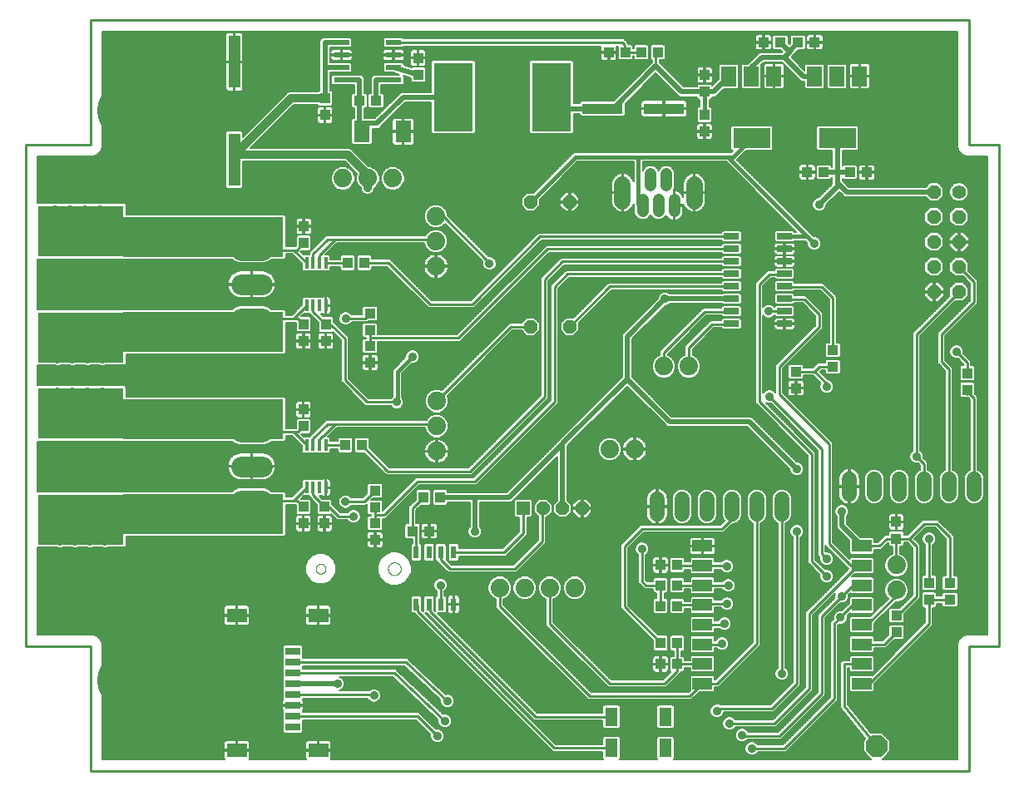
<source format=gtl>
G75*
%MOIN*%
%OFA0B0*%
%FSLAX25Y25*%
%IPPOS*%
%LPD*%
%AMOC8*
5,1,8,0,0,1.08239X$1,22.5*
%
%ADD10C,0.01000*%
%ADD11R,0.64000X0.16000*%
%ADD12R,0.01575X0.04724*%
%ADD13R,0.03937X0.04331*%
%ADD14R,0.04331X0.03937*%
%ADD15R,0.05900X0.07900*%
%ADD16R,0.15000X0.07900*%
%ADD17R,0.16000X0.04300*%
%ADD18C,0.07400*%
%ADD19R,0.07874X0.04724*%
%ADD20C,0.06000*%
%ADD21R,0.04700X0.21100*%
%ADD22C,0.04756*%
%ADD23C,0.06600*%
%ADD24R,0.06000X0.02500*%
%ADD25R,0.34449X0.20472*%
%ADD26OC8,0.05200*%
%ADD27C,0.05600*%
%ADD28OC8,0.05600*%
%ADD29R,0.05118X0.07480*%
%ADD30R,0.02362X0.05118*%
%ADD31C,0.08400*%
%ADD32C,0.00000*%
%ADD33OC8,0.08500*%
%ADD34R,0.05200X0.05200*%
%ADD35R,0.07874X0.05709*%
%ADD36R,0.05906X0.03150*%
%ADD37R,0.06300X0.02100*%
%ADD38R,0.06378X0.08583*%
%ADD39R,0.15748X0.27559*%
%ADD40C,0.22000*%
%ADD41C,0.00500*%
%ADD42C,0.03569*%
%ADD43C,0.02100*%
%ADD44C,0.01600*%
%ADD45C,0.02000*%
%ADD46C,0.10000*%
%ADD47C,0.00600*%
%ADD48C,0.04750*%
%ADD49C,0.03200*%
D10*
X0055827Y0055531D02*
X0407827Y0055531D01*
X0407827Y0105531D01*
X0419827Y0105531D01*
X0419827Y0306531D01*
X0407827Y0306531D01*
X0407827Y0356531D01*
X0055827Y0356531D01*
X0055827Y0306531D01*
X0029827Y0306531D01*
X0029827Y0105531D01*
X0055827Y0105531D01*
X0055827Y0055531D01*
X0136873Y0077456D02*
X0186752Y0077456D01*
X0194827Y0069531D01*
X0197827Y0075531D02*
X0177579Y0094779D01*
X0136873Y0094779D01*
X0136873Y0099110D02*
X0182248Y0099110D01*
X0198827Y0083531D01*
X0169386Y0085795D02*
X0168839Y0086118D01*
X0136873Y0086118D01*
X0186827Y0119531D02*
X0186827Y0121815D01*
X0186346Y0122295D01*
X0186827Y0119531D02*
X0241694Y0064664D01*
X0264577Y0064664D01*
X0264577Y0077262D02*
X0234096Y0077262D01*
X0191827Y0119531D01*
X0191827Y0121933D01*
X0191465Y0122295D01*
X0196098Y0122386D02*
X0196098Y0129966D01*
X0199827Y0136531D02*
X0225827Y0136531D01*
X0236827Y0147531D01*
X0236827Y0160476D01*
X0237091Y0160740D01*
X0229217Y0160740D02*
X0229217Y0150921D01*
X0221457Y0143161D01*
X0201307Y0143161D01*
X0196189Y0143161D02*
X0196189Y0140169D01*
X0199827Y0136531D01*
X0186346Y0143161D02*
X0186346Y0151617D01*
X0184783Y0151633D01*
X0184783Y0160690D01*
X0189215Y0165122D01*
X0186827Y0171531D02*
X0209827Y0171531D01*
X0241827Y0203531D01*
X0241827Y0249531D01*
X0247035Y0254740D01*
X0312681Y0254740D01*
X0312681Y0259740D02*
X0245035Y0259740D01*
X0237827Y0252531D01*
X0237827Y0205531D01*
X0207827Y0175531D01*
X0175026Y0175531D01*
X0164493Y0186064D01*
X0157800Y0186064D02*
X0157768Y0186096D01*
X0150093Y0186096D01*
X0147534Y0186096D02*
X0147534Y0188525D01*
X0148767Y0189758D01*
X0149054Y0189758D01*
X0153827Y0194531D01*
X0193712Y0194531D01*
X0194542Y0193701D01*
X0194542Y0203701D02*
X0224379Y0233538D01*
X0232102Y0233538D01*
X0247820Y0233538D02*
X0247827Y0233531D01*
X0264035Y0249740D01*
X0312681Y0249740D01*
X0323827Y0250531D02*
X0323827Y0203531D01*
X0344827Y0182531D01*
X0344827Y0139531D01*
X0350827Y0133531D01*
X0350827Y0140531D02*
X0348827Y0142531D01*
X0348827Y0184531D01*
X0327827Y0205531D01*
X0331827Y0206531D02*
X0331827Y0217531D01*
X0347827Y0233531D01*
X0347827Y0238531D01*
X0341827Y0244531D01*
X0334110Y0244531D01*
X0333902Y0244740D01*
X0334077Y0249531D02*
X0333827Y0249781D01*
X0333902Y0249740D01*
X0334077Y0249531D02*
X0348827Y0249531D01*
X0353288Y0245070D01*
X0353288Y0224140D01*
X0353204Y0217531D02*
X0353288Y0217447D01*
X0353204Y0217531D02*
X0347827Y0217531D01*
X0345916Y0215621D01*
X0350827Y0210711D01*
X0350827Y0209531D01*
X0345916Y0215621D02*
X0338477Y0215621D01*
X0331827Y0206531D02*
X0351827Y0186531D01*
X0351827Y0146531D01*
X0360575Y0137783D01*
X0364827Y0137783D01*
X0364575Y0137531D01*
X0362827Y0137531D01*
X0343827Y0118531D01*
X0343827Y0088531D01*
X0329827Y0074531D01*
X0311827Y0074531D01*
X0316933Y0069895D02*
X0317297Y0069531D01*
X0331827Y0069531D01*
X0348827Y0086531D01*
X0348827Y0117531D01*
X0356827Y0125531D01*
X0361205Y0129909D01*
X0364827Y0129909D01*
X0364827Y0122035D02*
X0361331Y0122035D01*
X0356327Y0117031D01*
X0353827Y0114531D01*
X0353827Y0084531D01*
X0333827Y0064531D01*
X0320827Y0064531D01*
X0306827Y0079531D02*
X0307827Y0080531D01*
X0328827Y0080531D01*
X0338827Y0090531D01*
X0338827Y0151531D01*
X0332827Y0161531D02*
X0332827Y0094531D01*
X0322827Y0106531D02*
X0322827Y0161531D01*
X0312827Y0161531D02*
X0312827Y0156531D01*
X0308827Y0152531D01*
X0276827Y0152531D01*
X0269827Y0145531D01*
X0269827Y0121323D01*
X0284327Y0106823D01*
X0291020Y0106823D02*
X0291020Y0098424D01*
X0290929Y0098334D01*
X0290827Y0098232D01*
X0290827Y0095531D01*
X0285827Y0090531D01*
X0263827Y0090531D01*
X0239823Y0114535D01*
X0239823Y0128936D01*
X0219787Y0128971D02*
X0219787Y0121571D01*
X0255827Y0085531D01*
X0296039Y0085531D01*
X0301047Y0090539D01*
X0306835Y0090539D01*
X0322827Y0106531D01*
X0308827Y0106531D02*
X0308583Y0106287D01*
X0301047Y0106287D01*
X0301047Y0098413D02*
X0300968Y0098334D01*
X0290929Y0098334D01*
X0301047Y0114161D02*
X0309457Y0114161D01*
X0309827Y0114531D01*
X0310827Y0122531D02*
X0301543Y0122531D01*
X0301047Y0122035D01*
X0291372Y0122035D01*
X0290943Y0121606D01*
X0284250Y0121606D02*
X0284239Y0121618D01*
X0284239Y0129976D01*
X0278382Y0129976D01*
X0276827Y0131531D01*
X0276827Y0144531D01*
X0290898Y0138054D02*
X0291169Y0137783D01*
X0301047Y0137783D01*
X0310575Y0137783D01*
X0310827Y0137531D01*
X0311343Y0129909D02*
X0301047Y0129909D01*
X0290998Y0129909D01*
X0290931Y0129976D01*
X0357827Y0098413D02*
X0364827Y0098413D01*
X0357827Y0098413D02*
X0357827Y0081531D01*
X0370827Y0065531D01*
X0367827Y0090531D02*
X0364835Y0090531D01*
X0364827Y0090539D01*
X0367827Y0090531D02*
X0391827Y0114531D01*
X0391827Y0124185D01*
X0400219Y0124185D01*
X0400228Y0124176D01*
X0400228Y0130869D02*
X0400228Y0149130D01*
X0394827Y0154531D01*
X0389827Y0154531D01*
X0383827Y0148531D01*
X0386827Y0145531D01*
X0386827Y0125531D01*
X0379173Y0117878D01*
X0378827Y0117878D01*
X0378744Y0125786D02*
X0368032Y0115074D01*
X0365740Y0115074D01*
X0364827Y0114161D01*
X0364827Y0106287D02*
X0373929Y0106287D01*
X0378827Y0111185D01*
X0378744Y0125786D02*
X0378744Y0127994D01*
X0391827Y0130878D02*
X0391827Y0148531D01*
X0383827Y0148531D02*
X0378710Y0148531D01*
X0374827Y0148531D01*
X0371953Y0145657D01*
X0364827Y0145657D01*
X0364701Y0145657D01*
X0362827Y0137531D02*
X0361827Y0137531D01*
X0378710Y0138028D02*
X0378744Y0137994D01*
X0378710Y0138028D02*
X0378710Y0148531D01*
X0378710Y0148620D01*
X0389827Y0169531D02*
X0389827Y0178531D01*
X0386827Y0181531D01*
X0386827Y0230531D01*
X0403827Y0247531D01*
X0409827Y0243531D02*
X0396827Y0230531D01*
X0396827Y0219531D01*
X0399827Y0216531D01*
X0399827Y0169531D01*
X0409827Y0169531D02*
X0409827Y0204814D01*
X0407110Y0207531D01*
X0407110Y0206814D01*
X0406827Y0206531D01*
X0407110Y0207531D02*
X0407110Y0208199D01*
X0407110Y0214892D02*
X0407110Y0219248D01*
X0402827Y0223531D01*
X0409827Y0243531D02*
X0409827Y0251531D01*
X0403827Y0257531D01*
X0333902Y0254740D02*
X0331035Y0254740D01*
X0330827Y0254531D01*
X0327827Y0254531D01*
X0323827Y0250531D01*
X0327635Y0239749D02*
X0327645Y0239740D01*
X0333902Y0239740D01*
X0312681Y0239740D02*
X0312472Y0239531D01*
X0301827Y0239531D01*
X0285524Y0223229D01*
X0285524Y0217646D01*
X0295524Y0217646D02*
X0295524Y0225229D01*
X0304827Y0234531D01*
X0312472Y0234531D01*
X0312681Y0234740D01*
X0312681Y0264740D02*
X0239035Y0264740D01*
X0203298Y0229002D01*
X0167827Y0229002D01*
X0167827Y0228531D01*
X0167827Y0232185D01*
X0167827Y0228531D02*
X0167827Y0225878D01*
X0157738Y0228798D02*
X0152250Y0234287D01*
X0150292Y0234287D01*
X0150098Y0234480D01*
X0144968Y0239610D01*
X0144968Y0242107D01*
X0142409Y0242107D02*
X0137054Y0236752D01*
X0138916Y0236752D01*
X0141133Y0234534D01*
X0137054Y0236752D02*
X0120383Y0236752D01*
X0112903Y0229271D01*
X0051827Y0229271D01*
X0051827Y0198791D02*
X0114000Y0198791D01*
X0120402Y0191390D01*
X0137122Y0191390D01*
X0138831Y0191390D01*
X0141127Y0193685D01*
X0137122Y0191390D02*
X0142416Y0186096D01*
X0144975Y0186096D02*
X0144975Y0188680D01*
X0150827Y0194531D01*
X0153827Y0194531D01*
X0166615Y0203334D02*
X0157738Y0212211D01*
X0157738Y0228798D01*
X0158089Y0236886D02*
X0165835Y0236886D01*
X0167827Y0238878D01*
X0175173Y0259185D02*
X0191827Y0242531D01*
X0208827Y0242531D01*
X0236035Y0269740D01*
X0312681Y0269740D01*
X0215695Y0259201D02*
X0197104Y0277792D01*
X0194234Y0277792D01*
X0191495Y0268531D02*
X0194234Y0267792D01*
X0191495Y0268531D02*
X0153827Y0268531D01*
X0147528Y0262232D01*
X0147528Y0259089D01*
X0150087Y0259089D02*
X0158726Y0259089D01*
X0158821Y0259185D01*
X0165514Y0259185D02*
X0175173Y0259185D01*
X0153827Y0268531D02*
X0150827Y0268531D01*
X0144968Y0262673D01*
X0144968Y0259089D01*
X0142409Y0259089D02*
X0137188Y0264311D01*
X0138512Y0264311D01*
X0141299Y0267098D01*
X0137188Y0264311D02*
X0120383Y0264311D01*
X0117793Y0266901D01*
X0057457Y0266901D01*
X0166615Y0203334D02*
X0178500Y0203334D01*
X0178629Y0206334D01*
X0178827Y0203531D01*
X0186827Y0171531D02*
X0175827Y0160531D01*
X0173341Y0158046D01*
X0169827Y0158046D01*
X0169827Y0158531D01*
X0169827Y0154878D01*
X0169827Y0158531D02*
X0169827Y0161185D01*
X0173827Y0158531D02*
X0175827Y0160531D01*
X0169827Y0167878D02*
X0165383Y0163434D01*
X0158014Y0163434D01*
X0160118Y0157593D02*
X0155354Y0157593D01*
X0151675Y0161273D01*
X0149627Y0161273D01*
X0149627Y0161378D01*
X0144975Y0166030D01*
X0144975Y0169114D01*
X0142416Y0169114D02*
X0137132Y0163831D01*
X0138645Y0163831D01*
X0141108Y0161368D01*
X0137132Y0163831D02*
X0120402Y0163831D01*
X0111843Y0156271D01*
X0051827Y0156271D01*
X0160118Y0157593D02*
X0160670Y0157041D01*
X0161265Y0157499D01*
X0196098Y0122386D02*
X0196189Y0122295D01*
X0244965Y0186531D02*
X0244965Y0186669D01*
X0215695Y0258850D02*
X0215695Y0259201D01*
X0282327Y0338031D02*
X0282347Y0338446D01*
X0282347Y0343100D01*
X0276480Y0343531D02*
X0270173Y0343531D01*
X0269827Y0343878D02*
X0269827Y0346531D01*
X0268909Y0347449D01*
X0177283Y0347449D01*
D11*
X0101013Y0269516D03*
X0101037Y0231509D03*
X0101001Y0196570D03*
X0101020Y0158512D03*
D12*
X0142416Y0169114D03*
X0144975Y0169114D03*
X0147534Y0169114D03*
X0150093Y0169114D03*
X0150093Y0186096D03*
X0147534Y0186096D03*
X0144975Y0186096D03*
X0142416Y0186096D03*
X0142409Y0242107D03*
X0144968Y0242107D03*
X0147528Y0242107D03*
X0150087Y0242107D03*
X0150087Y0259089D03*
X0147528Y0259089D03*
X0144968Y0259089D03*
X0142409Y0259089D03*
D13*
X0141299Y0267098D03*
X0141299Y0273791D03*
X0158821Y0259185D03*
X0165514Y0259185D03*
X0150098Y0234480D03*
X0150098Y0227787D03*
X0141133Y0227841D03*
X0141133Y0234534D03*
X0141127Y0200378D03*
X0141127Y0193685D03*
X0157800Y0186064D03*
X0164493Y0186064D03*
X0189215Y0165122D03*
X0195908Y0165122D03*
X0149627Y0161378D03*
X0149627Y0154685D03*
X0141108Y0154675D03*
X0141108Y0161368D03*
X0284205Y0138054D03*
X0290898Y0138054D03*
X0290931Y0129976D03*
X0284239Y0129976D03*
X0284250Y0121606D03*
X0290943Y0121606D03*
X0291020Y0106823D03*
X0284327Y0106823D03*
X0284237Y0098334D03*
X0290929Y0098334D03*
X0378710Y0148620D03*
X0378710Y0155313D03*
X0391827Y0130878D03*
X0391827Y0124185D03*
X0407110Y0208199D03*
X0407110Y0214892D03*
X0301880Y0311744D03*
X0301880Y0318437D03*
X0301952Y0327738D03*
X0301952Y0334431D03*
X0283173Y0343531D03*
X0276480Y0343531D03*
X0270173Y0343531D03*
X0263480Y0343531D03*
X0187074Y0341253D03*
X0187074Y0334560D03*
X0149771Y0325080D03*
X0149771Y0318388D03*
D14*
X0163517Y0324219D03*
X0170210Y0324219D03*
X0167827Y0238878D03*
X0167827Y0232185D03*
X0167827Y0225878D03*
X0167827Y0219185D03*
X0169827Y0167878D03*
X0169827Y0161185D03*
X0169827Y0154878D03*
X0169827Y0148185D03*
X0184783Y0151633D03*
X0191476Y0151633D03*
X0338477Y0208928D03*
X0338477Y0215621D03*
X0353288Y0217447D03*
X0353288Y0224140D03*
X0349709Y0295481D03*
X0343016Y0295481D03*
X0360110Y0295403D03*
X0366802Y0295403D03*
X0345986Y0347545D03*
X0339293Y0347545D03*
X0332173Y0347531D03*
X0325480Y0347531D03*
X0400228Y0130869D03*
X0400228Y0124176D03*
X0378827Y0117878D03*
X0378827Y0111185D03*
D15*
X0364038Y0333931D03*
X0355038Y0333931D03*
X0346038Y0333931D03*
X0329685Y0333954D03*
X0320685Y0333954D03*
X0311685Y0333954D03*
D16*
X0320785Y0309154D03*
X0355138Y0309131D03*
D17*
X0285627Y0320931D03*
X0261027Y0320931D03*
D18*
X0194234Y0277792D03*
X0194234Y0267792D03*
X0194234Y0257792D03*
X0176969Y0293003D03*
X0166969Y0293003D03*
X0156969Y0293003D03*
X0285524Y0217646D03*
X0295524Y0217646D03*
X0273827Y0184531D03*
X0263827Y0184531D03*
X0194542Y0183701D03*
X0194542Y0193701D03*
X0194542Y0203701D03*
X0219787Y0128971D03*
X0229787Y0128971D03*
X0239823Y0128936D03*
X0249823Y0128936D03*
X0378744Y0127994D03*
X0378744Y0137994D03*
D19*
X0364827Y0137783D03*
X0364827Y0129909D03*
X0364827Y0122035D03*
X0364827Y0114161D03*
X0364827Y0106287D03*
X0364827Y0098413D03*
X0364827Y0090539D03*
X0301047Y0090539D03*
X0301047Y0098413D03*
X0301047Y0106287D03*
X0301047Y0114161D03*
X0301047Y0122035D03*
X0301047Y0129909D03*
X0301047Y0137783D03*
X0301047Y0145657D03*
X0364827Y0145657D03*
D20*
X0332827Y0158531D02*
X0332827Y0164531D01*
X0322827Y0164531D02*
X0322827Y0158531D01*
X0312827Y0158531D02*
X0312827Y0164531D01*
X0302827Y0164531D02*
X0302827Y0158531D01*
X0292827Y0158531D02*
X0292827Y0164531D01*
X0282827Y0164531D02*
X0282827Y0158531D01*
X0359827Y0166531D02*
X0359827Y0172531D01*
X0369827Y0172531D02*
X0369827Y0166531D01*
X0379827Y0166531D02*
X0379827Y0172531D01*
X0389827Y0172531D02*
X0389827Y0166531D01*
X0399827Y0166531D02*
X0399827Y0172531D01*
X0409827Y0172531D02*
X0409827Y0166531D01*
D21*
X0113426Y0300496D03*
X0113426Y0339696D03*
D22*
X0277119Y0284509D02*
X0277119Y0279753D01*
X0283418Y0279753D02*
X0283418Y0284509D01*
X0289717Y0284509D02*
X0289717Y0279753D01*
X0286567Y0289990D02*
X0286567Y0294746D01*
X0280268Y0294746D02*
X0280268Y0289990D01*
D23*
X0269048Y0290549D02*
X0269048Y0283949D01*
X0297788Y0283949D02*
X0297788Y0290549D01*
D24*
X0312681Y0269740D03*
X0312681Y0264740D03*
X0312681Y0259740D03*
X0312681Y0254740D03*
X0312681Y0249740D03*
X0312681Y0244740D03*
X0312681Y0239740D03*
X0312681Y0234740D03*
X0333902Y0234740D03*
X0333902Y0239740D03*
X0333902Y0244740D03*
X0333902Y0249740D03*
X0333902Y0254740D03*
X0333902Y0259740D03*
X0333902Y0264740D03*
X0333902Y0269740D03*
D25*
X0051827Y0271791D03*
X0051827Y0229271D03*
X0051827Y0198791D03*
X0051827Y0156271D03*
D26*
X0232102Y0233538D03*
X0247827Y0233531D03*
X0247827Y0283531D03*
X0232102Y0283538D03*
X0237091Y0160740D03*
X0244965Y0160740D03*
X0252839Y0160740D03*
D27*
X0403827Y0287531D03*
D28*
X0403827Y0277531D03*
X0393827Y0277531D03*
X0393827Y0287531D03*
X0393827Y0267531D03*
X0393827Y0257531D03*
X0403827Y0257531D03*
X0403827Y0267531D03*
X0403827Y0247531D03*
X0393827Y0247531D03*
D29*
X0286231Y0077262D03*
X0286231Y0064664D03*
X0264577Y0064664D03*
X0264577Y0077262D03*
D30*
X0201307Y0122295D03*
X0196189Y0122295D03*
X0191465Y0122295D03*
X0186346Y0122295D03*
X0186346Y0143161D03*
X0191465Y0143161D03*
X0196189Y0143161D03*
X0201307Y0143161D03*
D31*
X0124602Y0163831D02*
X0116202Y0163831D01*
X0116202Y0177610D02*
X0124602Y0177610D01*
X0124602Y0191390D02*
X0116202Y0191390D01*
X0116183Y0236752D02*
X0124583Y0236752D01*
X0124583Y0250531D02*
X0116183Y0250531D01*
X0116183Y0264311D02*
X0124583Y0264311D01*
D32*
X0146078Y0136531D02*
X0146080Y0136619D01*
X0146086Y0136707D01*
X0146096Y0136795D01*
X0146110Y0136883D01*
X0146127Y0136969D01*
X0146149Y0137055D01*
X0146174Y0137139D01*
X0146204Y0137223D01*
X0146236Y0137305D01*
X0146273Y0137385D01*
X0146313Y0137464D01*
X0146357Y0137541D01*
X0146404Y0137616D01*
X0146454Y0137688D01*
X0146508Y0137759D01*
X0146564Y0137826D01*
X0146624Y0137892D01*
X0146686Y0137954D01*
X0146752Y0138014D01*
X0146819Y0138070D01*
X0146890Y0138124D01*
X0146962Y0138174D01*
X0147037Y0138221D01*
X0147114Y0138265D01*
X0147193Y0138305D01*
X0147273Y0138342D01*
X0147355Y0138374D01*
X0147439Y0138404D01*
X0147523Y0138429D01*
X0147609Y0138451D01*
X0147695Y0138468D01*
X0147783Y0138482D01*
X0147871Y0138492D01*
X0147959Y0138498D01*
X0148047Y0138500D01*
X0148135Y0138498D01*
X0148223Y0138492D01*
X0148311Y0138482D01*
X0148399Y0138468D01*
X0148485Y0138451D01*
X0148571Y0138429D01*
X0148655Y0138404D01*
X0148739Y0138374D01*
X0148821Y0138342D01*
X0148901Y0138305D01*
X0148980Y0138265D01*
X0149057Y0138221D01*
X0149132Y0138174D01*
X0149204Y0138124D01*
X0149275Y0138070D01*
X0149342Y0138014D01*
X0149408Y0137954D01*
X0149470Y0137892D01*
X0149530Y0137826D01*
X0149586Y0137759D01*
X0149640Y0137688D01*
X0149690Y0137616D01*
X0149737Y0137541D01*
X0149781Y0137464D01*
X0149821Y0137385D01*
X0149858Y0137305D01*
X0149890Y0137223D01*
X0149920Y0137139D01*
X0149945Y0137055D01*
X0149967Y0136969D01*
X0149984Y0136883D01*
X0149998Y0136795D01*
X0150008Y0136707D01*
X0150014Y0136619D01*
X0150016Y0136531D01*
X0150014Y0136443D01*
X0150008Y0136355D01*
X0149998Y0136267D01*
X0149984Y0136179D01*
X0149967Y0136093D01*
X0149945Y0136007D01*
X0149920Y0135923D01*
X0149890Y0135839D01*
X0149858Y0135757D01*
X0149821Y0135677D01*
X0149781Y0135598D01*
X0149737Y0135521D01*
X0149690Y0135446D01*
X0149640Y0135374D01*
X0149586Y0135303D01*
X0149530Y0135236D01*
X0149470Y0135170D01*
X0149408Y0135108D01*
X0149342Y0135048D01*
X0149275Y0134992D01*
X0149204Y0134938D01*
X0149132Y0134888D01*
X0149057Y0134841D01*
X0148980Y0134797D01*
X0148901Y0134757D01*
X0148821Y0134720D01*
X0148739Y0134688D01*
X0148655Y0134658D01*
X0148571Y0134633D01*
X0148485Y0134611D01*
X0148399Y0134594D01*
X0148311Y0134580D01*
X0148223Y0134570D01*
X0148135Y0134564D01*
X0148047Y0134562D01*
X0147959Y0134564D01*
X0147871Y0134570D01*
X0147783Y0134580D01*
X0147695Y0134594D01*
X0147609Y0134611D01*
X0147523Y0134633D01*
X0147439Y0134658D01*
X0147355Y0134688D01*
X0147273Y0134720D01*
X0147193Y0134757D01*
X0147114Y0134797D01*
X0147037Y0134841D01*
X0146962Y0134888D01*
X0146890Y0134938D01*
X0146819Y0134992D01*
X0146752Y0135048D01*
X0146686Y0135108D01*
X0146624Y0135170D01*
X0146564Y0135236D01*
X0146508Y0135303D01*
X0146454Y0135374D01*
X0146404Y0135446D01*
X0146357Y0135521D01*
X0146313Y0135598D01*
X0146273Y0135677D01*
X0146236Y0135757D01*
X0146204Y0135839D01*
X0146174Y0135923D01*
X0146149Y0136007D01*
X0146127Y0136093D01*
X0146110Y0136179D01*
X0146096Y0136267D01*
X0146086Y0136355D01*
X0146080Y0136443D01*
X0146078Y0136531D01*
X0175016Y0136531D02*
X0175018Y0136632D01*
X0175024Y0136733D01*
X0175034Y0136834D01*
X0175048Y0136934D01*
X0175066Y0137033D01*
X0175088Y0137132D01*
X0175113Y0137230D01*
X0175143Y0137327D01*
X0175176Y0137422D01*
X0175213Y0137516D01*
X0175254Y0137609D01*
X0175298Y0137700D01*
X0175346Y0137789D01*
X0175398Y0137876D01*
X0175453Y0137961D01*
X0175511Y0138043D01*
X0175572Y0138124D01*
X0175637Y0138202D01*
X0175704Y0138277D01*
X0175774Y0138349D01*
X0175848Y0138419D01*
X0175924Y0138486D01*
X0176002Y0138550D01*
X0176083Y0138610D01*
X0176166Y0138667D01*
X0176252Y0138721D01*
X0176340Y0138772D01*
X0176429Y0138819D01*
X0176520Y0138863D01*
X0176613Y0138902D01*
X0176708Y0138939D01*
X0176803Y0138971D01*
X0176900Y0139000D01*
X0176999Y0139024D01*
X0177097Y0139045D01*
X0177197Y0139062D01*
X0177297Y0139075D01*
X0177398Y0139084D01*
X0177499Y0139089D01*
X0177600Y0139090D01*
X0177701Y0139087D01*
X0177802Y0139080D01*
X0177903Y0139069D01*
X0178003Y0139054D01*
X0178102Y0139035D01*
X0178201Y0139012D01*
X0178298Y0138986D01*
X0178395Y0138955D01*
X0178490Y0138921D01*
X0178583Y0138883D01*
X0178676Y0138841D01*
X0178766Y0138796D01*
X0178855Y0138747D01*
X0178941Y0138695D01*
X0179025Y0138639D01*
X0179108Y0138580D01*
X0179187Y0138518D01*
X0179265Y0138453D01*
X0179339Y0138385D01*
X0179411Y0138313D01*
X0179480Y0138240D01*
X0179546Y0138163D01*
X0179609Y0138084D01*
X0179669Y0138002D01*
X0179725Y0137918D01*
X0179778Y0137832D01*
X0179828Y0137744D01*
X0179874Y0137654D01*
X0179917Y0137563D01*
X0179956Y0137469D01*
X0179991Y0137374D01*
X0180022Y0137278D01*
X0180050Y0137181D01*
X0180074Y0137083D01*
X0180094Y0136984D01*
X0180110Y0136884D01*
X0180122Y0136783D01*
X0180130Y0136683D01*
X0180134Y0136582D01*
X0180134Y0136480D01*
X0180130Y0136379D01*
X0180122Y0136279D01*
X0180110Y0136178D01*
X0180094Y0136078D01*
X0180074Y0135979D01*
X0180050Y0135881D01*
X0180022Y0135784D01*
X0179991Y0135688D01*
X0179956Y0135593D01*
X0179917Y0135499D01*
X0179874Y0135408D01*
X0179828Y0135318D01*
X0179778Y0135230D01*
X0179725Y0135144D01*
X0179669Y0135060D01*
X0179609Y0134978D01*
X0179546Y0134899D01*
X0179480Y0134822D01*
X0179411Y0134749D01*
X0179339Y0134677D01*
X0179265Y0134609D01*
X0179187Y0134544D01*
X0179108Y0134482D01*
X0179025Y0134423D01*
X0178941Y0134367D01*
X0178854Y0134315D01*
X0178766Y0134266D01*
X0178676Y0134221D01*
X0178583Y0134179D01*
X0178490Y0134141D01*
X0178395Y0134107D01*
X0178298Y0134076D01*
X0178201Y0134050D01*
X0178102Y0134027D01*
X0178003Y0134008D01*
X0177903Y0133993D01*
X0177802Y0133982D01*
X0177701Y0133975D01*
X0177600Y0133972D01*
X0177499Y0133973D01*
X0177398Y0133978D01*
X0177297Y0133987D01*
X0177197Y0134000D01*
X0177097Y0134017D01*
X0176999Y0134038D01*
X0176900Y0134062D01*
X0176803Y0134091D01*
X0176708Y0134123D01*
X0176613Y0134160D01*
X0176520Y0134199D01*
X0176429Y0134243D01*
X0176340Y0134290D01*
X0176252Y0134341D01*
X0176166Y0134395D01*
X0176083Y0134452D01*
X0176002Y0134512D01*
X0175924Y0134576D01*
X0175848Y0134643D01*
X0175774Y0134713D01*
X0175704Y0134785D01*
X0175637Y0134860D01*
X0175572Y0134938D01*
X0175511Y0135019D01*
X0175453Y0135101D01*
X0175398Y0135186D01*
X0175346Y0135273D01*
X0175298Y0135362D01*
X0175254Y0135453D01*
X0175213Y0135546D01*
X0175176Y0135640D01*
X0175143Y0135735D01*
X0175113Y0135832D01*
X0175088Y0135930D01*
X0175066Y0136029D01*
X0175048Y0136128D01*
X0175034Y0136228D01*
X0175024Y0136329D01*
X0175018Y0136430D01*
X0175016Y0136531D01*
D33*
X0370827Y0065531D03*
D34*
X0229217Y0160740D03*
D35*
X0147109Y0117889D03*
X0114432Y0117889D03*
X0114432Y0063756D03*
X0147109Y0063756D03*
D36*
X0136873Y0073126D03*
X0136873Y0077456D03*
X0136873Y0081787D03*
X0136873Y0086118D03*
X0136873Y0090448D03*
X0136873Y0094779D03*
X0136873Y0099110D03*
X0136873Y0103441D03*
D37*
X0156383Y0332449D03*
X0156383Y0337449D03*
X0156383Y0342449D03*
X0156383Y0347449D03*
X0177283Y0347449D03*
X0177283Y0342449D03*
X0177283Y0337449D03*
X0177283Y0332449D03*
D38*
X0181099Y0311743D03*
X0164485Y0311743D03*
D39*
X0201142Y0325531D03*
X0240512Y0325531D03*
D40*
X0392316Y0320205D03*
X0069504Y0320134D03*
X0069504Y0091748D03*
X0392316Y0091741D03*
D41*
X0403077Y0091902D02*
X0371389Y0091902D01*
X0370891Y0091403D02*
X0403077Y0091403D01*
X0403077Y0090905D02*
X0370392Y0090905D01*
X0369894Y0090406D02*
X0403077Y0090406D01*
X0403077Y0089908D02*
X0369814Y0089908D01*
X0369814Y0090326D02*
X0393377Y0113889D01*
X0393377Y0120970D01*
X0394230Y0120970D01*
X0394845Y0121585D01*
X0394845Y0122635D01*
X0397013Y0122635D01*
X0397013Y0121772D01*
X0397628Y0121157D01*
X0402828Y0121157D01*
X0403443Y0121772D01*
X0403443Y0126579D01*
X0402828Y0127194D01*
X0397628Y0127194D01*
X0397013Y0126579D01*
X0397013Y0125735D01*
X0394845Y0125735D01*
X0394845Y0126785D01*
X0394230Y0127400D01*
X0389423Y0127400D01*
X0388808Y0126785D01*
X0388808Y0121585D01*
X0389423Y0120970D01*
X0390277Y0120970D01*
X0390277Y0115173D01*
X0369055Y0093951D01*
X0360455Y0093951D01*
X0359840Y0093336D01*
X0359840Y0087742D01*
X0360455Y0087127D01*
X0369199Y0087127D01*
X0369814Y0087742D01*
X0369814Y0090326D01*
X0369814Y0089409D02*
X0403077Y0089409D01*
X0403077Y0088911D02*
X0369814Y0088911D01*
X0369814Y0088412D02*
X0403077Y0088412D01*
X0403077Y0087914D02*
X0369814Y0087914D01*
X0369487Y0087415D02*
X0403077Y0087415D01*
X0403077Y0086917D02*
X0359377Y0086917D01*
X0359377Y0087415D02*
X0360167Y0087415D01*
X0359840Y0087914D02*
X0359377Y0087914D01*
X0359377Y0088412D02*
X0359840Y0088412D01*
X0359840Y0088911D02*
X0359377Y0088911D01*
X0359377Y0089409D02*
X0359840Y0089409D01*
X0359840Y0089908D02*
X0359377Y0089908D01*
X0359377Y0090406D02*
X0359840Y0090406D01*
X0359840Y0090905D02*
X0359377Y0090905D01*
X0359377Y0091403D02*
X0359840Y0091403D01*
X0359840Y0091902D02*
X0359377Y0091902D01*
X0359377Y0092400D02*
X0359840Y0092400D01*
X0359840Y0092899D02*
X0359377Y0092899D01*
X0359377Y0093397D02*
X0359901Y0093397D01*
X0360399Y0093896D02*
X0359377Y0093896D01*
X0359377Y0094394D02*
X0369498Y0094394D01*
X0369199Y0095001D02*
X0369814Y0095616D01*
X0369814Y0101210D01*
X0369199Y0101825D01*
X0360455Y0101825D01*
X0359840Y0101210D01*
X0359840Y0099963D01*
X0357185Y0099963D01*
X0356277Y0099055D01*
X0356277Y0081611D01*
X0356219Y0081052D01*
X0356277Y0080981D01*
X0356277Y0080889D01*
X0356674Y0080492D01*
X0366365Y0068565D01*
X0365527Y0067727D01*
X0365527Y0063336D01*
X0368581Y0060281D01*
X0289632Y0060281D01*
X0289840Y0060489D01*
X0289840Y0068839D01*
X0289225Y0069454D01*
X0283237Y0069454D01*
X0282622Y0068839D01*
X0282622Y0060489D01*
X0282829Y0060281D01*
X0267979Y0060281D01*
X0268186Y0060489D01*
X0268186Y0068839D01*
X0267571Y0069454D01*
X0261583Y0069454D01*
X0260968Y0068839D01*
X0260968Y0066214D01*
X0242336Y0066214D01*
X0189864Y0118686D01*
X0190480Y0118686D01*
X0191185Y0117981D01*
X0233454Y0075712D01*
X0260968Y0075712D01*
X0260968Y0073087D01*
X0261583Y0072472D01*
X0267571Y0072472D01*
X0268186Y0073087D01*
X0268186Y0081438D01*
X0267571Y0082053D01*
X0261583Y0082053D01*
X0260968Y0081438D01*
X0260968Y0078812D01*
X0234738Y0078812D01*
X0194864Y0118686D01*
X0197805Y0118686D01*
X0198420Y0119301D01*
X0198420Y0125289D01*
X0197805Y0125904D01*
X0197648Y0125904D01*
X0197648Y0127540D01*
X0197703Y0127563D01*
X0198500Y0128361D01*
X0198932Y0129402D01*
X0198932Y0130530D01*
X0198500Y0131572D01*
X0197703Y0132369D01*
X0196661Y0132800D01*
X0195534Y0132800D01*
X0194492Y0132369D01*
X0193695Y0131572D01*
X0193263Y0130530D01*
X0193263Y0129402D01*
X0193695Y0128361D01*
X0194492Y0127563D01*
X0194548Y0127540D01*
X0194548Y0125879D01*
X0193958Y0125289D01*
X0193958Y0119592D01*
X0193696Y0119854D01*
X0193696Y0125289D01*
X0193081Y0125904D01*
X0189849Y0125904D01*
X0189233Y0125289D01*
X0189233Y0119317D01*
X0188578Y0119973D01*
X0188578Y0125289D01*
X0187962Y0125904D01*
X0184730Y0125904D01*
X0184115Y0125289D01*
X0184115Y0119301D01*
X0184730Y0118686D01*
X0185480Y0118686D01*
X0186185Y0117981D01*
X0241052Y0063114D01*
X0260968Y0063114D01*
X0260968Y0060489D01*
X0261176Y0060281D01*
X0152131Y0060281D01*
X0152211Y0060419D01*
X0152296Y0060737D01*
X0152296Y0063506D01*
X0147359Y0063506D01*
X0147359Y0064005D01*
X0152296Y0064005D01*
X0152296Y0066774D01*
X0152211Y0067092D01*
X0152046Y0067377D01*
X0151813Y0067610D01*
X0151528Y0067775D01*
X0151210Y0067860D01*
X0147359Y0067860D01*
X0147359Y0064006D01*
X0146859Y0064006D01*
X0146859Y0067860D01*
X0143007Y0067860D01*
X0142689Y0067775D01*
X0142404Y0067610D01*
X0142172Y0067377D01*
X0142007Y0067092D01*
X0141922Y0066774D01*
X0141922Y0064005D01*
X0146859Y0064005D01*
X0146859Y0063506D01*
X0141922Y0063506D01*
X0141922Y0060737D01*
X0142007Y0060419D01*
X0142086Y0060281D01*
X0119454Y0060281D01*
X0119534Y0060419D01*
X0119619Y0060737D01*
X0119619Y0063506D01*
X0114682Y0063506D01*
X0114682Y0064005D01*
X0119619Y0064005D01*
X0119619Y0066774D01*
X0119534Y0067092D01*
X0119369Y0067377D01*
X0119136Y0067610D01*
X0118851Y0067775D01*
X0118533Y0067860D01*
X0114682Y0067860D01*
X0114682Y0064006D01*
X0114182Y0064006D01*
X0114182Y0067860D01*
X0110330Y0067860D01*
X0110012Y0067775D01*
X0109727Y0067610D01*
X0109495Y0067377D01*
X0109330Y0067092D01*
X0109245Y0066774D01*
X0109245Y0064005D01*
X0114182Y0064005D01*
X0114182Y0063506D01*
X0109245Y0063506D01*
X0109245Y0060737D01*
X0109330Y0060419D01*
X0109409Y0060281D01*
X0060577Y0060281D01*
X0060577Y0106476D01*
X0059854Y0108222D01*
X0058517Y0109558D01*
X0056772Y0110281D01*
X0034577Y0110281D01*
X0034577Y0144985D01*
X0042565Y0144985D01*
X0042885Y0144853D01*
X0044248Y0144853D01*
X0044568Y0144985D01*
X0048565Y0144985D01*
X0048885Y0144853D01*
X0050248Y0144853D01*
X0050568Y0144985D01*
X0054565Y0144985D01*
X0054885Y0144853D01*
X0056248Y0144853D01*
X0056568Y0144985D01*
X0060565Y0144985D01*
X0060885Y0144853D01*
X0062248Y0144853D01*
X0062568Y0144985D01*
X0069486Y0144985D01*
X0070101Y0145600D01*
X0070101Y0149462D01*
X0133455Y0149462D01*
X0134070Y0150077D01*
X0134070Y0162281D01*
X0138003Y0162281D01*
X0138089Y0162194D01*
X0138089Y0158767D01*
X0138704Y0158152D01*
X0143511Y0158152D01*
X0144126Y0158767D01*
X0144126Y0163968D01*
X0143511Y0164583D01*
X0140084Y0164583D01*
X0140081Y0164587D01*
X0141196Y0165702D01*
X0143425Y0165702D01*
X0143425Y0165388D01*
X0146608Y0162204D01*
X0146608Y0158777D01*
X0147223Y0158162D01*
X0152030Y0158162D01*
X0152312Y0158444D01*
X0153804Y0156951D01*
X0154712Y0156043D01*
X0158800Y0156043D01*
X0158862Y0155894D01*
X0159659Y0155097D01*
X0160701Y0154665D01*
X0161829Y0154665D01*
X0162870Y0155097D01*
X0163668Y0155894D01*
X0164099Y0156936D01*
X0164099Y0158063D01*
X0163668Y0159105D01*
X0162870Y0159902D01*
X0161829Y0160334D01*
X0160701Y0160334D01*
X0159659Y0159902D01*
X0158900Y0159143D01*
X0155996Y0159143D01*
X0153225Y0161915D01*
X0152645Y0162494D01*
X0152645Y0163978D01*
X0152030Y0164593D01*
X0148603Y0164593D01*
X0147495Y0165702D01*
X0148624Y0165702D01*
X0148823Y0165587D01*
X0149141Y0165502D01*
X0149949Y0165502D01*
X0149949Y0168970D01*
X0150237Y0168970D01*
X0150237Y0165502D01*
X0151045Y0165502D01*
X0151363Y0165587D01*
X0151648Y0165752D01*
X0151881Y0165984D01*
X0152045Y0166269D01*
X0152130Y0166587D01*
X0152130Y0168970D01*
X0150237Y0168970D01*
X0150237Y0169258D01*
X0149949Y0169258D01*
X0149949Y0172726D01*
X0149141Y0172726D01*
X0148823Y0172641D01*
X0148624Y0172526D01*
X0146312Y0172526D01*
X0146255Y0172469D01*
X0146197Y0172526D01*
X0143753Y0172526D01*
X0143695Y0172469D01*
X0143638Y0172526D01*
X0141194Y0172526D01*
X0140579Y0171911D01*
X0140579Y0169469D01*
X0136490Y0165381D01*
X0134070Y0165381D01*
X0134070Y0166947D01*
X0133455Y0167562D01*
X0128295Y0167562D01*
X0127575Y0168281D01*
X0125646Y0169081D01*
X0115157Y0169081D01*
X0113228Y0168281D01*
X0112509Y0167562D01*
X0068585Y0167562D01*
X0068581Y0167558D01*
X0034577Y0167558D01*
X0034577Y0187505D01*
X0069486Y0187505D01*
X0069501Y0187520D01*
X0112647Y0187520D01*
X0113228Y0186939D01*
X0115157Y0186140D01*
X0125646Y0186140D01*
X0127575Y0186939D01*
X0128156Y0187520D01*
X0133436Y0187520D01*
X0134051Y0188135D01*
X0134051Y0189840D01*
X0136480Y0189840D01*
X0140579Y0185741D01*
X0140579Y0183299D01*
X0141194Y0182684D01*
X0143638Y0182684D01*
X0143695Y0182741D01*
X0143753Y0182684D01*
X0146197Y0182684D01*
X0146255Y0182741D01*
X0146312Y0182684D01*
X0148756Y0182684D01*
X0148814Y0182741D01*
X0148871Y0182684D01*
X0151315Y0182684D01*
X0151930Y0183299D01*
X0151930Y0184546D01*
X0154781Y0184546D01*
X0154781Y0183464D01*
X0155396Y0182849D01*
X0160203Y0182849D01*
X0160818Y0183464D01*
X0160818Y0188664D01*
X0160203Y0189280D01*
X0155396Y0189280D01*
X0154781Y0188664D01*
X0154781Y0187646D01*
X0151930Y0187646D01*
X0151930Y0188893D01*
X0151315Y0189508D01*
X0150996Y0189508D01*
X0154469Y0192981D01*
X0189792Y0192981D01*
X0189792Y0192757D01*
X0190515Y0191011D01*
X0191851Y0189674D01*
X0193597Y0188951D01*
X0195487Y0188951D01*
X0197233Y0189674D01*
X0198569Y0191011D01*
X0199292Y0192757D01*
X0199292Y0194646D01*
X0198569Y0196392D01*
X0197233Y0197728D01*
X0195487Y0198451D01*
X0193597Y0198451D01*
X0191851Y0197728D01*
X0190515Y0196392D01*
X0190386Y0196081D01*
X0150185Y0196081D01*
X0149277Y0195173D01*
X0143612Y0189508D01*
X0141196Y0189508D01*
X0140234Y0190470D01*
X0143530Y0190470D01*
X0144145Y0191085D01*
X0144145Y0196285D01*
X0143530Y0196900D01*
X0138723Y0196900D01*
X0138108Y0196285D01*
X0138108Y0192940D01*
X0134051Y0192940D01*
X0134051Y0205005D01*
X0133436Y0205620D01*
X0070101Y0205620D01*
X0070101Y0209462D01*
X0069486Y0210077D01*
X0061549Y0210077D01*
X0061248Y0210202D01*
X0059885Y0210202D01*
X0059584Y0210077D01*
X0055549Y0210077D01*
X0055248Y0210202D01*
X0053885Y0210202D01*
X0053584Y0210077D01*
X0049549Y0210077D01*
X0049248Y0210202D01*
X0047885Y0210202D01*
X0047584Y0210077D01*
X0043549Y0210077D01*
X0043248Y0210202D01*
X0041885Y0210202D01*
X0041584Y0210077D01*
X0034577Y0210077D01*
X0034577Y0217985D01*
X0041565Y0217985D01*
X0041885Y0217853D01*
X0043248Y0217853D01*
X0043568Y0217985D01*
X0047565Y0217985D01*
X0047885Y0217853D01*
X0049248Y0217853D01*
X0049568Y0217985D01*
X0053565Y0217985D01*
X0053885Y0217853D01*
X0055248Y0217853D01*
X0055568Y0217985D01*
X0059565Y0217985D01*
X0059885Y0217853D01*
X0061248Y0217853D01*
X0061568Y0217985D01*
X0069486Y0217985D01*
X0070101Y0218600D01*
X0070101Y0222459D01*
X0133472Y0222459D01*
X0134087Y0223074D01*
X0134087Y0235202D01*
X0138115Y0235202D01*
X0138115Y0231934D01*
X0138730Y0231319D01*
X0143537Y0231319D01*
X0144152Y0231934D01*
X0144152Y0237134D01*
X0143537Y0237749D01*
X0140243Y0237749D01*
X0141189Y0238695D01*
X0143632Y0238695D01*
X0143661Y0238725D01*
X0147080Y0235307D01*
X0147080Y0231880D01*
X0147695Y0231265D01*
X0152501Y0231265D01*
X0152791Y0231554D01*
X0156188Y0228156D01*
X0156188Y0211569D01*
X0157096Y0210661D01*
X0165973Y0201784D01*
X0176074Y0201784D01*
X0176097Y0201728D01*
X0176894Y0200931D01*
X0177936Y0200500D01*
X0179063Y0200500D01*
X0180105Y0200931D01*
X0180902Y0201728D01*
X0181334Y0202770D01*
X0181334Y0203898D01*
X0180902Y0204939D01*
X0180677Y0205165D01*
X0180677Y0214765D01*
X0184609Y0218697D01*
X0185391Y0218697D01*
X0186432Y0219129D01*
X0187230Y0219926D01*
X0187661Y0220968D01*
X0187661Y0222095D01*
X0187230Y0223137D01*
X0186432Y0223934D01*
X0185391Y0224366D01*
X0184263Y0224366D01*
X0183221Y0223934D01*
X0182424Y0223137D01*
X0181993Y0222095D01*
X0181993Y0221313D01*
X0178060Y0217381D01*
X0176977Y0216298D01*
X0176977Y0205771D01*
X0176894Y0205737D01*
X0176097Y0204939D01*
X0176074Y0204884D01*
X0167257Y0204884D01*
X0159288Y0212853D01*
X0159288Y0229440D01*
X0153800Y0234929D01*
X0153117Y0235612D01*
X0153117Y0237080D01*
X0152501Y0237695D01*
X0149075Y0237695D01*
X0148075Y0238695D01*
X0148618Y0238695D01*
X0148817Y0238580D01*
X0149135Y0238495D01*
X0149943Y0238495D01*
X0149943Y0241964D01*
X0150230Y0241964D01*
X0150230Y0238495D01*
X0151039Y0238495D01*
X0151356Y0238580D01*
X0151642Y0238745D01*
X0151874Y0238978D01*
X0152039Y0239263D01*
X0152124Y0239581D01*
X0152124Y0241964D01*
X0150230Y0241964D01*
X0150230Y0242251D01*
X0149943Y0242251D01*
X0149943Y0245720D01*
X0149135Y0245720D01*
X0148817Y0245634D01*
X0148618Y0245520D01*
X0146305Y0245520D01*
X0146248Y0245462D01*
X0146191Y0245520D01*
X0143746Y0245520D01*
X0143689Y0245462D01*
X0143632Y0245520D01*
X0141187Y0245520D01*
X0140572Y0244905D01*
X0140572Y0242462D01*
X0136412Y0238302D01*
X0134087Y0238302D01*
X0134087Y0239944D01*
X0133472Y0240559D01*
X0128201Y0240559D01*
X0127557Y0241203D01*
X0125628Y0242002D01*
X0115139Y0242002D01*
X0113209Y0241203D01*
X0112566Y0240559D01*
X0068602Y0240559D01*
X0068601Y0240558D01*
X0034577Y0240558D01*
X0034577Y0260505D01*
X0068539Y0260505D01*
X0068579Y0260466D01*
X0112604Y0260466D01*
X0113209Y0259860D01*
X0115139Y0259061D01*
X0125628Y0259061D01*
X0127557Y0259860D01*
X0128163Y0260466D01*
X0133448Y0260466D01*
X0134063Y0261081D01*
X0134063Y0262761D01*
X0136546Y0262761D01*
X0140572Y0258735D01*
X0140572Y0256292D01*
X0141187Y0255677D01*
X0143632Y0255677D01*
X0143689Y0255734D01*
X0143746Y0255677D01*
X0146191Y0255677D01*
X0146248Y0255734D01*
X0146305Y0255677D01*
X0148750Y0255677D01*
X0148807Y0255734D01*
X0148864Y0255677D01*
X0151309Y0255677D01*
X0151924Y0256292D01*
X0151924Y0257539D01*
X0155802Y0257539D01*
X0155802Y0256584D01*
X0156418Y0255969D01*
X0161224Y0255969D01*
X0161839Y0256584D01*
X0161839Y0261785D01*
X0161224Y0262400D01*
X0156418Y0262400D01*
X0155802Y0261785D01*
X0155802Y0260639D01*
X0151924Y0260639D01*
X0151924Y0261886D01*
X0151309Y0262502D01*
X0149989Y0262502D01*
X0154469Y0266981D01*
X0189484Y0266981D01*
X0189484Y0266847D01*
X0190207Y0265101D01*
X0191544Y0263765D01*
X0193289Y0263042D01*
X0195179Y0263042D01*
X0196925Y0263765D01*
X0198261Y0265101D01*
X0198984Y0266847D01*
X0198984Y0268737D01*
X0198261Y0270483D01*
X0196925Y0271819D01*
X0195179Y0272542D01*
X0193289Y0272542D01*
X0191544Y0271819D01*
X0190207Y0270483D01*
X0190041Y0270081D01*
X0150185Y0270081D01*
X0149277Y0269173D01*
X0143418Y0263315D01*
X0143418Y0262502D01*
X0141189Y0262502D01*
X0140042Y0263649D01*
X0140276Y0263883D01*
X0143703Y0263883D01*
X0144318Y0264498D01*
X0144318Y0269698D01*
X0143703Y0270313D01*
X0138896Y0270313D01*
X0138281Y0269698D01*
X0138281Y0266271D01*
X0137870Y0265861D01*
X0134063Y0265861D01*
X0134063Y0277951D01*
X0133448Y0278566D01*
X0070101Y0278566D01*
X0070101Y0282462D01*
X0069486Y0283077D01*
X0060549Y0283077D01*
X0060248Y0283202D01*
X0058885Y0283202D01*
X0058584Y0283077D01*
X0054549Y0283077D01*
X0054248Y0283202D01*
X0052885Y0283202D01*
X0052584Y0283077D01*
X0048549Y0283077D01*
X0048248Y0283202D01*
X0046885Y0283202D01*
X0046584Y0283077D01*
X0042549Y0283077D01*
X0042248Y0283202D01*
X0040885Y0283202D01*
X0040584Y0283077D01*
X0034577Y0283077D01*
X0034577Y0301781D01*
X0056772Y0301781D01*
X0058517Y0302504D01*
X0059854Y0303841D01*
X0060577Y0305586D01*
X0060577Y0351781D01*
X0403077Y0351781D01*
X0403077Y0305586D01*
X0403800Y0303841D01*
X0405136Y0302504D01*
X0406882Y0301781D01*
X0415077Y0301781D01*
X0415077Y0110281D01*
X0406882Y0110281D01*
X0405136Y0109558D01*
X0403800Y0108222D01*
X0403077Y0106476D01*
X0403077Y0060281D01*
X0373072Y0060281D01*
X0376127Y0063336D01*
X0376127Y0067727D01*
X0373022Y0070831D01*
X0368631Y0070831D01*
X0368569Y0070769D01*
X0359377Y0082082D01*
X0359377Y0096863D01*
X0359840Y0096863D01*
X0359840Y0095616D01*
X0360455Y0095001D01*
X0369199Y0095001D01*
X0369589Y0095391D02*
X0370495Y0095391D01*
X0369996Y0094893D02*
X0359377Y0094893D01*
X0359377Y0095391D02*
X0360064Y0095391D01*
X0359840Y0095890D02*
X0359377Y0095890D01*
X0359377Y0096388D02*
X0359840Y0096388D01*
X0356277Y0096388D02*
X0355377Y0096388D01*
X0355377Y0095890D02*
X0356277Y0095890D01*
X0356277Y0095391D02*
X0355377Y0095391D01*
X0355377Y0094893D02*
X0356277Y0094893D01*
X0356277Y0094394D02*
X0355377Y0094394D01*
X0355377Y0093896D02*
X0356277Y0093896D01*
X0356277Y0093397D02*
X0355377Y0093397D01*
X0355377Y0092899D02*
X0356277Y0092899D01*
X0356277Y0092400D02*
X0355377Y0092400D01*
X0355377Y0091902D02*
X0356277Y0091902D01*
X0356277Y0091403D02*
X0355377Y0091403D01*
X0355377Y0090905D02*
X0356277Y0090905D01*
X0356277Y0090406D02*
X0355377Y0090406D01*
X0355377Y0089908D02*
X0356277Y0089908D01*
X0356277Y0089409D02*
X0355377Y0089409D01*
X0355377Y0088911D02*
X0356277Y0088911D01*
X0356277Y0088412D02*
X0355377Y0088412D01*
X0355377Y0087914D02*
X0356277Y0087914D01*
X0356277Y0087415D02*
X0355377Y0087415D01*
X0355377Y0086917D02*
X0356277Y0086917D01*
X0356277Y0086418D02*
X0355377Y0086418D01*
X0355377Y0085920D02*
X0356277Y0085920D01*
X0356277Y0085421D02*
X0355377Y0085421D01*
X0355377Y0084923D02*
X0356277Y0084923D01*
X0356277Y0084424D02*
X0355377Y0084424D01*
X0355377Y0083926D02*
X0356277Y0083926D01*
X0356277Y0083427D02*
X0354915Y0083427D01*
X0354469Y0082981D02*
X0355377Y0083889D01*
X0355377Y0113889D01*
X0355708Y0114220D01*
X0355763Y0114197D01*
X0356891Y0114197D01*
X0357932Y0114629D01*
X0358730Y0115426D01*
X0359161Y0116468D01*
X0359161Y0117595D01*
X0359138Y0117651D01*
X0360283Y0118795D01*
X0360455Y0118623D01*
X0369199Y0118623D01*
X0369814Y0119238D01*
X0369814Y0124832D01*
X0369199Y0125447D01*
X0360455Y0125447D01*
X0359840Y0124832D01*
X0359840Y0122736D01*
X0356946Y0119843D01*
X0356891Y0119866D01*
X0355763Y0119866D01*
X0354721Y0119434D01*
X0353924Y0118637D01*
X0353493Y0117595D01*
X0353493Y0116468D01*
X0353516Y0116412D01*
X0352277Y0115173D01*
X0352277Y0085173D01*
X0333185Y0066081D01*
X0323252Y0066081D01*
X0323230Y0066137D01*
X0322432Y0066934D01*
X0321391Y0067366D01*
X0320263Y0067366D01*
X0319221Y0066934D01*
X0318424Y0066137D01*
X0317993Y0065095D01*
X0317993Y0063968D01*
X0318424Y0062926D01*
X0319221Y0062129D01*
X0320263Y0061697D01*
X0321391Y0061697D01*
X0322432Y0062129D01*
X0323230Y0062926D01*
X0323252Y0062981D01*
X0334469Y0062981D01*
X0354469Y0082981D01*
X0354416Y0082929D02*
X0356277Y0082929D01*
X0356277Y0082430D02*
X0353918Y0082430D01*
X0353419Y0081932D02*
X0356277Y0081932D01*
X0356258Y0081433D02*
X0352921Y0081433D01*
X0352422Y0080935D02*
X0356277Y0080935D01*
X0356720Y0080436D02*
X0351924Y0080436D01*
X0351425Y0079938D02*
X0357125Y0079938D01*
X0357530Y0079439D02*
X0350927Y0079439D01*
X0350428Y0078941D02*
X0357935Y0078941D01*
X0358340Y0078442D02*
X0349929Y0078442D01*
X0349431Y0077943D02*
X0358745Y0077943D01*
X0359150Y0077445D02*
X0348932Y0077445D01*
X0348434Y0076946D02*
X0359555Y0076946D01*
X0359960Y0076448D02*
X0347935Y0076448D01*
X0347437Y0075949D02*
X0360365Y0075949D01*
X0360770Y0075451D02*
X0346938Y0075451D01*
X0346440Y0074952D02*
X0361175Y0074952D01*
X0361580Y0074454D02*
X0345941Y0074454D01*
X0345443Y0073955D02*
X0361985Y0073955D01*
X0362390Y0073457D02*
X0344944Y0073457D01*
X0344446Y0072958D02*
X0362795Y0072958D01*
X0363200Y0072460D02*
X0343947Y0072460D01*
X0343449Y0071961D02*
X0363605Y0071961D01*
X0364010Y0071463D02*
X0342950Y0071463D01*
X0342452Y0070964D02*
X0364415Y0070964D01*
X0364820Y0070466D02*
X0341953Y0070466D01*
X0341455Y0069967D02*
X0365225Y0069967D01*
X0365630Y0069469D02*
X0340956Y0069469D01*
X0340458Y0068970D02*
X0366035Y0068970D01*
X0366272Y0068472D02*
X0339959Y0068472D01*
X0339461Y0067973D02*
X0365773Y0067973D01*
X0365527Y0067475D02*
X0338962Y0067475D01*
X0338464Y0066976D02*
X0365527Y0066976D01*
X0365527Y0066478D02*
X0337965Y0066478D01*
X0337467Y0065979D02*
X0365527Y0065979D01*
X0365527Y0065481D02*
X0336968Y0065481D01*
X0336470Y0064982D02*
X0365527Y0064982D01*
X0365527Y0064484D02*
X0335971Y0064484D01*
X0335473Y0063985D02*
X0365527Y0063985D01*
X0365527Y0063487D02*
X0334974Y0063487D01*
X0334476Y0062988D02*
X0365875Y0062988D01*
X0366373Y0062490D02*
X0322793Y0062490D01*
X0322100Y0061991D02*
X0366872Y0061991D01*
X0367370Y0061493D02*
X0289840Y0061493D01*
X0289840Y0061991D02*
X0319553Y0061991D01*
X0318860Y0062490D02*
X0289840Y0062490D01*
X0289840Y0062988D02*
X0318398Y0062988D01*
X0318192Y0063487D02*
X0289840Y0063487D01*
X0289840Y0063985D02*
X0317993Y0063985D01*
X0317993Y0064484D02*
X0289840Y0064484D01*
X0289840Y0064982D02*
X0317993Y0064982D01*
X0318152Y0065481D02*
X0289840Y0065481D01*
X0289840Y0065979D02*
X0318359Y0065979D01*
X0318765Y0066478D02*
X0289840Y0066478D01*
X0289840Y0066976D02*
X0319323Y0066976D01*
X0318538Y0067492D02*
X0319027Y0067981D01*
X0332469Y0067981D01*
X0333377Y0068889D01*
X0349469Y0084981D01*
X0350377Y0085889D01*
X0350377Y0116889D01*
X0356208Y0122720D01*
X0356263Y0122697D01*
X0357391Y0122697D01*
X0358432Y0123129D01*
X0359230Y0123926D01*
X0359661Y0124968D01*
X0359661Y0126095D01*
X0359638Y0126151D01*
X0360220Y0126732D01*
X0360455Y0126497D01*
X0369199Y0126497D01*
X0369814Y0127112D01*
X0369814Y0132706D01*
X0369199Y0133321D01*
X0360809Y0133321D01*
X0361859Y0134371D01*
X0369199Y0134371D01*
X0369814Y0134986D01*
X0369814Y0140580D01*
X0369199Y0141195D01*
X0360455Y0141195D01*
X0359905Y0140645D01*
X0353377Y0147173D01*
X0353377Y0187173D01*
X0333377Y0207173D01*
X0333377Y0216889D01*
X0349377Y0232889D01*
X0349377Y0239173D01*
X0343377Y0245173D01*
X0342469Y0246081D01*
X0337952Y0246081D01*
X0337952Y0246425D01*
X0337336Y0247040D01*
X0330467Y0247040D01*
X0329852Y0246425D01*
X0329852Y0243055D01*
X0330467Y0242440D01*
X0337336Y0242440D01*
X0337878Y0242981D01*
X0341185Y0242981D01*
X0346277Y0237889D01*
X0346277Y0234173D01*
X0330277Y0218173D01*
X0330277Y0207023D01*
X0330230Y0207137D01*
X0329432Y0207934D01*
X0328391Y0208366D01*
X0327263Y0208366D01*
X0326221Y0207934D01*
X0325424Y0207137D01*
X0325377Y0207023D01*
X0325377Y0238000D01*
X0326030Y0237347D01*
X0327071Y0236915D01*
X0328199Y0236915D01*
X0329241Y0237347D01*
X0329900Y0238006D01*
X0330467Y0237440D01*
X0337336Y0237440D01*
X0337952Y0238055D01*
X0337952Y0241425D01*
X0337336Y0242040D01*
X0330467Y0242040D01*
X0329910Y0241483D01*
X0329241Y0242152D01*
X0328199Y0242584D01*
X0327071Y0242584D01*
X0326030Y0242152D01*
X0325377Y0241499D01*
X0325377Y0249889D01*
X0328469Y0252981D01*
X0329925Y0252981D01*
X0330467Y0252440D01*
X0337336Y0252440D01*
X0337952Y0253055D01*
X0337952Y0256425D01*
X0337336Y0257040D01*
X0330467Y0257040D01*
X0329852Y0256425D01*
X0329852Y0256081D01*
X0327185Y0256081D01*
X0326277Y0255173D01*
X0323185Y0252081D01*
X0322277Y0251173D01*
X0322277Y0202889D01*
X0323185Y0201981D01*
X0343277Y0181889D01*
X0343277Y0138889D01*
X0344185Y0137981D01*
X0348016Y0134151D01*
X0347993Y0134095D01*
X0347993Y0132968D01*
X0348424Y0131926D01*
X0349221Y0131129D01*
X0350263Y0130697D01*
X0351391Y0130697D01*
X0352432Y0131129D01*
X0353230Y0131926D01*
X0353661Y0132968D01*
X0353661Y0134095D01*
X0353230Y0135137D01*
X0352432Y0135934D01*
X0351391Y0136366D01*
X0350263Y0136366D01*
X0350208Y0136343D01*
X0346377Y0140173D01*
X0346377Y0183173D01*
X0326563Y0202987D01*
X0327263Y0202697D01*
X0328391Y0202697D01*
X0328446Y0202720D01*
X0347277Y0183889D01*
X0347277Y0141889D01*
X0348016Y0141151D01*
X0347993Y0141095D01*
X0347993Y0139968D01*
X0348424Y0138926D01*
X0349221Y0138129D01*
X0350263Y0137697D01*
X0351391Y0137697D01*
X0352432Y0138129D01*
X0353230Y0138926D01*
X0353661Y0139968D01*
X0353661Y0141095D01*
X0353230Y0142137D01*
X0352432Y0142934D01*
X0351391Y0143366D01*
X0350377Y0143366D01*
X0350377Y0145789D01*
X0359635Y0136531D01*
X0342277Y0119173D01*
X0342277Y0089173D01*
X0329185Y0076081D01*
X0314252Y0076081D01*
X0314230Y0076137D01*
X0313432Y0076934D01*
X0312391Y0077366D01*
X0311263Y0077366D01*
X0310221Y0076934D01*
X0309424Y0076137D01*
X0308993Y0075095D01*
X0308993Y0073968D01*
X0309424Y0072926D01*
X0310221Y0072129D01*
X0311263Y0071697D01*
X0312391Y0071697D01*
X0313432Y0072129D01*
X0314230Y0072926D01*
X0314252Y0072981D01*
X0330469Y0072981D01*
X0344469Y0086981D01*
X0345377Y0087889D01*
X0345377Y0117889D01*
X0354282Y0126795D01*
X0353993Y0126095D01*
X0353993Y0124968D01*
X0354016Y0124912D01*
X0347277Y0118173D01*
X0347277Y0087173D01*
X0331185Y0071081D01*
X0319509Y0071081D01*
X0319336Y0071501D01*
X0318538Y0072298D01*
X0317497Y0072729D01*
X0316369Y0072729D01*
X0315327Y0072298D01*
X0314530Y0071501D01*
X0314099Y0070459D01*
X0314099Y0069331D01*
X0314530Y0068290D01*
X0315327Y0067492D01*
X0316369Y0067061D01*
X0317497Y0067061D01*
X0318538Y0067492D01*
X0318496Y0067475D02*
X0334578Y0067475D01*
X0335077Y0067973D02*
X0319019Y0067973D01*
X0322330Y0066976D02*
X0334080Y0066976D01*
X0333581Y0066478D02*
X0322889Y0066478D01*
X0319351Y0071463D02*
X0331566Y0071463D01*
X0332065Y0071961D02*
X0318875Y0071961D01*
X0318147Y0072460D02*
X0332563Y0072460D01*
X0333062Y0072958D02*
X0314243Y0072958D01*
X0313764Y0072460D02*
X0315719Y0072460D01*
X0314991Y0071961D02*
X0313029Y0071961D01*
X0314514Y0071463D02*
X0237087Y0071463D01*
X0236589Y0071961D02*
X0310625Y0071961D01*
X0309890Y0072460D02*
X0236090Y0072460D01*
X0235592Y0072958D02*
X0261097Y0072958D01*
X0260968Y0073457D02*
X0235093Y0073457D01*
X0234595Y0073955D02*
X0260968Y0073955D01*
X0260968Y0074454D02*
X0234096Y0074454D01*
X0233598Y0074952D02*
X0260968Y0074952D01*
X0260968Y0075451D02*
X0233099Y0075451D01*
X0233217Y0075949D02*
X0232601Y0075949D01*
X0232718Y0076448D02*
X0232102Y0076448D01*
X0232220Y0076946D02*
X0231604Y0076946D01*
X0231721Y0077445D02*
X0231105Y0077445D01*
X0231223Y0077943D02*
X0230607Y0077943D01*
X0230724Y0078442D02*
X0230108Y0078442D01*
X0230226Y0078941D02*
X0229610Y0078941D01*
X0229727Y0079439D02*
X0229111Y0079439D01*
X0229229Y0079938D02*
X0228613Y0079938D01*
X0228730Y0080436D02*
X0228114Y0080436D01*
X0228231Y0080935D02*
X0227616Y0080935D01*
X0227733Y0081433D02*
X0227117Y0081433D01*
X0227234Y0081932D02*
X0226619Y0081932D01*
X0226736Y0082430D02*
X0226120Y0082430D01*
X0226237Y0082929D02*
X0225622Y0082929D01*
X0225739Y0083427D02*
X0225123Y0083427D01*
X0225240Y0083926D02*
X0224624Y0083926D01*
X0224742Y0084424D02*
X0224126Y0084424D01*
X0224243Y0084923D02*
X0223627Y0084923D01*
X0223745Y0085421D02*
X0223129Y0085421D01*
X0223246Y0085920D02*
X0222630Y0085920D01*
X0222748Y0086418D02*
X0222132Y0086418D01*
X0222249Y0086917D02*
X0221633Y0086917D01*
X0221751Y0087415D02*
X0221135Y0087415D01*
X0221252Y0087914D02*
X0220636Y0087914D01*
X0220754Y0088412D02*
X0220138Y0088412D01*
X0220255Y0088911D02*
X0219639Y0088911D01*
X0219757Y0089409D02*
X0219141Y0089409D01*
X0219258Y0089908D02*
X0218642Y0089908D01*
X0218760Y0090406D02*
X0218144Y0090406D01*
X0218261Y0090905D02*
X0217645Y0090905D01*
X0217763Y0091403D02*
X0217147Y0091403D01*
X0217264Y0091902D02*
X0216648Y0091902D01*
X0216766Y0092400D02*
X0216150Y0092400D01*
X0216267Y0092899D02*
X0215651Y0092899D01*
X0215769Y0093397D02*
X0215153Y0093397D01*
X0215270Y0093896D02*
X0214654Y0093896D01*
X0214772Y0094394D02*
X0214156Y0094394D01*
X0214273Y0094893D02*
X0213657Y0094893D01*
X0213775Y0095391D02*
X0213159Y0095391D01*
X0213276Y0095890D02*
X0212660Y0095890D01*
X0212778Y0096388D02*
X0212162Y0096388D01*
X0212279Y0096887D02*
X0211663Y0096887D01*
X0211781Y0097385D02*
X0211165Y0097385D01*
X0211282Y0097884D02*
X0210666Y0097884D01*
X0210784Y0098382D02*
X0210168Y0098382D01*
X0210285Y0098881D02*
X0209669Y0098881D01*
X0209787Y0099379D02*
X0209171Y0099379D01*
X0209288Y0099878D02*
X0208672Y0099878D01*
X0208790Y0100377D02*
X0208174Y0100377D01*
X0208291Y0100875D02*
X0207675Y0100875D01*
X0207793Y0101374D02*
X0207177Y0101374D01*
X0207294Y0101872D02*
X0206678Y0101872D01*
X0206796Y0102371D02*
X0206180Y0102371D01*
X0206297Y0102869D02*
X0205681Y0102869D01*
X0205798Y0103368D02*
X0205183Y0103368D01*
X0205300Y0103866D02*
X0204684Y0103866D01*
X0204801Y0104365D02*
X0204186Y0104365D01*
X0204303Y0104863D02*
X0203687Y0104863D01*
X0203804Y0105362D02*
X0203188Y0105362D01*
X0203306Y0105860D02*
X0202690Y0105860D01*
X0202807Y0106359D02*
X0202191Y0106359D01*
X0202309Y0106857D02*
X0201693Y0106857D01*
X0201810Y0107356D02*
X0201194Y0107356D01*
X0201312Y0107854D02*
X0200696Y0107854D01*
X0200813Y0108353D02*
X0200197Y0108353D01*
X0200315Y0108851D02*
X0199699Y0108851D01*
X0199816Y0109350D02*
X0199200Y0109350D01*
X0199318Y0109848D02*
X0198702Y0109848D01*
X0198819Y0110347D02*
X0198203Y0110347D01*
X0198321Y0110845D02*
X0197705Y0110845D01*
X0197822Y0111344D02*
X0197206Y0111344D01*
X0197324Y0111842D02*
X0196708Y0111842D01*
X0196825Y0112341D02*
X0196209Y0112341D01*
X0196327Y0112839D02*
X0195711Y0112839D01*
X0195828Y0113338D02*
X0195212Y0113338D01*
X0195330Y0113836D02*
X0194714Y0113836D01*
X0194831Y0114335D02*
X0194215Y0114335D01*
X0194333Y0114833D02*
X0193717Y0114833D01*
X0193834Y0115332D02*
X0193218Y0115332D01*
X0193336Y0115830D02*
X0192720Y0115830D01*
X0192837Y0116329D02*
X0192221Y0116329D01*
X0192339Y0116827D02*
X0191723Y0116827D01*
X0191840Y0117326D02*
X0191224Y0117326D01*
X0191342Y0117824D02*
X0190726Y0117824D01*
X0190843Y0118323D02*
X0190227Y0118323D01*
X0189233Y0119320D02*
X0189230Y0119320D01*
X0189233Y0119818D02*
X0188732Y0119818D01*
X0188578Y0120317D02*
X0189233Y0120317D01*
X0189233Y0120815D02*
X0188578Y0120815D01*
X0188578Y0121314D02*
X0189233Y0121314D01*
X0189233Y0121812D02*
X0188578Y0121812D01*
X0188578Y0122311D02*
X0189233Y0122311D01*
X0189233Y0122810D02*
X0188578Y0122810D01*
X0188578Y0123308D02*
X0189233Y0123308D01*
X0189233Y0123807D02*
X0188578Y0123807D01*
X0188578Y0124305D02*
X0189233Y0124305D01*
X0189233Y0124804D02*
X0188578Y0124804D01*
X0188565Y0125302D02*
X0189246Y0125302D01*
X0189745Y0125801D02*
X0188066Y0125801D01*
X0184627Y0125801D02*
X0034577Y0125801D01*
X0034577Y0126299D02*
X0194548Y0126299D01*
X0194548Y0126798D02*
X0034577Y0126798D01*
X0034577Y0127296D02*
X0194548Y0127296D01*
X0194261Y0127795D02*
X0034577Y0127795D01*
X0034577Y0128293D02*
X0193762Y0128293D01*
X0193516Y0128792D02*
X0034577Y0128792D01*
X0034577Y0129290D02*
X0193310Y0129290D01*
X0193263Y0129789D02*
X0179090Y0129789D01*
X0178929Y0129722D02*
X0181432Y0130759D01*
X0183347Y0132674D01*
X0184384Y0135177D01*
X0184384Y0137886D01*
X0183347Y0140388D01*
X0181432Y0142304D01*
X0178929Y0143340D01*
X0176220Y0143340D01*
X0173718Y0142304D01*
X0171802Y0140388D01*
X0170766Y0137886D01*
X0170766Y0135177D01*
X0171802Y0132674D01*
X0173718Y0130759D01*
X0176220Y0129722D01*
X0178929Y0129722D01*
X0180293Y0130287D02*
X0193263Y0130287D01*
X0193369Y0130786D02*
X0181459Y0130786D01*
X0181957Y0131284D02*
X0193576Y0131284D01*
X0193906Y0131783D02*
X0182456Y0131783D01*
X0182954Y0132281D02*
X0194405Y0132281D01*
X0195484Y0132780D02*
X0183391Y0132780D01*
X0183597Y0133278D02*
X0217774Y0133278D01*
X0217096Y0132997D02*
X0215760Y0131661D01*
X0215037Y0129915D01*
X0215037Y0128026D01*
X0215760Y0126280D01*
X0217096Y0124944D01*
X0218237Y0124471D01*
X0218237Y0120929D01*
X0255185Y0083981D01*
X0296681Y0083981D01*
X0299827Y0087127D01*
X0305419Y0087127D01*
X0306034Y0087742D01*
X0306034Y0088989D01*
X0307477Y0088989D01*
X0323469Y0104981D01*
X0324377Y0105889D01*
X0324377Y0154790D01*
X0325121Y0155098D01*
X0326260Y0156237D01*
X0326877Y0157726D01*
X0326877Y0165337D01*
X0326260Y0166825D01*
X0325121Y0167965D01*
X0323632Y0168581D01*
X0322021Y0168581D01*
X0320533Y0167965D01*
X0319393Y0166825D01*
X0318777Y0165337D01*
X0318777Y0157726D01*
X0319393Y0156237D01*
X0320533Y0155098D01*
X0321277Y0154790D01*
X0321277Y0107173D01*
X0306193Y0092089D01*
X0306034Y0092089D01*
X0306034Y0093336D01*
X0305419Y0093951D01*
X0296675Y0093951D01*
X0296060Y0093336D01*
X0296060Y0087744D01*
X0295397Y0087081D01*
X0256469Y0087081D01*
X0221337Y0122213D01*
X0221337Y0124471D01*
X0222478Y0124944D01*
X0223814Y0126280D01*
X0224537Y0128026D01*
X0224537Y0129915D01*
X0223814Y0131661D01*
X0222478Y0132997D01*
X0220732Y0133721D01*
X0218842Y0133721D01*
X0217096Y0132997D01*
X0216879Y0132780D02*
X0196711Y0132780D01*
X0197791Y0132281D02*
X0216380Y0132281D01*
X0215882Y0131783D02*
X0198289Y0131783D01*
X0198619Y0131284D02*
X0215604Y0131284D01*
X0215397Y0130786D02*
X0198826Y0130786D01*
X0198932Y0130287D02*
X0215191Y0130287D01*
X0215037Y0129789D02*
X0198932Y0129789D01*
X0198885Y0129290D02*
X0215037Y0129290D01*
X0215037Y0128792D02*
X0198679Y0128792D01*
X0198433Y0128293D02*
X0215037Y0128293D01*
X0215133Y0127795D02*
X0197934Y0127795D01*
X0197648Y0127296D02*
X0215339Y0127296D01*
X0215546Y0126798D02*
X0197648Y0126798D01*
X0197648Y0126299D02*
X0215752Y0126299D01*
X0216239Y0125801D02*
X0203310Y0125801D01*
X0203256Y0125854D02*
X0202971Y0126019D01*
X0202653Y0126104D01*
X0201557Y0126104D01*
X0201557Y0122545D01*
X0201057Y0122545D01*
X0201057Y0122045D01*
X0201557Y0122045D01*
X0201557Y0118486D01*
X0202653Y0118486D01*
X0202971Y0118571D01*
X0203256Y0118736D01*
X0203488Y0118969D01*
X0203653Y0119254D01*
X0203738Y0119571D01*
X0203738Y0122045D01*
X0201557Y0122045D01*
X0201557Y0122545D01*
X0203738Y0122545D01*
X0203738Y0125019D01*
X0203653Y0125337D01*
X0203488Y0125622D01*
X0203256Y0125854D01*
X0203662Y0125302D02*
X0216738Y0125302D01*
X0217435Y0124804D02*
X0203738Y0124804D01*
X0203738Y0124305D02*
X0218237Y0124305D01*
X0218237Y0123807D02*
X0203738Y0123807D01*
X0203738Y0123308D02*
X0218237Y0123308D01*
X0218237Y0122810D02*
X0203738Y0122810D01*
X0203738Y0121812D02*
X0218237Y0121812D01*
X0218237Y0121314D02*
X0203738Y0121314D01*
X0203738Y0120815D02*
X0218351Y0120815D01*
X0218849Y0120317D02*
X0203738Y0120317D01*
X0203738Y0119818D02*
X0219348Y0119818D01*
X0219846Y0119320D02*
X0203671Y0119320D01*
X0203341Y0118821D02*
X0220345Y0118821D01*
X0220843Y0118323D02*
X0195227Y0118323D01*
X0195726Y0117824D02*
X0221342Y0117824D01*
X0221840Y0117326D02*
X0196224Y0117326D01*
X0196723Y0116827D02*
X0222339Y0116827D01*
X0222837Y0116329D02*
X0197221Y0116329D01*
X0197720Y0115830D02*
X0223336Y0115830D01*
X0223834Y0115332D02*
X0198218Y0115332D01*
X0198717Y0114833D02*
X0224333Y0114833D01*
X0224831Y0114335D02*
X0199215Y0114335D01*
X0199714Y0113836D02*
X0225330Y0113836D01*
X0225828Y0113338D02*
X0200212Y0113338D01*
X0200711Y0112839D02*
X0226327Y0112839D01*
X0226825Y0112341D02*
X0201209Y0112341D01*
X0201708Y0111842D02*
X0227324Y0111842D01*
X0227822Y0111344D02*
X0202206Y0111344D01*
X0202705Y0110845D02*
X0228321Y0110845D01*
X0228819Y0110347D02*
X0203203Y0110347D01*
X0203702Y0109848D02*
X0229318Y0109848D01*
X0229816Y0109350D02*
X0204200Y0109350D01*
X0204699Y0108851D02*
X0230315Y0108851D01*
X0230813Y0108353D02*
X0205197Y0108353D01*
X0205696Y0107854D02*
X0231312Y0107854D01*
X0231810Y0107356D02*
X0206194Y0107356D01*
X0206693Y0106857D02*
X0232309Y0106857D01*
X0232807Y0106359D02*
X0207191Y0106359D01*
X0207690Y0105860D02*
X0233306Y0105860D01*
X0233804Y0105362D02*
X0208188Y0105362D01*
X0208687Y0104863D02*
X0234303Y0104863D01*
X0234801Y0104365D02*
X0209186Y0104365D01*
X0209684Y0103866D02*
X0235300Y0103866D01*
X0235798Y0103368D02*
X0210183Y0103368D01*
X0210681Y0102869D02*
X0236297Y0102869D01*
X0236796Y0102371D02*
X0211180Y0102371D01*
X0211678Y0101872D02*
X0237294Y0101872D01*
X0237793Y0101374D02*
X0212177Y0101374D01*
X0212675Y0100875D02*
X0238291Y0100875D01*
X0238790Y0100377D02*
X0213174Y0100377D01*
X0213672Y0099878D02*
X0239288Y0099878D01*
X0239787Y0099379D02*
X0214171Y0099379D01*
X0214669Y0098881D02*
X0240285Y0098881D01*
X0240784Y0098382D02*
X0215168Y0098382D01*
X0215666Y0097884D02*
X0241282Y0097884D01*
X0241781Y0097385D02*
X0216165Y0097385D01*
X0216663Y0096887D02*
X0242279Y0096887D01*
X0242778Y0096388D02*
X0217162Y0096388D01*
X0217660Y0095890D02*
X0243276Y0095890D01*
X0243775Y0095391D02*
X0218159Y0095391D01*
X0218657Y0094893D02*
X0244273Y0094893D01*
X0244772Y0094394D02*
X0219156Y0094394D01*
X0219654Y0093896D02*
X0245270Y0093896D01*
X0245769Y0093397D02*
X0220153Y0093397D01*
X0220651Y0092899D02*
X0246267Y0092899D01*
X0246766Y0092400D02*
X0221150Y0092400D01*
X0221648Y0091902D02*
X0247264Y0091902D01*
X0247763Y0091403D02*
X0222147Y0091403D01*
X0222645Y0090905D02*
X0248261Y0090905D01*
X0248760Y0090406D02*
X0223144Y0090406D01*
X0223642Y0089908D02*
X0249258Y0089908D01*
X0249757Y0089409D02*
X0224141Y0089409D01*
X0224639Y0088911D02*
X0250255Y0088911D01*
X0250754Y0088412D02*
X0225138Y0088412D01*
X0225636Y0087914D02*
X0251252Y0087914D01*
X0251751Y0087415D02*
X0226135Y0087415D01*
X0226633Y0086917D02*
X0252249Y0086917D01*
X0252748Y0086418D02*
X0227132Y0086418D01*
X0227630Y0085920D02*
X0253246Y0085920D01*
X0253745Y0085421D02*
X0228129Y0085421D01*
X0228627Y0084923D02*
X0254243Y0084923D01*
X0254742Y0084424D02*
X0229126Y0084424D01*
X0229624Y0083926D02*
X0330029Y0083926D01*
X0330528Y0084424D02*
X0297124Y0084424D01*
X0297623Y0084923D02*
X0331026Y0084923D01*
X0331525Y0085421D02*
X0298121Y0085421D01*
X0298620Y0085920D02*
X0332023Y0085920D01*
X0332522Y0086418D02*
X0299118Y0086418D01*
X0299617Y0086917D02*
X0333020Y0086917D01*
X0333519Y0087415D02*
X0305707Y0087415D01*
X0306034Y0087914D02*
X0334017Y0087914D01*
X0334516Y0088412D02*
X0306034Y0088412D01*
X0306034Y0088911D02*
X0335014Y0088911D01*
X0335513Y0089409D02*
X0307897Y0089409D01*
X0308395Y0089908D02*
X0336011Y0089908D01*
X0336510Y0090406D02*
X0308894Y0090406D01*
X0309392Y0090905D02*
X0337008Y0090905D01*
X0337277Y0091173D02*
X0328185Y0082081D01*
X0308077Y0082081D01*
X0307391Y0082366D01*
X0306263Y0082366D01*
X0305221Y0081934D01*
X0304424Y0081137D01*
X0303993Y0080095D01*
X0303993Y0078968D01*
X0304424Y0077926D01*
X0305221Y0077129D01*
X0306263Y0076697D01*
X0307391Y0076697D01*
X0308432Y0077129D01*
X0309230Y0077926D01*
X0309661Y0078968D01*
X0309661Y0078981D01*
X0329469Y0078981D01*
X0330377Y0079889D01*
X0340377Y0089889D01*
X0340377Y0149106D01*
X0340432Y0149129D01*
X0341230Y0149926D01*
X0341661Y0150968D01*
X0341661Y0152095D01*
X0341230Y0153137D01*
X0340432Y0153934D01*
X0339391Y0154366D01*
X0338263Y0154366D01*
X0337221Y0153934D01*
X0336424Y0153137D01*
X0335993Y0152095D01*
X0335993Y0150968D01*
X0336424Y0149926D01*
X0337221Y0149129D01*
X0337277Y0149106D01*
X0337277Y0091173D01*
X0337277Y0091403D02*
X0309891Y0091403D01*
X0310389Y0091902D02*
X0331769Y0091902D01*
X0332263Y0091697D02*
X0331221Y0092129D01*
X0330424Y0092926D01*
X0329993Y0093968D01*
X0329993Y0095095D01*
X0330424Y0096137D01*
X0331221Y0096934D01*
X0331277Y0096957D01*
X0331277Y0154790D01*
X0330533Y0155098D01*
X0329393Y0156237D01*
X0328777Y0157726D01*
X0328777Y0165337D01*
X0329393Y0166825D01*
X0330533Y0167965D01*
X0332021Y0168581D01*
X0333632Y0168581D01*
X0335121Y0167965D01*
X0336260Y0166825D01*
X0336877Y0165337D01*
X0336877Y0157726D01*
X0336260Y0156237D01*
X0335121Y0155098D01*
X0334377Y0154790D01*
X0334377Y0096957D01*
X0334432Y0096934D01*
X0335230Y0096137D01*
X0335661Y0095095D01*
X0335661Y0093968D01*
X0335230Y0092926D01*
X0334432Y0092129D01*
X0333391Y0091697D01*
X0332263Y0091697D01*
X0330950Y0092400D02*
X0310888Y0092400D01*
X0311386Y0092899D02*
X0330451Y0092899D01*
X0330229Y0093397D02*
X0311885Y0093397D01*
X0312383Y0093896D02*
X0330022Y0093896D01*
X0329993Y0094394D02*
X0312882Y0094394D01*
X0313380Y0094893D02*
X0329993Y0094893D01*
X0330115Y0095391D02*
X0313879Y0095391D01*
X0314377Y0095890D02*
X0330322Y0095890D01*
X0330676Y0096388D02*
X0314876Y0096388D01*
X0315374Y0096887D02*
X0331174Y0096887D01*
X0331277Y0097385D02*
X0315873Y0097385D01*
X0316371Y0097884D02*
X0331277Y0097884D01*
X0331277Y0098382D02*
X0316870Y0098382D01*
X0317368Y0098881D02*
X0331277Y0098881D01*
X0331277Y0099379D02*
X0317867Y0099379D01*
X0318365Y0099878D02*
X0331277Y0099878D01*
X0331277Y0100377D02*
X0318864Y0100377D01*
X0319362Y0100875D02*
X0331277Y0100875D01*
X0331277Y0101374D02*
X0319861Y0101374D01*
X0320360Y0101872D02*
X0331277Y0101872D01*
X0331277Y0102371D02*
X0320858Y0102371D01*
X0321357Y0102869D02*
X0331277Y0102869D01*
X0331277Y0103368D02*
X0321855Y0103368D01*
X0322354Y0103866D02*
X0331277Y0103866D01*
X0331277Y0104365D02*
X0322852Y0104365D01*
X0323351Y0104863D02*
X0331277Y0104863D01*
X0331277Y0105362D02*
X0323849Y0105362D01*
X0324348Y0105860D02*
X0331277Y0105860D01*
X0331277Y0106359D02*
X0324377Y0106359D01*
X0324377Y0106857D02*
X0331277Y0106857D01*
X0331277Y0107356D02*
X0324377Y0107356D01*
X0324377Y0107854D02*
X0331277Y0107854D01*
X0331277Y0108353D02*
X0324377Y0108353D01*
X0324377Y0108851D02*
X0331277Y0108851D01*
X0331277Y0109350D02*
X0324377Y0109350D01*
X0324377Y0109848D02*
X0331277Y0109848D01*
X0331277Y0110347D02*
X0324377Y0110347D01*
X0324377Y0110845D02*
X0331277Y0110845D01*
X0331277Y0111344D02*
X0324377Y0111344D01*
X0324377Y0111842D02*
X0331277Y0111842D01*
X0331277Y0112341D02*
X0324377Y0112341D01*
X0324377Y0112839D02*
X0331277Y0112839D01*
X0331277Y0113338D02*
X0324377Y0113338D01*
X0324377Y0113836D02*
X0331277Y0113836D01*
X0331277Y0114335D02*
X0324377Y0114335D01*
X0324377Y0114833D02*
X0331277Y0114833D01*
X0331277Y0115332D02*
X0324377Y0115332D01*
X0324377Y0115830D02*
X0331277Y0115830D01*
X0331277Y0116329D02*
X0324377Y0116329D01*
X0324377Y0116827D02*
X0331277Y0116827D01*
X0331277Y0117326D02*
X0324377Y0117326D01*
X0324377Y0117824D02*
X0331277Y0117824D01*
X0331277Y0118323D02*
X0324377Y0118323D01*
X0324377Y0118821D02*
X0331277Y0118821D01*
X0331277Y0119320D02*
X0324377Y0119320D01*
X0324377Y0119818D02*
X0331277Y0119818D01*
X0331277Y0120317D02*
X0324377Y0120317D01*
X0324377Y0120815D02*
X0331277Y0120815D01*
X0331277Y0121314D02*
X0324377Y0121314D01*
X0324377Y0121812D02*
X0331277Y0121812D01*
X0331277Y0122311D02*
X0324377Y0122311D01*
X0324377Y0122810D02*
X0331277Y0122810D01*
X0331277Y0123308D02*
X0324377Y0123308D01*
X0324377Y0123807D02*
X0331277Y0123807D01*
X0331277Y0124305D02*
X0324377Y0124305D01*
X0324377Y0124804D02*
X0331277Y0124804D01*
X0331277Y0125302D02*
X0324377Y0125302D01*
X0324377Y0125801D02*
X0331277Y0125801D01*
X0331277Y0126299D02*
X0324377Y0126299D01*
X0324377Y0126798D02*
X0331277Y0126798D01*
X0331277Y0127296D02*
X0324377Y0127296D01*
X0324377Y0127795D02*
X0331277Y0127795D01*
X0331277Y0128293D02*
X0324377Y0128293D01*
X0324377Y0128792D02*
X0331277Y0128792D01*
X0331277Y0129290D02*
X0324377Y0129290D01*
X0324377Y0129789D02*
X0331277Y0129789D01*
X0331277Y0130287D02*
X0324377Y0130287D01*
X0324377Y0130786D02*
X0331277Y0130786D01*
X0331277Y0131284D02*
X0324377Y0131284D01*
X0324377Y0131783D02*
X0331277Y0131783D01*
X0331277Y0132281D02*
X0324377Y0132281D01*
X0324377Y0132780D02*
X0331277Y0132780D01*
X0331277Y0133278D02*
X0324377Y0133278D01*
X0324377Y0133777D02*
X0331277Y0133777D01*
X0331277Y0134275D02*
X0324377Y0134275D01*
X0324377Y0134774D02*
X0331277Y0134774D01*
X0331277Y0135272D02*
X0324377Y0135272D01*
X0324377Y0135771D02*
X0331277Y0135771D01*
X0331277Y0136269D02*
X0324377Y0136269D01*
X0324377Y0136768D02*
X0331277Y0136768D01*
X0331277Y0137266D02*
X0324377Y0137266D01*
X0324377Y0137765D02*
X0331277Y0137765D01*
X0331277Y0138263D02*
X0324377Y0138263D01*
X0324377Y0138762D02*
X0331277Y0138762D01*
X0331277Y0139260D02*
X0324377Y0139260D01*
X0324377Y0139759D02*
X0331277Y0139759D01*
X0331277Y0140257D02*
X0324377Y0140257D01*
X0324377Y0140756D02*
X0331277Y0140756D01*
X0331277Y0141254D02*
X0324377Y0141254D01*
X0324377Y0141753D02*
X0331277Y0141753D01*
X0331277Y0142251D02*
X0324377Y0142251D01*
X0324377Y0142750D02*
X0331277Y0142750D01*
X0331277Y0143248D02*
X0324377Y0143248D01*
X0324377Y0143747D02*
X0331277Y0143747D01*
X0331277Y0144245D02*
X0324377Y0144245D01*
X0324377Y0144744D02*
X0331277Y0144744D01*
X0331277Y0145243D02*
X0324377Y0145243D01*
X0324377Y0145741D02*
X0331277Y0145741D01*
X0331277Y0146240D02*
X0324377Y0146240D01*
X0324377Y0146738D02*
X0331277Y0146738D01*
X0331277Y0147237D02*
X0324377Y0147237D01*
X0324377Y0147735D02*
X0331277Y0147735D01*
X0331277Y0148234D02*
X0324377Y0148234D01*
X0324377Y0148732D02*
X0331277Y0148732D01*
X0331277Y0149231D02*
X0324377Y0149231D01*
X0324377Y0149729D02*
X0331277Y0149729D01*
X0331277Y0150228D02*
X0324377Y0150228D01*
X0324377Y0150726D02*
X0331277Y0150726D01*
X0331277Y0151225D02*
X0324377Y0151225D01*
X0324377Y0151723D02*
X0331277Y0151723D01*
X0331277Y0152222D02*
X0324377Y0152222D01*
X0324377Y0152720D02*
X0331277Y0152720D01*
X0331277Y0153219D02*
X0324377Y0153219D01*
X0324377Y0153717D02*
X0331277Y0153717D01*
X0331277Y0154216D02*
X0324377Y0154216D01*
X0324377Y0154714D02*
X0331277Y0154714D01*
X0330418Y0155213D02*
X0325236Y0155213D01*
X0325734Y0155711D02*
X0329919Y0155711D01*
X0329421Y0156210D02*
X0326233Y0156210D01*
X0326455Y0156708D02*
X0329198Y0156708D01*
X0328992Y0157207D02*
X0326662Y0157207D01*
X0326868Y0157705D02*
X0328785Y0157705D01*
X0328777Y0158204D02*
X0326877Y0158204D01*
X0326877Y0158702D02*
X0328777Y0158702D01*
X0328777Y0159201D02*
X0326877Y0159201D01*
X0326877Y0159699D02*
X0328777Y0159699D01*
X0328777Y0160198D02*
X0326877Y0160198D01*
X0326877Y0160696D02*
X0328777Y0160696D01*
X0328777Y0161195D02*
X0326877Y0161195D01*
X0326877Y0161693D02*
X0328777Y0161693D01*
X0328777Y0162192D02*
X0326877Y0162192D01*
X0326877Y0162690D02*
X0328777Y0162690D01*
X0328777Y0163189D02*
X0326877Y0163189D01*
X0326877Y0163687D02*
X0328777Y0163687D01*
X0328777Y0164186D02*
X0326877Y0164186D01*
X0326877Y0164684D02*
X0328777Y0164684D01*
X0328777Y0165183D02*
X0326877Y0165183D01*
X0326734Y0165681D02*
X0328920Y0165681D01*
X0329126Y0166180D02*
X0326528Y0166180D01*
X0326321Y0166679D02*
X0329332Y0166679D01*
X0329745Y0167177D02*
X0325909Y0167177D01*
X0325410Y0167676D02*
X0330243Y0167676D01*
X0331038Y0168174D02*
X0324616Y0168174D01*
X0321038Y0168174D02*
X0314616Y0168174D01*
X0315121Y0167965D02*
X0313632Y0168581D01*
X0312021Y0168581D01*
X0310533Y0167965D01*
X0309393Y0166825D01*
X0308777Y0165337D01*
X0308777Y0157726D01*
X0309393Y0156237D01*
X0309867Y0155764D01*
X0308185Y0154081D01*
X0276185Y0154081D01*
X0269185Y0147081D01*
X0268277Y0146173D01*
X0268277Y0120681D01*
X0281308Y0107650D01*
X0281308Y0104223D01*
X0281923Y0103608D01*
X0286730Y0103608D01*
X0287345Y0104223D01*
X0287345Y0109423D01*
X0286730Y0110038D01*
X0283303Y0110038D01*
X0271377Y0121965D01*
X0271377Y0144889D01*
X0277469Y0150981D01*
X0309469Y0150981D01*
X0310377Y0151889D01*
X0312969Y0154481D01*
X0313632Y0154481D01*
X0315121Y0155098D01*
X0316260Y0156237D01*
X0316877Y0157726D01*
X0316877Y0165337D01*
X0316260Y0166825D01*
X0315121Y0167965D01*
X0315410Y0167676D02*
X0320243Y0167676D01*
X0319745Y0167177D02*
X0315909Y0167177D01*
X0316321Y0166679D02*
X0319332Y0166679D01*
X0319126Y0166180D02*
X0316528Y0166180D01*
X0316734Y0165681D02*
X0318920Y0165681D01*
X0318777Y0165183D02*
X0316877Y0165183D01*
X0316877Y0164684D02*
X0318777Y0164684D01*
X0318777Y0164186D02*
X0316877Y0164186D01*
X0316877Y0163687D02*
X0318777Y0163687D01*
X0318777Y0163189D02*
X0316877Y0163189D01*
X0316877Y0162690D02*
X0318777Y0162690D01*
X0318777Y0162192D02*
X0316877Y0162192D01*
X0316877Y0161693D02*
X0318777Y0161693D01*
X0318777Y0161195D02*
X0316877Y0161195D01*
X0316877Y0160696D02*
X0318777Y0160696D01*
X0318777Y0160198D02*
X0316877Y0160198D01*
X0316877Y0159699D02*
X0318777Y0159699D01*
X0318777Y0159201D02*
X0316877Y0159201D01*
X0316877Y0158702D02*
X0318777Y0158702D01*
X0318777Y0158204D02*
X0316877Y0158204D01*
X0316868Y0157705D02*
X0318785Y0157705D01*
X0318992Y0157207D02*
X0316662Y0157207D01*
X0316455Y0156708D02*
X0319198Y0156708D01*
X0319421Y0156210D02*
X0316233Y0156210D01*
X0315734Y0155711D02*
X0319919Y0155711D01*
X0320418Y0155213D02*
X0315236Y0155213D01*
X0314195Y0154714D02*
X0321277Y0154714D01*
X0321277Y0154216D02*
X0312703Y0154216D01*
X0312205Y0153717D02*
X0321277Y0153717D01*
X0321277Y0153219D02*
X0311706Y0153219D01*
X0311208Y0152720D02*
X0321277Y0152720D01*
X0321277Y0152222D02*
X0310709Y0152222D01*
X0310211Y0151723D02*
X0321277Y0151723D01*
X0321277Y0151225D02*
X0309712Y0151225D01*
X0308319Y0154216D02*
X0238377Y0154216D01*
X0238377Y0154714D02*
X0280957Y0154714D01*
X0281195Y0154593D02*
X0281832Y0154386D01*
X0282492Y0154281D01*
X0282577Y0154281D01*
X0282577Y0161281D01*
X0283077Y0161281D01*
X0283077Y0154281D01*
X0283161Y0154281D01*
X0283822Y0154386D01*
X0284458Y0154593D01*
X0285054Y0154896D01*
X0285595Y0155290D01*
X0286068Y0155763D01*
X0286462Y0156304D01*
X0286765Y0156900D01*
X0286972Y0157536D01*
X0287077Y0158197D01*
X0287077Y0161281D01*
X0283077Y0161281D01*
X0283077Y0161781D01*
X0287077Y0161781D01*
X0287077Y0164866D01*
X0286972Y0165527D01*
X0286765Y0166163D01*
X0286462Y0166759D01*
X0286068Y0167300D01*
X0285595Y0167773D01*
X0285054Y0168166D01*
X0284458Y0168470D01*
X0283822Y0168677D01*
X0283161Y0168781D01*
X0283077Y0168781D01*
X0283077Y0161781D01*
X0282577Y0161781D01*
X0282577Y0161281D01*
X0278577Y0161281D01*
X0278577Y0158197D01*
X0278681Y0157536D01*
X0278888Y0156900D01*
X0279192Y0156304D01*
X0279585Y0155763D01*
X0280058Y0155290D01*
X0280599Y0154896D01*
X0281195Y0154593D01*
X0280164Y0155213D02*
X0238377Y0155213D01*
X0238377Y0155711D02*
X0279636Y0155711D01*
X0279260Y0156210D02*
X0238377Y0156210D01*
X0238377Y0156708D02*
X0278986Y0156708D01*
X0278788Y0157207D02*
X0254750Y0157207D01*
X0254434Y0156890D02*
X0256689Y0159145D01*
X0256689Y0160490D01*
X0253089Y0160490D01*
X0253089Y0156890D01*
X0254434Y0156890D01*
X0255249Y0157705D02*
X0278655Y0157705D01*
X0278577Y0158204D02*
X0255747Y0158204D01*
X0256246Y0158702D02*
X0278577Y0158702D01*
X0278577Y0159201D02*
X0256689Y0159201D01*
X0256689Y0159699D02*
X0278577Y0159699D01*
X0278577Y0160198D02*
X0256689Y0160198D01*
X0256689Y0160990D02*
X0256689Y0162335D01*
X0254434Y0164590D01*
X0253089Y0164590D01*
X0253089Y0160990D01*
X0256689Y0160990D01*
X0256689Y0161195D02*
X0278577Y0161195D01*
X0278577Y0160696D02*
X0253089Y0160696D01*
X0253089Y0160490D02*
X0253089Y0160990D01*
X0252589Y0160990D01*
X0252589Y0160490D01*
X0253089Y0160490D01*
X0253089Y0160198D02*
X0252589Y0160198D01*
X0252589Y0160490D02*
X0252589Y0156890D01*
X0251244Y0156890D01*
X0248989Y0159145D01*
X0248989Y0160490D01*
X0252589Y0160490D01*
X0252589Y0160696D02*
X0248615Y0160696D01*
X0248989Y0160990D02*
X0252589Y0160990D01*
X0252589Y0164590D01*
X0251244Y0164590D01*
X0248989Y0162335D01*
X0248989Y0160990D01*
X0248989Y0161195D02*
X0248615Y0161195D01*
X0248615Y0161693D02*
X0248989Y0161693D01*
X0248989Y0162192D02*
X0248615Y0162192D01*
X0248615Y0162252D02*
X0247015Y0163852D01*
X0247015Y0185820D01*
X0270827Y0209632D01*
X0285777Y0194682D01*
X0286978Y0193481D01*
X0318978Y0193481D01*
X0335993Y0176466D01*
X0335993Y0175968D01*
X0336424Y0174926D01*
X0337221Y0174129D01*
X0338263Y0173697D01*
X0339391Y0173697D01*
X0340432Y0174129D01*
X0341230Y0174926D01*
X0341661Y0175968D01*
X0341661Y0177095D01*
X0341230Y0178137D01*
X0340432Y0178934D01*
X0339391Y0179366D01*
X0338892Y0179366D01*
X0321877Y0196380D01*
X0320676Y0197581D01*
X0288676Y0197581D01*
X0272877Y0213380D01*
X0272877Y0228682D01*
X0286100Y0241906D01*
X0286599Y0241906D01*
X0287641Y0242337D01*
X0287994Y0242690D01*
X0308996Y0242690D01*
X0309246Y0242440D01*
X0316116Y0242440D01*
X0316731Y0243055D01*
X0316731Y0246425D01*
X0316116Y0247040D01*
X0309246Y0247040D01*
X0308996Y0246790D01*
X0287994Y0246790D01*
X0287641Y0247143D01*
X0286599Y0247574D01*
X0285472Y0247574D01*
X0284430Y0247143D01*
X0283633Y0246345D01*
X0283201Y0245304D01*
X0283201Y0244805D01*
X0269978Y0231581D01*
X0268777Y0230380D01*
X0268777Y0213380D01*
X0242915Y0187519D01*
X0242915Y0187380D01*
X0222707Y0167172D01*
X0198927Y0167172D01*
X0198927Y0167722D01*
X0198312Y0168338D01*
X0193505Y0168338D01*
X0192890Y0167722D01*
X0192890Y0162522D01*
X0193505Y0161907D01*
X0198312Y0161907D01*
X0198927Y0162522D01*
X0198927Y0163072D01*
X0207777Y0163072D01*
X0207777Y0153490D01*
X0207424Y0153137D01*
X0206993Y0152095D01*
X0206993Y0150968D01*
X0207424Y0149926D01*
X0208221Y0149129D01*
X0209263Y0148697D01*
X0210391Y0148697D01*
X0211432Y0149129D01*
X0212230Y0149926D01*
X0212661Y0150968D01*
X0212661Y0152095D01*
X0212230Y0153137D01*
X0211877Y0153490D01*
X0211877Y0163072D01*
X0224405Y0163072D01*
X0242915Y0181582D01*
X0242915Y0163852D01*
X0241315Y0162252D01*
X0241315Y0159228D01*
X0243453Y0157090D01*
X0246477Y0157090D01*
X0248615Y0159228D01*
X0248615Y0162252D01*
X0248177Y0162690D02*
X0249344Y0162690D01*
X0249843Y0163189D02*
X0247678Y0163189D01*
X0247180Y0163687D02*
X0250341Y0163687D01*
X0250840Y0164186D02*
X0247015Y0164186D01*
X0247015Y0164684D02*
X0278577Y0164684D01*
X0278577Y0164866D02*
X0278577Y0161781D01*
X0282577Y0161781D01*
X0282577Y0168781D01*
X0282492Y0168781D01*
X0281832Y0168677D01*
X0281195Y0168470D01*
X0280599Y0168166D01*
X0280058Y0167773D01*
X0279585Y0167300D01*
X0279192Y0166759D01*
X0278888Y0166163D01*
X0278681Y0165527D01*
X0278577Y0164866D01*
X0278627Y0165183D02*
X0247015Y0165183D01*
X0247015Y0165681D02*
X0278732Y0165681D01*
X0278897Y0166180D02*
X0247015Y0166180D01*
X0247015Y0166679D02*
X0279151Y0166679D01*
X0279496Y0167177D02*
X0247015Y0167177D01*
X0247015Y0167676D02*
X0279961Y0167676D01*
X0280615Y0168174D02*
X0247015Y0168174D01*
X0247015Y0168673D02*
X0281819Y0168673D01*
X0282577Y0168673D02*
X0283077Y0168673D01*
X0283077Y0168174D02*
X0282577Y0168174D01*
X0282577Y0167676D02*
X0283077Y0167676D01*
X0283077Y0167177D02*
X0282577Y0167177D01*
X0282577Y0166679D02*
X0283077Y0166679D01*
X0283077Y0166180D02*
X0282577Y0166180D01*
X0282577Y0165681D02*
X0283077Y0165681D01*
X0283077Y0165183D02*
X0282577Y0165183D01*
X0282577Y0164684D02*
X0283077Y0164684D01*
X0283077Y0164186D02*
X0282577Y0164186D01*
X0282577Y0163687D02*
X0283077Y0163687D01*
X0283077Y0163189D02*
X0282577Y0163189D01*
X0282577Y0162690D02*
X0283077Y0162690D01*
X0283077Y0162192D02*
X0282577Y0162192D01*
X0282577Y0161693D02*
X0256689Y0161693D01*
X0256689Y0162192D02*
X0278577Y0162192D01*
X0278577Y0162690D02*
X0256333Y0162690D01*
X0255835Y0163189D02*
X0278577Y0163189D01*
X0278577Y0163687D02*
X0255336Y0163687D01*
X0254838Y0164186D02*
X0278577Y0164186D01*
X0282577Y0161195D02*
X0283077Y0161195D01*
X0283077Y0161693D02*
X0288777Y0161693D01*
X0288777Y0161195D02*
X0287077Y0161195D01*
X0287077Y0160696D02*
X0288777Y0160696D01*
X0288777Y0160198D02*
X0287077Y0160198D01*
X0287077Y0159699D02*
X0288777Y0159699D01*
X0288777Y0159201D02*
X0287077Y0159201D01*
X0287077Y0158702D02*
X0288777Y0158702D01*
X0288777Y0158204D02*
X0287077Y0158204D01*
X0286999Y0157705D02*
X0288785Y0157705D01*
X0288777Y0157726D02*
X0289393Y0156237D01*
X0290533Y0155098D01*
X0292021Y0154481D01*
X0293632Y0154481D01*
X0295121Y0155098D01*
X0296260Y0156237D01*
X0296877Y0157726D01*
X0296877Y0165337D01*
X0296260Y0166825D01*
X0295121Y0167965D01*
X0293632Y0168581D01*
X0292021Y0168581D01*
X0290533Y0167965D01*
X0289393Y0166825D01*
X0288777Y0165337D01*
X0288777Y0157726D01*
X0288992Y0157207D02*
X0286865Y0157207D01*
X0286668Y0156708D02*
X0289198Y0156708D01*
X0289421Y0156210D02*
X0286393Y0156210D01*
X0286017Y0155711D02*
X0289919Y0155711D01*
X0290418Y0155213D02*
X0285490Y0155213D01*
X0284697Y0154714D02*
X0291459Y0154714D01*
X0294195Y0154714D02*
X0301459Y0154714D01*
X0302021Y0154481D02*
X0303632Y0154481D01*
X0305121Y0155098D01*
X0306260Y0156237D01*
X0306877Y0157726D01*
X0306877Y0165337D01*
X0306260Y0166825D01*
X0305121Y0167965D01*
X0303632Y0168581D01*
X0302021Y0168581D01*
X0300533Y0167965D01*
X0299393Y0166825D01*
X0298777Y0165337D01*
X0298777Y0157726D01*
X0299393Y0156237D01*
X0300533Y0155098D01*
X0302021Y0154481D01*
X0300418Y0155213D02*
X0295236Y0155213D01*
X0295734Y0155711D02*
X0299919Y0155711D01*
X0299421Y0156210D02*
X0296233Y0156210D01*
X0296455Y0156708D02*
X0299198Y0156708D01*
X0298992Y0157207D02*
X0296662Y0157207D01*
X0296868Y0157705D02*
X0298785Y0157705D01*
X0298777Y0158204D02*
X0296877Y0158204D01*
X0296877Y0158702D02*
X0298777Y0158702D01*
X0298777Y0159201D02*
X0296877Y0159201D01*
X0296877Y0159699D02*
X0298777Y0159699D01*
X0298777Y0160198D02*
X0296877Y0160198D01*
X0296877Y0160696D02*
X0298777Y0160696D01*
X0298777Y0161195D02*
X0296877Y0161195D01*
X0296877Y0161693D02*
X0298777Y0161693D01*
X0298777Y0162192D02*
X0296877Y0162192D01*
X0296877Y0162690D02*
X0298777Y0162690D01*
X0298777Y0163189D02*
X0296877Y0163189D01*
X0296877Y0163687D02*
X0298777Y0163687D01*
X0298777Y0164186D02*
X0296877Y0164186D01*
X0296877Y0164684D02*
X0298777Y0164684D01*
X0298777Y0165183D02*
X0296877Y0165183D01*
X0296734Y0165681D02*
X0298920Y0165681D01*
X0299126Y0166180D02*
X0296528Y0166180D01*
X0296321Y0166679D02*
X0299332Y0166679D01*
X0299745Y0167177D02*
X0295909Y0167177D01*
X0295410Y0167676D02*
X0300243Y0167676D01*
X0301038Y0168174D02*
X0294616Y0168174D01*
X0291038Y0168174D02*
X0285039Y0168174D01*
X0285693Y0167676D02*
X0290243Y0167676D01*
X0289745Y0167177D02*
X0286158Y0167177D01*
X0286503Y0166679D02*
X0289332Y0166679D01*
X0289126Y0166180D02*
X0286757Y0166180D01*
X0286922Y0165681D02*
X0288920Y0165681D01*
X0288777Y0165183D02*
X0287027Y0165183D01*
X0287077Y0164684D02*
X0288777Y0164684D01*
X0288777Y0164186D02*
X0287077Y0164186D01*
X0287077Y0163687D02*
X0288777Y0163687D01*
X0288777Y0163189D02*
X0287077Y0163189D01*
X0287077Y0162690D02*
X0288777Y0162690D01*
X0288777Y0162192D02*
X0287077Y0162192D01*
X0283077Y0160696D02*
X0282577Y0160696D01*
X0282577Y0160198D02*
X0283077Y0160198D01*
X0283077Y0159699D02*
X0282577Y0159699D01*
X0282577Y0159201D02*
X0283077Y0159201D01*
X0283077Y0158702D02*
X0282577Y0158702D01*
X0282577Y0158204D02*
X0283077Y0158204D01*
X0283077Y0157705D02*
X0282577Y0157705D01*
X0282577Y0157207D02*
X0283077Y0157207D01*
X0283077Y0156708D02*
X0282577Y0156708D01*
X0282577Y0156210D02*
X0283077Y0156210D01*
X0283077Y0155711D02*
X0282577Y0155711D01*
X0282577Y0155213D02*
X0283077Y0155213D01*
X0283077Y0154714D02*
X0282577Y0154714D01*
X0277214Y0150726D02*
X0321277Y0150726D01*
X0321277Y0150228D02*
X0276715Y0150228D01*
X0276217Y0149729D02*
X0321277Y0149729D01*
X0321277Y0149231D02*
X0305294Y0149231D01*
X0305149Y0149270D02*
X0301297Y0149270D01*
X0301297Y0145907D01*
X0306234Y0145907D01*
X0306234Y0148184D01*
X0306149Y0148502D01*
X0305984Y0148787D01*
X0305752Y0149020D01*
X0305467Y0149184D01*
X0305149Y0149270D01*
X0306016Y0148732D02*
X0321277Y0148732D01*
X0321277Y0148234D02*
X0306221Y0148234D01*
X0306234Y0147735D02*
X0321277Y0147735D01*
X0321277Y0147237D02*
X0306234Y0147237D01*
X0306234Y0146738D02*
X0321277Y0146738D01*
X0321277Y0146240D02*
X0306234Y0146240D01*
X0306234Y0145407D02*
X0301297Y0145407D01*
X0301297Y0142045D01*
X0305149Y0142045D01*
X0305467Y0142130D01*
X0305752Y0142295D01*
X0305984Y0142528D01*
X0306149Y0142813D01*
X0306234Y0143131D01*
X0306234Y0145407D01*
X0306234Y0145243D02*
X0321277Y0145243D01*
X0321277Y0145741D02*
X0301297Y0145741D01*
X0301297Y0145907D02*
X0301297Y0145407D01*
X0300797Y0145407D01*
X0300797Y0142045D01*
X0296946Y0142045D01*
X0296628Y0142130D01*
X0296343Y0142295D01*
X0296110Y0142528D01*
X0295945Y0142813D01*
X0295860Y0143131D01*
X0295860Y0145407D01*
X0300797Y0145407D01*
X0300797Y0145907D01*
X0295860Y0145907D01*
X0295860Y0148184D01*
X0295945Y0148502D01*
X0296110Y0148787D01*
X0296343Y0149020D01*
X0296628Y0149184D01*
X0296946Y0149270D01*
X0300797Y0149270D01*
X0300797Y0145907D01*
X0301297Y0145907D01*
X0301297Y0146240D02*
X0300797Y0146240D01*
X0300797Y0146738D02*
X0301297Y0146738D01*
X0301297Y0147237D02*
X0300797Y0147237D01*
X0300797Y0147735D02*
X0301297Y0147735D01*
X0301297Y0148234D02*
X0300797Y0148234D01*
X0300797Y0148732D02*
X0301297Y0148732D01*
X0301297Y0149231D02*
X0300797Y0149231D01*
X0300797Y0145741D02*
X0279393Y0145741D01*
X0279230Y0146137D02*
X0278432Y0146934D01*
X0277391Y0147366D01*
X0276263Y0147366D01*
X0275221Y0146934D01*
X0274424Y0146137D01*
X0273993Y0145095D01*
X0273993Y0143968D01*
X0274424Y0142926D01*
X0275221Y0142129D01*
X0275277Y0142106D01*
X0275277Y0130889D01*
X0276185Y0129981D01*
X0276832Y0129334D01*
X0277740Y0128426D01*
X0281220Y0128426D01*
X0281220Y0127376D01*
X0281835Y0126761D01*
X0282689Y0126761D01*
X0282689Y0124821D01*
X0281847Y0124821D01*
X0281232Y0124206D01*
X0281232Y0119006D01*
X0281847Y0118391D01*
X0286654Y0118391D01*
X0287269Y0119006D01*
X0287269Y0124206D01*
X0286654Y0124821D01*
X0285789Y0124821D01*
X0285789Y0126761D01*
X0286642Y0126761D01*
X0287257Y0127376D01*
X0287257Y0132576D01*
X0286642Y0133191D01*
X0281835Y0133191D01*
X0281220Y0132576D01*
X0281220Y0131526D01*
X0279024Y0131526D01*
X0278377Y0132173D01*
X0278377Y0142106D01*
X0278432Y0142129D01*
X0279230Y0142926D01*
X0279661Y0143968D01*
X0279661Y0145095D01*
X0279230Y0146137D01*
X0279127Y0146240D02*
X0295860Y0146240D01*
X0295860Y0146738D02*
X0278628Y0146738D01*
X0277702Y0147237D02*
X0295860Y0147237D01*
X0295860Y0147735D02*
X0274223Y0147735D01*
X0274721Y0148234D02*
X0295874Y0148234D01*
X0296078Y0148732D02*
X0275220Y0148732D01*
X0275718Y0149231D02*
X0296801Y0149231D01*
X0295860Y0145243D02*
X0279600Y0145243D01*
X0279661Y0144744D02*
X0295860Y0144744D01*
X0295860Y0144245D02*
X0279661Y0144245D01*
X0279570Y0143747D02*
X0295860Y0143747D01*
X0295860Y0143248D02*
X0279363Y0143248D01*
X0279054Y0142750D02*
X0295982Y0142750D01*
X0296418Y0142251D02*
X0278555Y0142251D01*
X0278377Y0141753D02*
X0321277Y0141753D01*
X0321277Y0142251D02*
X0305677Y0142251D01*
X0306113Y0142750D02*
X0321277Y0142750D01*
X0321277Y0143248D02*
X0306234Y0143248D01*
X0306234Y0143747D02*
X0321277Y0143747D01*
X0321277Y0144245D02*
X0306234Y0144245D01*
X0306234Y0144744D02*
X0321277Y0144744D01*
X0321277Y0141254D02*
X0293316Y0141254D01*
X0293302Y0141269D02*
X0288495Y0141269D01*
X0287880Y0140654D01*
X0287880Y0135454D01*
X0288495Y0134839D01*
X0293302Y0134839D01*
X0293917Y0135454D01*
X0293917Y0136233D01*
X0296060Y0136233D01*
X0296060Y0134986D01*
X0296675Y0134371D01*
X0305419Y0134371D01*
X0306034Y0134986D01*
X0306034Y0136233D01*
X0308297Y0136233D01*
X0308424Y0135926D01*
X0309221Y0135129D01*
X0310263Y0134697D01*
X0311391Y0134697D01*
X0312432Y0135129D01*
X0313230Y0135926D01*
X0313661Y0136968D01*
X0313661Y0138095D01*
X0313230Y0139137D01*
X0312432Y0139934D01*
X0311391Y0140366D01*
X0310263Y0140366D01*
X0309221Y0139934D01*
X0308620Y0139333D01*
X0306034Y0139333D01*
X0306034Y0140580D01*
X0305419Y0141195D01*
X0296675Y0141195D01*
X0296060Y0140580D01*
X0296060Y0139333D01*
X0293917Y0139333D01*
X0293917Y0140654D01*
X0293302Y0141269D01*
X0293815Y0140756D02*
X0296236Y0140756D01*
X0296060Y0140257D02*
X0293917Y0140257D01*
X0293917Y0139759D02*
X0296060Y0139759D01*
X0296060Y0135771D02*
X0293917Y0135771D01*
X0293735Y0135272D02*
X0296060Y0135272D01*
X0296273Y0134774D02*
X0286743Y0134774D01*
X0286656Y0134724D02*
X0286941Y0134888D01*
X0287174Y0135121D01*
X0287339Y0135406D01*
X0287424Y0135724D01*
X0287424Y0137804D01*
X0284455Y0137804D01*
X0284455Y0134639D01*
X0286338Y0134639D01*
X0286656Y0134724D01*
X0287261Y0135272D02*
X0288061Y0135272D01*
X0287880Y0135771D02*
X0287424Y0135771D01*
X0287424Y0136269D02*
X0287880Y0136269D01*
X0287880Y0136768D02*
X0287424Y0136768D01*
X0287424Y0137266D02*
X0287880Y0137266D01*
X0287880Y0137765D02*
X0287424Y0137765D01*
X0287424Y0138304D02*
X0287424Y0140384D01*
X0287339Y0140702D01*
X0287174Y0140987D01*
X0286941Y0141220D01*
X0286656Y0141384D01*
X0286338Y0141469D01*
X0284455Y0141469D01*
X0284455Y0138304D01*
X0283955Y0138304D01*
X0283955Y0137804D01*
X0280987Y0137804D01*
X0280987Y0135724D01*
X0281072Y0135406D01*
X0281237Y0135121D01*
X0281469Y0134888D01*
X0281754Y0134724D01*
X0282072Y0134639D01*
X0283955Y0134639D01*
X0283955Y0137804D01*
X0284455Y0137804D01*
X0284455Y0138304D01*
X0287424Y0138304D01*
X0287880Y0138263D02*
X0284455Y0138263D01*
X0284455Y0137765D02*
X0283955Y0137765D01*
X0283955Y0138263D02*
X0278377Y0138263D01*
X0278377Y0137765D02*
X0280987Y0137765D01*
X0280987Y0137266D02*
X0278377Y0137266D01*
X0278377Y0136768D02*
X0280987Y0136768D01*
X0280987Y0136269D02*
X0278377Y0136269D01*
X0278377Y0135771D02*
X0280987Y0135771D01*
X0281149Y0135272D02*
X0278377Y0135272D01*
X0278377Y0134774D02*
X0281668Y0134774D01*
X0281424Y0132780D02*
X0278377Y0132780D01*
X0278377Y0133278D02*
X0296632Y0133278D01*
X0296675Y0133321D02*
X0296060Y0132706D01*
X0296060Y0131459D01*
X0293950Y0131459D01*
X0293950Y0132576D01*
X0293335Y0133191D01*
X0288528Y0133191D01*
X0287913Y0132576D01*
X0287913Y0127376D01*
X0288528Y0126761D01*
X0293335Y0126761D01*
X0293950Y0127376D01*
X0293950Y0128359D01*
X0296060Y0128359D01*
X0296060Y0127112D01*
X0296675Y0126497D01*
X0305419Y0126497D01*
X0306034Y0127112D01*
X0306034Y0128359D01*
X0308948Y0128359D01*
X0308993Y0128252D01*
X0309790Y0127455D01*
X0310832Y0127023D01*
X0311959Y0127023D01*
X0313001Y0127455D01*
X0313798Y0128252D01*
X0314230Y0129294D01*
X0314230Y0130421D01*
X0313798Y0131463D01*
X0313001Y0132260D01*
X0311959Y0132692D01*
X0310832Y0132692D01*
X0309790Y0132260D01*
X0308993Y0131463D01*
X0308991Y0131459D01*
X0306034Y0131459D01*
X0306034Y0132706D01*
X0305419Y0133321D01*
X0296675Y0133321D01*
X0296134Y0132780D02*
X0293746Y0132780D01*
X0293950Y0132281D02*
X0296060Y0132281D01*
X0296060Y0131783D02*
X0293950Y0131783D01*
X0293950Y0128293D02*
X0296060Y0128293D01*
X0296060Y0127795D02*
X0293950Y0127795D01*
X0293870Y0127296D02*
X0296060Y0127296D01*
X0296375Y0126798D02*
X0293372Y0126798D01*
X0293346Y0124821D02*
X0288540Y0124821D01*
X0287925Y0124206D01*
X0287925Y0119006D01*
X0288540Y0118391D01*
X0293346Y0118391D01*
X0293962Y0119006D01*
X0293962Y0120485D01*
X0296060Y0120485D01*
X0296060Y0119238D01*
X0296675Y0118623D01*
X0305419Y0118623D01*
X0306034Y0119238D01*
X0306034Y0120981D01*
X0308401Y0120981D01*
X0308424Y0120926D01*
X0309221Y0120129D01*
X0310263Y0119697D01*
X0311391Y0119697D01*
X0312432Y0120129D01*
X0313230Y0120926D01*
X0313661Y0121968D01*
X0313661Y0123095D01*
X0313230Y0124137D01*
X0312432Y0124934D01*
X0311391Y0125366D01*
X0310263Y0125366D01*
X0309221Y0124934D01*
X0308424Y0124137D01*
X0308401Y0124081D01*
X0306034Y0124081D01*
X0306034Y0124832D01*
X0305419Y0125447D01*
X0296675Y0125447D01*
X0296060Y0124832D01*
X0296060Y0123585D01*
X0293962Y0123585D01*
X0293962Y0124206D01*
X0293346Y0124821D01*
X0293364Y0124804D02*
X0296060Y0124804D01*
X0296060Y0124305D02*
X0293863Y0124305D01*
X0293962Y0123807D02*
X0296060Y0123807D01*
X0296530Y0125302D02*
X0285789Y0125302D01*
X0285789Y0125801D02*
X0321277Y0125801D01*
X0321277Y0126299D02*
X0285789Y0126299D01*
X0286679Y0126798D02*
X0288491Y0126798D01*
X0287992Y0127296D02*
X0287178Y0127296D01*
X0287257Y0127795D02*
X0287913Y0127795D01*
X0287913Y0128293D02*
X0287257Y0128293D01*
X0287257Y0128792D02*
X0287913Y0128792D01*
X0287913Y0129290D02*
X0287257Y0129290D01*
X0287257Y0129789D02*
X0287913Y0129789D01*
X0287913Y0130287D02*
X0287257Y0130287D01*
X0287257Y0130786D02*
X0287913Y0130786D01*
X0287913Y0131284D02*
X0287257Y0131284D01*
X0287257Y0131783D02*
X0287913Y0131783D01*
X0287913Y0132281D02*
X0287257Y0132281D01*
X0287053Y0132780D02*
X0288117Y0132780D01*
X0284455Y0134774D02*
X0283955Y0134774D01*
X0283955Y0135272D02*
X0284455Y0135272D01*
X0284455Y0135771D02*
X0283955Y0135771D01*
X0283955Y0136269D02*
X0284455Y0136269D01*
X0284455Y0136768D02*
X0283955Y0136768D01*
X0283955Y0137266D02*
X0284455Y0137266D01*
X0283955Y0138304D02*
X0280987Y0138304D01*
X0280987Y0140384D01*
X0281072Y0140702D01*
X0281237Y0140987D01*
X0281469Y0141220D01*
X0281754Y0141384D01*
X0282072Y0141469D01*
X0283955Y0141469D01*
X0283955Y0138304D01*
X0283955Y0138762D02*
X0284455Y0138762D01*
X0284455Y0139260D02*
X0283955Y0139260D01*
X0283955Y0139759D02*
X0284455Y0139759D01*
X0284455Y0140257D02*
X0283955Y0140257D01*
X0283955Y0140756D02*
X0284455Y0140756D01*
X0284455Y0141254D02*
X0283955Y0141254D01*
X0281530Y0141254D02*
X0278377Y0141254D01*
X0278377Y0140756D02*
X0281103Y0140756D01*
X0280987Y0140257D02*
X0278377Y0140257D01*
X0278377Y0139759D02*
X0280987Y0139759D01*
X0280987Y0139260D02*
X0278377Y0139260D01*
X0278377Y0138762D02*
X0280987Y0138762D01*
X0278377Y0134275D02*
X0321277Y0134275D01*
X0321277Y0133777D02*
X0278377Y0133777D01*
X0278377Y0132281D02*
X0281220Y0132281D01*
X0281220Y0131783D02*
X0278767Y0131783D01*
X0276377Y0129789D02*
X0271377Y0129789D01*
X0271377Y0130287D02*
X0275879Y0130287D01*
X0275380Y0130786D02*
X0271377Y0130786D01*
X0271377Y0131284D02*
X0275277Y0131284D01*
X0275277Y0131783D02*
X0271377Y0131783D01*
X0271377Y0132281D02*
X0275277Y0132281D01*
X0275277Y0132780D02*
X0271377Y0132780D01*
X0271377Y0133278D02*
X0275277Y0133278D01*
X0275277Y0133777D02*
X0271377Y0133777D01*
X0271377Y0134275D02*
X0275277Y0134275D01*
X0275277Y0134774D02*
X0271377Y0134774D01*
X0271377Y0135272D02*
X0275277Y0135272D01*
X0275277Y0135771D02*
X0271377Y0135771D01*
X0271377Y0136269D02*
X0275277Y0136269D01*
X0275277Y0136768D02*
X0271377Y0136768D01*
X0271377Y0137266D02*
X0275277Y0137266D01*
X0275277Y0137765D02*
X0271377Y0137765D01*
X0271377Y0138263D02*
X0275277Y0138263D01*
X0275277Y0138762D02*
X0271377Y0138762D01*
X0271377Y0139260D02*
X0275277Y0139260D01*
X0275277Y0139759D02*
X0271377Y0139759D01*
X0271377Y0140257D02*
X0275277Y0140257D01*
X0275277Y0140756D02*
X0271377Y0140756D01*
X0271377Y0141254D02*
X0275277Y0141254D01*
X0275277Y0141753D02*
X0271377Y0141753D01*
X0271377Y0142251D02*
X0275098Y0142251D01*
X0274600Y0142750D02*
X0271377Y0142750D01*
X0271377Y0143248D02*
X0274290Y0143248D01*
X0274084Y0143747D02*
X0271377Y0143747D01*
X0271377Y0144245D02*
X0273993Y0144245D01*
X0273993Y0144744D02*
X0271377Y0144744D01*
X0271730Y0145243D02*
X0274054Y0145243D01*
X0274260Y0145741D02*
X0272229Y0145741D01*
X0272727Y0146240D02*
X0274527Y0146240D01*
X0275025Y0146738D02*
X0273226Y0146738D01*
X0273724Y0147237D02*
X0275952Y0147237D01*
X0272830Y0150726D02*
X0238377Y0150726D01*
X0238377Y0150228D02*
X0272331Y0150228D01*
X0271833Y0149729D02*
X0238377Y0149729D01*
X0238377Y0149231D02*
X0271334Y0149231D01*
X0270836Y0148732D02*
X0238377Y0148732D01*
X0238377Y0148234D02*
X0270337Y0148234D01*
X0269838Y0147735D02*
X0238377Y0147735D01*
X0238377Y0147237D02*
X0269340Y0147237D01*
X0268841Y0146738D02*
X0238226Y0146738D01*
X0238377Y0146889D02*
X0238377Y0157090D01*
X0238603Y0157090D01*
X0240741Y0159228D01*
X0240741Y0162252D01*
X0238603Y0164390D01*
X0235579Y0164390D01*
X0233441Y0162252D01*
X0233441Y0159228D01*
X0235277Y0157392D01*
X0235277Y0148173D01*
X0225185Y0138081D01*
X0200469Y0138081D01*
X0198401Y0140149D01*
X0198420Y0140167D01*
X0198420Y0146155D01*
X0197805Y0146770D01*
X0194573Y0146770D01*
X0193958Y0146155D01*
X0193958Y0140167D01*
X0194573Y0139552D01*
X0194639Y0139552D01*
X0194639Y0139527D01*
X0198277Y0135889D01*
X0199185Y0134981D01*
X0226469Y0134981D01*
X0237469Y0145981D01*
X0238377Y0146889D01*
X0237727Y0146240D02*
X0268343Y0146240D01*
X0268277Y0145741D02*
X0237229Y0145741D01*
X0236730Y0145243D02*
X0268277Y0145243D01*
X0268277Y0144744D02*
X0236231Y0144744D01*
X0235733Y0144245D02*
X0268277Y0144245D01*
X0268277Y0143747D02*
X0235234Y0143747D01*
X0234736Y0143248D02*
X0268277Y0143248D01*
X0268277Y0142750D02*
X0234237Y0142750D01*
X0233739Y0142251D02*
X0268277Y0142251D01*
X0268277Y0141753D02*
X0233240Y0141753D01*
X0232742Y0141254D02*
X0268277Y0141254D01*
X0268277Y0140756D02*
X0232243Y0140756D01*
X0231745Y0140257D02*
X0268277Y0140257D01*
X0268277Y0139759D02*
X0231246Y0139759D01*
X0230748Y0139260D02*
X0268277Y0139260D01*
X0268277Y0138762D02*
X0230249Y0138762D01*
X0229751Y0138263D02*
X0268277Y0138263D01*
X0268277Y0137765D02*
X0229252Y0137765D01*
X0228754Y0137266D02*
X0268277Y0137266D01*
X0268277Y0136768D02*
X0228255Y0136768D01*
X0227757Y0136269D02*
X0268277Y0136269D01*
X0268277Y0135771D02*
X0227258Y0135771D01*
X0226760Y0135272D02*
X0268277Y0135272D01*
X0268277Y0134774D02*
X0184217Y0134774D01*
X0184384Y0135272D02*
X0198894Y0135272D01*
X0198395Y0135771D02*
X0184384Y0135771D01*
X0184384Y0136269D02*
X0197897Y0136269D01*
X0197398Y0136768D02*
X0184384Y0136768D01*
X0184384Y0137266D02*
X0196900Y0137266D01*
X0196401Y0137765D02*
X0184384Y0137765D01*
X0184227Y0138263D02*
X0195903Y0138263D01*
X0195404Y0138762D02*
X0184021Y0138762D01*
X0183814Y0139260D02*
X0194906Y0139260D01*
X0194366Y0139759D02*
X0193287Y0139759D01*
X0193081Y0139552D02*
X0193696Y0140167D01*
X0193696Y0146155D01*
X0193081Y0146770D01*
X0189849Y0146770D01*
X0189233Y0146155D01*
X0189233Y0140167D01*
X0189849Y0139552D01*
X0193081Y0139552D01*
X0193696Y0140257D02*
X0193958Y0140257D01*
X0193958Y0140756D02*
X0193696Y0140756D01*
X0193696Y0141254D02*
X0193958Y0141254D01*
X0193958Y0141753D02*
X0193696Y0141753D01*
X0193696Y0142251D02*
X0193958Y0142251D01*
X0193958Y0142750D02*
X0193696Y0142750D01*
X0193696Y0143248D02*
X0193958Y0143248D01*
X0193958Y0143747D02*
X0193696Y0143747D01*
X0193696Y0144245D02*
X0193958Y0144245D01*
X0193958Y0144744D02*
X0193696Y0144744D01*
X0193696Y0145243D02*
X0193958Y0145243D01*
X0193958Y0145741D02*
X0193696Y0145741D01*
X0193611Y0146240D02*
X0194042Y0146240D01*
X0194541Y0146738D02*
X0193113Y0146738D01*
X0193806Y0148415D02*
X0194124Y0148500D01*
X0194409Y0148664D01*
X0194642Y0148897D01*
X0194806Y0149182D01*
X0194892Y0149500D01*
X0194892Y0151383D01*
X0191726Y0151383D01*
X0191726Y0148415D01*
X0193806Y0148415D01*
X0194477Y0148732D02*
X0209178Y0148732D01*
X0208119Y0149231D02*
X0194819Y0149231D01*
X0194892Y0149729D02*
X0207621Y0149729D01*
X0207299Y0150228D02*
X0194892Y0150228D01*
X0194892Y0150726D02*
X0207093Y0150726D01*
X0206993Y0151225D02*
X0194892Y0151225D01*
X0194892Y0151883D02*
X0194892Y0153766D01*
X0194806Y0154084D01*
X0194642Y0154369D01*
X0194409Y0154602D01*
X0194124Y0154766D01*
X0193806Y0154852D01*
X0191726Y0154852D01*
X0191726Y0151883D01*
X0191226Y0151883D01*
X0191226Y0151383D01*
X0188061Y0151383D01*
X0188061Y0149500D01*
X0188146Y0149182D01*
X0188311Y0148897D01*
X0188543Y0148664D01*
X0188828Y0148500D01*
X0189146Y0148415D01*
X0191226Y0148415D01*
X0191226Y0151383D01*
X0191726Y0151383D01*
X0191726Y0151883D01*
X0194892Y0151883D01*
X0194892Y0152222D02*
X0207045Y0152222D01*
X0206993Y0151723D02*
X0191726Y0151723D01*
X0191726Y0151225D02*
X0191226Y0151225D01*
X0191226Y0151723D02*
X0187999Y0151723D01*
X0188061Y0151883D02*
X0191226Y0151883D01*
X0191226Y0154852D01*
X0189146Y0154852D01*
X0188828Y0154766D01*
X0188543Y0154602D01*
X0188311Y0154369D01*
X0188146Y0154084D01*
X0188061Y0153766D01*
X0188061Y0151883D01*
X0188061Y0152222D02*
X0187999Y0152222D01*
X0187999Y0152720D02*
X0188061Y0152720D01*
X0188061Y0153219D02*
X0187999Y0153219D01*
X0187999Y0153717D02*
X0188061Y0153717D01*
X0187999Y0154037D02*
X0187384Y0154652D01*
X0186333Y0154652D01*
X0186333Y0160048D01*
X0188192Y0161907D01*
X0191619Y0161907D01*
X0192234Y0162522D01*
X0192234Y0167722D01*
X0191619Y0168338D01*
X0186812Y0168338D01*
X0186197Y0167722D01*
X0186197Y0164296D01*
X0183233Y0161332D01*
X0183233Y0154652D01*
X0182183Y0154652D01*
X0181568Y0154037D01*
X0181568Y0149230D01*
X0182183Y0148615D01*
X0184796Y0148615D01*
X0184796Y0146770D01*
X0184730Y0146770D01*
X0184115Y0146155D01*
X0184115Y0140167D01*
X0184730Y0139552D01*
X0187962Y0139552D01*
X0188578Y0140167D01*
X0188578Y0146155D01*
X0187962Y0146770D01*
X0187896Y0146770D01*
X0187896Y0149127D01*
X0187999Y0149230D01*
X0187999Y0154037D01*
X0187820Y0154216D02*
X0188222Y0154216D01*
X0188738Y0154714D02*
X0186333Y0154714D01*
X0186333Y0155213D02*
X0207777Y0155213D01*
X0207777Y0155711D02*
X0186333Y0155711D01*
X0186333Y0156210D02*
X0207777Y0156210D01*
X0207777Y0156708D02*
X0186333Y0156708D01*
X0186333Y0157207D02*
X0207777Y0157207D01*
X0207777Y0157705D02*
X0186333Y0157705D01*
X0186333Y0158204D02*
X0207777Y0158204D01*
X0207777Y0158702D02*
X0186333Y0158702D01*
X0186333Y0159201D02*
X0207777Y0159201D01*
X0207777Y0159699D02*
X0186333Y0159699D01*
X0186483Y0160198D02*
X0207777Y0160198D01*
X0207777Y0160696D02*
X0186981Y0160696D01*
X0187480Y0161195D02*
X0207777Y0161195D01*
X0207777Y0161693D02*
X0187978Y0161693D01*
X0185588Y0163687D02*
X0181175Y0163687D01*
X0180676Y0163189D02*
X0185090Y0163189D01*
X0184591Y0162690D02*
X0180178Y0162690D01*
X0179679Y0162192D02*
X0184093Y0162192D01*
X0183594Y0161693D02*
X0179181Y0161693D01*
X0178682Y0161195D02*
X0183233Y0161195D01*
X0183233Y0160696D02*
X0178184Y0160696D01*
X0177685Y0160198D02*
X0183233Y0160198D01*
X0183233Y0159699D02*
X0177187Y0159699D01*
X0176688Y0159201D02*
X0183233Y0159201D01*
X0183233Y0158702D02*
X0176190Y0158702D01*
X0176469Y0158981D02*
X0187469Y0169981D01*
X0210469Y0169981D01*
X0242469Y0201981D01*
X0243377Y0202889D01*
X0243377Y0248889D01*
X0247677Y0253190D01*
X0308631Y0253190D01*
X0308631Y0253055D01*
X0309246Y0252440D01*
X0316116Y0252440D01*
X0316731Y0253055D01*
X0316731Y0256425D01*
X0316116Y0257040D01*
X0309246Y0257040D01*
X0308631Y0256425D01*
X0308631Y0256290D01*
X0246393Y0256290D01*
X0245485Y0255382D01*
X0241185Y0251081D01*
X0240277Y0250173D01*
X0240277Y0204173D01*
X0209185Y0173081D01*
X0186185Y0173081D01*
X0185277Y0172173D01*
X0174277Y0161173D01*
X0173042Y0159939D01*
X0173042Y0163588D01*
X0172427Y0164203D01*
X0168344Y0164203D01*
X0169000Y0164859D01*
X0172427Y0164859D01*
X0173042Y0165474D01*
X0173042Y0170281D01*
X0172427Y0170896D01*
X0167226Y0170896D01*
X0166611Y0170281D01*
X0166611Y0166854D01*
X0164741Y0164984D01*
X0160440Y0164984D01*
X0160417Y0165039D01*
X0159620Y0165837D01*
X0158578Y0166268D01*
X0157450Y0166268D01*
X0156409Y0165837D01*
X0155611Y0165039D01*
X0155180Y0163998D01*
X0155180Y0162870D01*
X0155611Y0161828D01*
X0156409Y0161031D01*
X0157450Y0160600D01*
X0158578Y0160600D01*
X0159620Y0161031D01*
X0160417Y0161828D01*
X0160440Y0161884D01*
X0166025Y0161884D01*
X0166611Y0162470D01*
X0166611Y0158781D01*
X0167226Y0158166D01*
X0168277Y0158166D01*
X0168277Y0157896D01*
X0167226Y0157896D01*
X0166611Y0157281D01*
X0166611Y0152474D01*
X0167226Y0151859D01*
X0172427Y0151859D01*
X0173042Y0152474D01*
X0173042Y0156496D01*
X0173983Y0156496D01*
X0174469Y0156981D01*
X0176469Y0158981D01*
X0175691Y0158204D02*
X0183233Y0158204D01*
X0183233Y0157705D02*
X0175193Y0157705D01*
X0174694Y0157207D02*
X0183233Y0157207D01*
X0183233Y0156708D02*
X0174196Y0156708D01*
X0174469Y0156981D02*
X0174469Y0156981D01*
X0173042Y0156210D02*
X0183233Y0156210D01*
X0183233Y0155711D02*
X0173042Y0155711D01*
X0173042Y0155213D02*
X0183233Y0155213D01*
X0183233Y0154714D02*
X0173042Y0154714D01*
X0173042Y0154216D02*
X0181747Y0154216D01*
X0181568Y0153717D02*
X0173042Y0153717D01*
X0173042Y0153219D02*
X0181568Y0153219D01*
X0181568Y0152720D02*
X0173042Y0152720D01*
X0172789Y0152222D02*
X0181568Y0152222D01*
X0181568Y0151723D02*
X0152567Y0151723D01*
X0152596Y0151752D02*
X0152760Y0152037D01*
X0152845Y0152355D01*
X0152845Y0154435D01*
X0149877Y0154435D01*
X0149877Y0154935D01*
X0152845Y0154935D01*
X0152845Y0157015D01*
X0152760Y0157333D01*
X0152596Y0157618D01*
X0152363Y0157850D01*
X0152078Y0158015D01*
X0151760Y0158100D01*
X0149877Y0158100D01*
X0149877Y0154935D01*
X0149377Y0154935D01*
X0149377Y0158100D01*
X0147494Y0158100D01*
X0147176Y0158015D01*
X0146891Y0157850D01*
X0146658Y0157618D01*
X0146493Y0157333D01*
X0146408Y0157015D01*
X0146408Y0154935D01*
X0149377Y0154935D01*
X0149377Y0154435D01*
X0149877Y0154435D01*
X0149877Y0151270D01*
X0151760Y0151270D01*
X0152078Y0151355D01*
X0152363Y0151519D01*
X0152596Y0151752D01*
X0152810Y0152222D02*
X0166864Y0152222D01*
X0166611Y0152720D02*
X0152845Y0152720D01*
X0152845Y0153219D02*
X0166611Y0153219D01*
X0166611Y0153717D02*
X0152845Y0153717D01*
X0152845Y0154216D02*
X0166611Y0154216D01*
X0166611Y0154714D02*
X0161947Y0154714D01*
X0162987Y0155213D02*
X0166611Y0155213D01*
X0166611Y0155711D02*
X0163485Y0155711D01*
X0163799Y0156210D02*
X0166611Y0156210D01*
X0166611Y0156708D02*
X0164005Y0156708D01*
X0164099Y0157207D02*
X0166611Y0157207D01*
X0167036Y0157705D02*
X0164099Y0157705D01*
X0164041Y0158204D02*
X0167189Y0158204D01*
X0166691Y0158702D02*
X0163834Y0158702D01*
X0163572Y0159201D02*
X0166611Y0159201D01*
X0166611Y0159699D02*
X0163073Y0159699D01*
X0162156Y0160198D02*
X0166611Y0160198D01*
X0166611Y0160696D02*
X0158811Y0160696D01*
X0159783Y0161195D02*
X0166611Y0161195D01*
X0166611Y0161693D02*
X0160282Y0161693D01*
X0160374Y0160198D02*
X0154942Y0160198D01*
X0155440Y0159699D02*
X0159457Y0159699D01*
X0158958Y0159201D02*
X0155939Y0159201D01*
X0157217Y0160696D02*
X0154443Y0160696D01*
X0153945Y0161195D02*
X0156245Y0161195D01*
X0155746Y0161693D02*
X0153446Y0161693D01*
X0152948Y0162192D02*
X0155461Y0162192D01*
X0155254Y0162690D02*
X0152645Y0162690D01*
X0152645Y0163189D02*
X0155180Y0163189D01*
X0155180Y0163687D02*
X0152645Y0163687D01*
X0152437Y0164186D02*
X0155258Y0164186D01*
X0155464Y0164684D02*
X0148512Y0164684D01*
X0148014Y0165183D02*
X0155755Y0165183D01*
X0156253Y0165681D02*
X0151526Y0165681D01*
X0151994Y0166180D02*
X0157237Y0166180D01*
X0158791Y0166180D02*
X0165937Y0166180D01*
X0166435Y0166679D02*
X0152130Y0166679D01*
X0152130Y0167177D02*
X0166611Y0167177D01*
X0166611Y0167676D02*
X0152130Y0167676D01*
X0152130Y0168174D02*
X0166611Y0168174D01*
X0166611Y0168673D02*
X0152130Y0168673D01*
X0152130Y0169258D02*
X0152130Y0171641D01*
X0152045Y0171959D01*
X0151881Y0172244D01*
X0151648Y0172477D01*
X0151363Y0172641D01*
X0151045Y0172726D01*
X0150237Y0172726D01*
X0150237Y0169258D01*
X0152130Y0169258D01*
X0152130Y0169670D02*
X0166611Y0169670D01*
X0166611Y0170168D02*
X0152130Y0170168D01*
X0152130Y0170667D02*
X0166997Y0170667D01*
X0166611Y0169171D02*
X0150237Y0169171D01*
X0150237Y0168673D02*
X0149949Y0168673D01*
X0149949Y0168174D02*
X0150237Y0168174D01*
X0150237Y0167676D02*
X0149949Y0167676D01*
X0149949Y0167177D02*
X0150237Y0167177D01*
X0150237Y0166679D02*
X0149949Y0166679D01*
X0149949Y0166180D02*
X0150237Y0166180D01*
X0150237Y0165681D02*
X0149949Y0165681D01*
X0148660Y0165681D02*
X0147515Y0165681D01*
X0145125Y0163687D02*
X0144126Y0163687D01*
X0144126Y0163189D02*
X0145624Y0163189D01*
X0146122Y0162690D02*
X0144126Y0162690D01*
X0144126Y0162192D02*
X0146608Y0162192D01*
X0146608Y0161693D02*
X0144126Y0161693D01*
X0144126Y0161195D02*
X0146608Y0161195D01*
X0146608Y0160696D02*
X0144126Y0160696D01*
X0144126Y0160198D02*
X0146608Y0160198D01*
X0146608Y0159699D02*
X0144126Y0159699D01*
X0144126Y0159201D02*
X0146608Y0159201D01*
X0146683Y0158702D02*
X0144061Y0158702D01*
X0143562Y0158204D02*
X0147182Y0158204D01*
X0146746Y0157705D02*
X0143979Y0157705D01*
X0144076Y0157608D02*
X0143844Y0157840D01*
X0143559Y0158005D01*
X0143241Y0158090D01*
X0141357Y0158090D01*
X0141357Y0154925D01*
X0140858Y0154925D01*
X0140858Y0158090D01*
X0138974Y0158090D01*
X0138657Y0158005D01*
X0138372Y0157840D01*
X0138139Y0157608D01*
X0137974Y0157323D01*
X0137889Y0157005D01*
X0137889Y0154925D01*
X0140857Y0154925D01*
X0140857Y0154425D01*
X0137889Y0154425D01*
X0137889Y0152345D01*
X0137974Y0152027D01*
X0138139Y0151742D01*
X0138372Y0151509D01*
X0138657Y0151345D01*
X0138974Y0151259D01*
X0140858Y0151259D01*
X0140858Y0154425D01*
X0141357Y0154425D01*
X0141357Y0151259D01*
X0143241Y0151259D01*
X0143559Y0151345D01*
X0143844Y0151509D01*
X0144076Y0151742D01*
X0144241Y0152027D01*
X0144326Y0152345D01*
X0144326Y0154425D01*
X0141358Y0154425D01*
X0141358Y0154925D01*
X0144326Y0154925D01*
X0144326Y0157005D01*
X0144241Y0157323D01*
X0144076Y0157608D01*
X0144272Y0157207D02*
X0146460Y0157207D01*
X0146408Y0156708D02*
X0144326Y0156708D01*
X0144326Y0156210D02*
X0146408Y0156210D01*
X0146408Y0155711D02*
X0144326Y0155711D01*
X0144326Y0155213D02*
X0146408Y0155213D01*
X0146408Y0154435D02*
X0146408Y0152355D01*
X0146493Y0152037D01*
X0146658Y0151752D01*
X0146891Y0151519D01*
X0147176Y0151355D01*
X0147494Y0151270D01*
X0149377Y0151270D01*
X0149377Y0154435D01*
X0146408Y0154435D01*
X0146408Y0154216D02*
X0144326Y0154216D01*
X0144326Y0153717D02*
X0146408Y0153717D01*
X0146408Y0153219D02*
X0144326Y0153219D01*
X0144326Y0152720D02*
X0146408Y0152720D01*
X0146444Y0152222D02*
X0144293Y0152222D01*
X0144057Y0151723D02*
X0146687Y0151723D01*
X0149377Y0151723D02*
X0149877Y0151723D01*
X0149877Y0152222D02*
X0149377Y0152222D01*
X0149377Y0152720D02*
X0149877Y0152720D01*
X0149877Y0153219D02*
X0149377Y0153219D01*
X0149377Y0153717D02*
X0149877Y0153717D01*
X0149877Y0154216D02*
X0149377Y0154216D01*
X0149377Y0154714D02*
X0141358Y0154714D01*
X0141357Y0154216D02*
X0140858Y0154216D01*
X0140857Y0154714D02*
X0134070Y0154714D01*
X0134070Y0154216D02*
X0137889Y0154216D01*
X0137889Y0153717D02*
X0134070Y0153717D01*
X0134070Y0153219D02*
X0137889Y0153219D01*
X0137889Y0152720D02*
X0134070Y0152720D01*
X0134070Y0152222D02*
X0137922Y0152222D01*
X0138158Y0151723D02*
X0134070Y0151723D01*
X0134070Y0151225D02*
X0167017Y0151225D01*
X0166894Y0151154D02*
X0166661Y0150921D01*
X0166497Y0150636D01*
X0166411Y0150318D01*
X0166411Y0148435D01*
X0169577Y0148435D01*
X0169577Y0151403D01*
X0167497Y0151403D01*
X0167179Y0151318D01*
X0166894Y0151154D01*
X0166549Y0150726D02*
X0134070Y0150726D01*
X0134070Y0150228D02*
X0166411Y0150228D01*
X0166411Y0149729D02*
X0133722Y0149729D01*
X0134070Y0155213D02*
X0137889Y0155213D01*
X0137889Y0155711D02*
X0134070Y0155711D01*
X0134070Y0156210D02*
X0137889Y0156210D01*
X0137889Y0156708D02*
X0134070Y0156708D01*
X0134070Y0157207D02*
X0137943Y0157207D01*
X0138236Y0157705D02*
X0134070Y0157705D01*
X0134070Y0158204D02*
X0138653Y0158204D01*
X0138154Y0158702D02*
X0134070Y0158702D01*
X0134070Y0159201D02*
X0138089Y0159201D01*
X0138089Y0159699D02*
X0134070Y0159699D01*
X0134070Y0160198D02*
X0138089Y0160198D01*
X0138089Y0160696D02*
X0134070Y0160696D01*
X0134070Y0161195D02*
X0138089Y0161195D01*
X0138089Y0161693D02*
X0134070Y0161693D01*
X0134070Y0162192D02*
X0138089Y0162192D01*
X0140178Y0164684D02*
X0144128Y0164684D01*
X0143908Y0164186D02*
X0144627Y0164186D01*
X0143630Y0165183D02*
X0140677Y0165183D01*
X0141175Y0165681D02*
X0143425Y0165681D01*
X0140281Y0169171D02*
X0034577Y0169171D01*
X0034577Y0168673D02*
X0114172Y0168673D01*
X0113120Y0168174D02*
X0034577Y0168174D01*
X0034577Y0167676D02*
X0112622Y0167676D01*
X0114109Y0172559D02*
X0114925Y0172294D01*
X0115773Y0172160D01*
X0120152Y0172160D01*
X0120152Y0177360D01*
X0120652Y0177360D01*
X0120652Y0177860D01*
X0130052Y0177860D01*
X0130052Y0178039D01*
X0129917Y0178886D01*
X0129652Y0179702D01*
X0129263Y0180466D01*
X0128759Y0181160D01*
X0128152Y0181767D01*
X0127458Y0182271D01*
X0126694Y0182661D01*
X0125878Y0182926D01*
X0125030Y0183060D01*
X0120652Y0183060D01*
X0120652Y0177860D01*
X0120152Y0177860D01*
X0120152Y0183060D01*
X0115773Y0183060D01*
X0114925Y0182926D01*
X0114109Y0182661D01*
X0113345Y0182271D01*
X0112651Y0181767D01*
X0112045Y0181160D01*
X0111540Y0180466D01*
X0111151Y0179702D01*
X0110886Y0178886D01*
X0110752Y0178039D01*
X0110752Y0177860D01*
X0120152Y0177860D01*
X0120152Y0177360D01*
X0110752Y0177360D01*
X0110752Y0177181D01*
X0110886Y0176334D01*
X0111151Y0175518D01*
X0111540Y0174754D01*
X0112045Y0174060D01*
X0112651Y0173453D01*
X0113345Y0172949D01*
X0114109Y0172559D01*
X0113911Y0172661D02*
X0034577Y0172661D01*
X0034577Y0173159D02*
X0113056Y0173159D01*
X0112447Y0173658D02*
X0034577Y0173658D01*
X0034577Y0174156D02*
X0111974Y0174156D01*
X0111612Y0174655D02*
X0034577Y0174655D01*
X0034577Y0175153D02*
X0111337Y0175153D01*
X0111107Y0175652D02*
X0034577Y0175652D01*
X0034577Y0176150D02*
X0110945Y0176150D01*
X0110836Y0176649D02*
X0034577Y0176649D01*
X0034577Y0177147D02*
X0110757Y0177147D01*
X0110768Y0178144D02*
X0034577Y0178144D01*
X0034577Y0177646D02*
X0120152Y0177646D01*
X0120152Y0178144D02*
X0120652Y0178144D01*
X0120652Y0177646D02*
X0170719Y0177646D01*
X0170221Y0178144D02*
X0130035Y0178144D01*
X0129956Y0178643D02*
X0169722Y0178643D01*
X0169224Y0179141D02*
X0129835Y0179141D01*
X0129673Y0179640D02*
X0168725Y0179640D01*
X0168227Y0180138D02*
X0129430Y0180138D01*
X0129139Y0180637D02*
X0167728Y0180637D01*
X0167230Y0181135D02*
X0128777Y0181135D01*
X0128285Y0181634D02*
X0166731Y0181634D01*
X0166233Y0182132D02*
X0127649Y0182132D01*
X0126752Y0182631D02*
X0165734Y0182631D01*
X0165516Y0182849D02*
X0173476Y0174889D01*
X0174384Y0173981D01*
X0208469Y0173981D01*
X0238469Y0203981D01*
X0239377Y0204889D01*
X0239377Y0251889D01*
X0245677Y0258190D01*
X0308631Y0258190D01*
X0308631Y0258055D01*
X0309246Y0257440D01*
X0316116Y0257440D01*
X0316731Y0258055D01*
X0316731Y0261425D01*
X0316116Y0262040D01*
X0309246Y0262040D01*
X0308631Y0261425D01*
X0308631Y0261290D01*
X0244393Y0261290D01*
X0243485Y0260382D01*
X0237185Y0254081D01*
X0236277Y0253173D01*
X0236277Y0206173D01*
X0207185Y0177081D01*
X0175668Y0177081D01*
X0167511Y0185238D01*
X0167511Y0188664D01*
X0166896Y0189280D01*
X0162089Y0189280D01*
X0161474Y0188664D01*
X0161474Y0183464D01*
X0162089Y0182849D01*
X0165516Y0182849D01*
X0167626Y0185123D02*
X0189799Y0185123D01*
X0189714Y0184860D02*
X0189592Y0184091D01*
X0189592Y0183951D01*
X0194292Y0183951D01*
X0194292Y0183451D01*
X0194792Y0183451D01*
X0194792Y0178751D01*
X0194931Y0178751D01*
X0195701Y0178873D01*
X0196442Y0179114D01*
X0197136Y0179468D01*
X0197767Y0179926D01*
X0198318Y0180477D01*
X0198776Y0181107D01*
X0199129Y0181801D01*
X0199370Y0182542D01*
X0199492Y0183312D01*
X0199492Y0183451D01*
X0194792Y0183451D01*
X0194792Y0183951D01*
X0199492Y0183951D01*
X0199492Y0184091D01*
X0199370Y0184860D01*
X0199129Y0185601D01*
X0198776Y0186296D01*
X0198318Y0186926D01*
X0197767Y0187477D01*
X0197136Y0187935D01*
X0196442Y0188289D01*
X0195701Y0188529D01*
X0194931Y0188651D01*
X0194792Y0188651D01*
X0194792Y0183951D01*
X0194292Y0183951D01*
X0194292Y0188651D01*
X0194152Y0188651D01*
X0193383Y0188529D01*
X0192642Y0188289D01*
X0191948Y0187935D01*
X0191317Y0187477D01*
X0190766Y0186926D01*
X0190308Y0186296D01*
X0189955Y0185601D01*
X0189714Y0184860D01*
X0189677Y0184625D02*
X0168124Y0184625D01*
X0168623Y0184126D02*
X0189598Y0184126D01*
X0189592Y0183451D02*
X0189592Y0183312D01*
X0189714Y0182542D01*
X0189955Y0181801D01*
X0190308Y0181107D01*
X0190766Y0180477D01*
X0191317Y0179926D01*
X0191948Y0179468D01*
X0192642Y0179114D01*
X0193383Y0178873D01*
X0194152Y0178751D01*
X0194292Y0178751D01*
X0194292Y0183451D01*
X0189592Y0183451D01*
X0189621Y0183129D02*
X0169620Y0183129D01*
X0170118Y0182631D02*
X0189700Y0182631D01*
X0189847Y0182132D02*
X0170617Y0182132D01*
X0171115Y0181634D02*
X0190040Y0181634D01*
X0190294Y0181135D02*
X0171614Y0181135D01*
X0172112Y0180637D02*
X0190650Y0180637D01*
X0191105Y0180138D02*
X0172611Y0180138D01*
X0173109Y0179640D02*
X0191711Y0179640D01*
X0192588Y0179141D02*
X0173608Y0179141D01*
X0174106Y0178643D02*
X0208746Y0178643D01*
X0209245Y0179141D02*
X0196496Y0179141D01*
X0197373Y0179640D02*
X0209743Y0179640D01*
X0210242Y0180138D02*
X0197979Y0180138D01*
X0198434Y0180637D02*
X0210740Y0180637D01*
X0211239Y0181135D02*
X0198790Y0181135D01*
X0199044Y0181634D02*
X0211737Y0181634D01*
X0212236Y0182132D02*
X0199237Y0182132D01*
X0199384Y0182631D02*
X0212734Y0182631D01*
X0213233Y0183129D02*
X0199463Y0183129D01*
X0199486Y0184126D02*
X0214230Y0184126D01*
X0213731Y0183628D02*
X0194792Y0183628D01*
X0194792Y0184126D02*
X0194292Y0184126D01*
X0194292Y0183628D02*
X0169121Y0183628D01*
X0167511Y0185622D02*
X0189965Y0185622D01*
X0190219Y0186120D02*
X0167511Y0186120D01*
X0167511Y0186619D02*
X0190543Y0186619D01*
X0190958Y0187117D02*
X0167511Y0187117D01*
X0167511Y0187616D02*
X0191509Y0187616D01*
X0192300Y0188114D02*
X0167511Y0188114D01*
X0167511Y0188613D02*
X0193910Y0188613D01*
X0194292Y0188613D02*
X0194792Y0188613D01*
X0195174Y0188613D02*
X0218716Y0188613D01*
X0218218Y0188114D02*
X0196784Y0188114D01*
X0197575Y0187616D02*
X0217719Y0187616D01*
X0217221Y0187117D02*
X0198126Y0187117D01*
X0198541Y0186619D02*
X0216722Y0186619D01*
X0216224Y0186120D02*
X0198865Y0186120D01*
X0199119Y0185622D02*
X0215725Y0185622D01*
X0215227Y0185123D02*
X0199285Y0185123D01*
X0199407Y0184625D02*
X0214728Y0184625D01*
X0217118Y0182631D02*
X0218734Y0182631D01*
X0218236Y0182132D02*
X0216620Y0182132D01*
X0216121Y0181634D02*
X0217737Y0181634D01*
X0217239Y0181135D02*
X0215623Y0181135D01*
X0215124Y0180637D02*
X0216740Y0180637D01*
X0216242Y0180138D02*
X0214626Y0180138D01*
X0214127Y0179640D02*
X0215743Y0179640D01*
X0215245Y0179141D02*
X0213629Y0179141D01*
X0213130Y0178643D02*
X0214746Y0178643D01*
X0214248Y0178144D02*
X0212632Y0178144D01*
X0212133Y0177646D02*
X0213749Y0177646D01*
X0213251Y0177147D02*
X0211635Y0177147D01*
X0211136Y0176649D02*
X0212752Y0176649D01*
X0212254Y0176150D02*
X0210638Y0176150D01*
X0210139Y0175652D02*
X0211755Y0175652D01*
X0211257Y0175153D02*
X0209641Y0175153D01*
X0209142Y0174655D02*
X0210758Y0174655D01*
X0210260Y0174156D02*
X0208644Y0174156D01*
X0209263Y0173159D02*
X0127748Y0173159D01*
X0127458Y0172949D02*
X0128152Y0173453D01*
X0128759Y0174060D01*
X0129263Y0174754D01*
X0129652Y0175518D01*
X0129917Y0176334D01*
X0130052Y0177181D01*
X0130052Y0177360D01*
X0120652Y0177360D01*
X0120652Y0172160D01*
X0125030Y0172160D01*
X0125878Y0172294D01*
X0126694Y0172559D01*
X0127458Y0172949D01*
X0126892Y0172661D02*
X0148896Y0172661D01*
X0149949Y0172661D02*
X0150237Y0172661D01*
X0150237Y0172162D02*
X0149949Y0172162D01*
X0149949Y0171664D02*
X0150237Y0171664D01*
X0150237Y0171165D02*
X0149949Y0171165D01*
X0149949Y0170667D02*
X0150237Y0170667D01*
X0150237Y0170168D02*
X0149949Y0170168D01*
X0149949Y0169670D02*
X0150237Y0169670D01*
X0152130Y0171165D02*
X0184269Y0171165D01*
X0184767Y0171664D02*
X0152124Y0171664D01*
X0151928Y0172162D02*
X0185266Y0172162D01*
X0185764Y0172661D02*
X0151290Y0172661D01*
X0140829Y0172162D02*
X0125044Y0172162D01*
X0128357Y0173658D02*
X0209761Y0173658D01*
X0212151Y0171664D02*
X0227198Y0171664D01*
X0227697Y0172162D02*
X0212650Y0172162D01*
X0213148Y0172661D02*
X0228195Y0172661D01*
X0228694Y0173159D02*
X0213647Y0173159D01*
X0214145Y0173658D02*
X0229192Y0173658D01*
X0229691Y0174156D02*
X0214644Y0174156D01*
X0215142Y0174655D02*
X0230189Y0174655D01*
X0230688Y0175153D02*
X0215641Y0175153D01*
X0216139Y0175652D02*
X0231186Y0175652D01*
X0231685Y0176150D02*
X0216638Y0176150D01*
X0217136Y0176649D02*
X0232183Y0176649D01*
X0232682Y0177147D02*
X0217635Y0177147D01*
X0218133Y0177646D02*
X0233180Y0177646D01*
X0233679Y0178144D02*
X0218632Y0178144D01*
X0219130Y0178643D02*
X0234177Y0178643D01*
X0234676Y0179141D02*
X0219629Y0179141D01*
X0220127Y0179640D02*
X0235174Y0179640D01*
X0235673Y0180138D02*
X0220626Y0180138D01*
X0221124Y0180637D02*
X0236171Y0180637D01*
X0236670Y0181135D02*
X0221623Y0181135D01*
X0222121Y0181634D02*
X0237168Y0181634D01*
X0237667Y0182132D02*
X0222620Y0182132D01*
X0223118Y0182631D02*
X0238165Y0182631D01*
X0238664Y0183129D02*
X0223617Y0183129D01*
X0224115Y0183628D02*
X0239162Y0183628D01*
X0239661Y0184126D02*
X0224614Y0184126D01*
X0225112Y0184625D02*
X0240159Y0184625D01*
X0240658Y0185123D02*
X0225611Y0185123D01*
X0226109Y0185622D02*
X0241156Y0185622D01*
X0241655Y0186120D02*
X0226608Y0186120D01*
X0227106Y0186619D02*
X0242153Y0186619D01*
X0242652Y0187117D02*
X0227605Y0187117D01*
X0228103Y0187616D02*
X0243012Y0187616D01*
X0243511Y0188114D02*
X0228602Y0188114D01*
X0229100Y0188613D02*
X0244009Y0188613D01*
X0244508Y0189112D02*
X0229599Y0189112D01*
X0230098Y0189610D02*
X0245006Y0189610D01*
X0245505Y0190109D02*
X0230596Y0190109D01*
X0231095Y0190607D02*
X0246003Y0190607D01*
X0246502Y0191106D02*
X0231593Y0191106D01*
X0232092Y0191604D02*
X0247000Y0191604D01*
X0247499Y0192103D02*
X0232590Y0192103D01*
X0233089Y0192601D02*
X0247997Y0192601D01*
X0248496Y0193100D02*
X0233587Y0193100D01*
X0234086Y0193598D02*
X0248994Y0193598D01*
X0249493Y0194097D02*
X0234584Y0194097D01*
X0235083Y0194595D02*
X0249991Y0194595D01*
X0250490Y0195094D02*
X0235581Y0195094D01*
X0236080Y0195592D02*
X0250988Y0195592D01*
X0251487Y0196091D02*
X0236578Y0196091D01*
X0237077Y0196589D02*
X0251986Y0196589D01*
X0252484Y0197088D02*
X0237575Y0197088D01*
X0238074Y0197586D02*
X0252983Y0197586D01*
X0253481Y0198085D02*
X0238572Y0198085D01*
X0239071Y0198583D02*
X0253980Y0198583D01*
X0254478Y0199082D02*
X0239569Y0199082D01*
X0240068Y0199580D02*
X0254977Y0199580D01*
X0255475Y0200079D02*
X0240566Y0200079D01*
X0241065Y0200577D02*
X0255974Y0200577D01*
X0256472Y0201076D02*
X0241563Y0201076D01*
X0242062Y0201574D02*
X0256971Y0201574D01*
X0257469Y0202073D02*
X0242560Y0202073D01*
X0243059Y0202571D02*
X0257968Y0202571D01*
X0258466Y0203070D02*
X0243377Y0203070D01*
X0243377Y0203568D02*
X0258965Y0203568D01*
X0259463Y0204067D02*
X0243377Y0204067D01*
X0243377Y0204565D02*
X0259962Y0204565D01*
X0260460Y0205064D02*
X0243377Y0205064D01*
X0243377Y0205562D02*
X0260959Y0205562D01*
X0261457Y0206061D02*
X0243377Y0206061D01*
X0243377Y0206559D02*
X0261956Y0206559D01*
X0262454Y0207058D02*
X0243377Y0207058D01*
X0243377Y0207556D02*
X0262953Y0207556D01*
X0263451Y0208055D02*
X0243377Y0208055D01*
X0243377Y0208553D02*
X0263950Y0208553D01*
X0264448Y0209052D02*
X0243377Y0209052D01*
X0243377Y0209550D02*
X0264947Y0209550D01*
X0265445Y0210049D02*
X0243377Y0210049D01*
X0243377Y0210548D02*
X0265944Y0210548D01*
X0266442Y0211046D02*
X0243377Y0211046D01*
X0243377Y0211545D02*
X0266941Y0211545D01*
X0267439Y0212043D02*
X0243377Y0212043D01*
X0243377Y0212542D02*
X0267938Y0212542D01*
X0268436Y0213040D02*
X0243377Y0213040D01*
X0243377Y0213539D02*
X0268777Y0213539D01*
X0268777Y0214037D02*
X0243377Y0214037D01*
X0243377Y0214536D02*
X0268777Y0214536D01*
X0268777Y0215034D02*
X0243377Y0215034D01*
X0243377Y0215533D02*
X0268777Y0215533D01*
X0268777Y0216031D02*
X0243377Y0216031D01*
X0243377Y0216530D02*
X0268777Y0216530D01*
X0268777Y0217028D02*
X0243377Y0217028D01*
X0243377Y0217527D02*
X0268777Y0217527D01*
X0268777Y0218025D02*
X0243377Y0218025D01*
X0243377Y0218524D02*
X0268777Y0218524D01*
X0268777Y0219022D02*
X0243377Y0219022D01*
X0243377Y0219521D02*
X0268777Y0219521D01*
X0268777Y0220019D02*
X0243377Y0220019D01*
X0243377Y0220518D02*
X0268777Y0220518D01*
X0268777Y0221016D02*
X0243377Y0221016D01*
X0243377Y0221515D02*
X0268777Y0221515D01*
X0268777Y0222013D02*
X0243377Y0222013D01*
X0243377Y0222512D02*
X0268777Y0222512D01*
X0268777Y0223010D02*
X0243377Y0223010D01*
X0243377Y0223509D02*
X0268777Y0223509D01*
X0268777Y0224007D02*
X0243377Y0224007D01*
X0243377Y0224506D02*
X0268777Y0224506D01*
X0268777Y0225004D02*
X0243377Y0225004D01*
X0243377Y0225503D02*
X0268777Y0225503D01*
X0268777Y0226001D02*
X0243377Y0226001D01*
X0243377Y0226500D02*
X0268777Y0226500D01*
X0268777Y0226998D02*
X0243377Y0226998D01*
X0243377Y0227497D02*
X0268777Y0227497D01*
X0268777Y0227995D02*
X0243377Y0227995D01*
X0243377Y0228494D02*
X0268777Y0228494D01*
X0268777Y0228992D02*
X0243377Y0228992D01*
X0243377Y0229491D02*
X0268777Y0229491D01*
X0268777Y0229989D02*
X0249447Y0229989D01*
X0249339Y0229881D02*
X0251477Y0232019D01*
X0251477Y0234989D01*
X0264677Y0248190D01*
X0308631Y0248190D01*
X0308631Y0248055D01*
X0309246Y0247440D01*
X0316116Y0247440D01*
X0316731Y0248055D01*
X0316731Y0251425D01*
X0316116Y0252040D01*
X0309246Y0252040D01*
X0308631Y0251425D01*
X0308631Y0251290D01*
X0263393Y0251290D01*
X0262485Y0250382D01*
X0249285Y0237181D01*
X0246315Y0237181D01*
X0244177Y0235043D01*
X0244177Y0232019D01*
X0246315Y0229881D01*
X0249339Y0229881D01*
X0249945Y0230488D02*
X0268884Y0230488D01*
X0269383Y0230986D02*
X0250444Y0230986D01*
X0250942Y0231485D02*
X0269881Y0231485D01*
X0270380Y0231983D02*
X0251441Y0231983D01*
X0251477Y0232482D02*
X0270878Y0232482D01*
X0271377Y0232981D02*
X0251477Y0232981D01*
X0251477Y0233479D02*
X0271875Y0233479D01*
X0272374Y0233978D02*
X0251477Y0233978D01*
X0251477Y0234476D02*
X0272872Y0234476D01*
X0273371Y0234975D02*
X0251477Y0234975D01*
X0251961Y0235473D02*
X0273869Y0235473D01*
X0274368Y0235972D02*
X0252459Y0235972D01*
X0252958Y0236470D02*
X0274866Y0236470D01*
X0275365Y0236969D02*
X0253456Y0236969D01*
X0253955Y0237467D02*
X0275863Y0237467D01*
X0276362Y0237966D02*
X0254453Y0237966D01*
X0254952Y0238464D02*
X0276860Y0238464D01*
X0277359Y0238963D02*
X0255450Y0238963D01*
X0255949Y0239461D02*
X0277857Y0239461D01*
X0278356Y0239960D02*
X0256447Y0239960D01*
X0256946Y0240458D02*
X0278854Y0240458D01*
X0279353Y0240957D02*
X0257444Y0240957D01*
X0257943Y0241455D02*
X0279852Y0241455D01*
X0280350Y0241954D02*
X0258441Y0241954D01*
X0258940Y0242452D02*
X0280849Y0242452D01*
X0281347Y0242951D02*
X0259438Y0242951D01*
X0259937Y0243449D02*
X0281846Y0243449D01*
X0282344Y0243948D02*
X0260435Y0243948D01*
X0260934Y0244446D02*
X0282843Y0244446D01*
X0283201Y0244945D02*
X0261432Y0244945D01*
X0261931Y0245443D02*
X0283259Y0245443D01*
X0283465Y0245942D02*
X0262429Y0245942D01*
X0262928Y0246440D02*
X0283728Y0246440D01*
X0284226Y0246939D02*
X0263426Y0246939D01*
X0263925Y0247437D02*
X0285141Y0247437D01*
X0286930Y0247437D02*
X0322277Y0247437D01*
X0322277Y0246939D02*
X0316217Y0246939D01*
X0316716Y0246440D02*
X0322277Y0246440D01*
X0322277Y0245942D02*
X0316731Y0245942D01*
X0316731Y0245443D02*
X0322277Y0245443D01*
X0322277Y0244945D02*
X0316731Y0244945D01*
X0316731Y0244446D02*
X0322277Y0244446D01*
X0322277Y0243948D02*
X0316731Y0243948D01*
X0316731Y0243449D02*
X0322277Y0243449D01*
X0322277Y0242951D02*
X0316627Y0242951D01*
X0316128Y0242452D02*
X0322277Y0242452D01*
X0322277Y0241954D02*
X0316202Y0241954D01*
X0316116Y0242040D02*
X0309246Y0242040D01*
X0308631Y0241425D01*
X0308631Y0241081D01*
X0301185Y0241081D01*
X0283974Y0223871D01*
X0283974Y0222145D01*
X0282834Y0221673D01*
X0281497Y0220337D01*
X0280774Y0218591D01*
X0280774Y0216701D01*
X0281497Y0214955D01*
X0282834Y0213619D01*
X0284579Y0212896D01*
X0286469Y0212896D01*
X0288215Y0213619D01*
X0289551Y0214955D01*
X0290274Y0216701D01*
X0290274Y0218591D01*
X0289551Y0220337D01*
X0288215Y0221673D01*
X0287074Y0222145D01*
X0287074Y0222587D01*
X0302469Y0237981D01*
X0308705Y0237981D01*
X0309246Y0237440D01*
X0316116Y0237440D01*
X0316731Y0238055D01*
X0316731Y0241425D01*
X0316116Y0242040D01*
X0316701Y0241455D02*
X0322277Y0241455D01*
X0322277Y0240957D02*
X0316731Y0240957D01*
X0316731Y0240458D02*
X0322277Y0240458D01*
X0322277Y0239960D02*
X0316731Y0239960D01*
X0316731Y0239461D02*
X0322277Y0239461D01*
X0322277Y0238963D02*
X0316731Y0238963D01*
X0316731Y0238464D02*
X0322277Y0238464D01*
X0322277Y0237966D02*
X0316642Y0237966D01*
X0316143Y0237467D02*
X0322277Y0237467D01*
X0322277Y0236969D02*
X0316187Y0236969D01*
X0316116Y0237040D02*
X0309246Y0237040D01*
X0308631Y0236425D01*
X0308631Y0236081D01*
X0304185Y0236081D01*
X0293974Y0225871D01*
X0293974Y0222145D01*
X0292834Y0221673D01*
X0291497Y0220337D01*
X0290774Y0218591D01*
X0290774Y0216701D01*
X0291497Y0214955D01*
X0292834Y0213619D01*
X0294579Y0212896D01*
X0296469Y0212896D01*
X0298215Y0213619D01*
X0299551Y0214955D01*
X0300274Y0216701D01*
X0300274Y0218591D01*
X0299551Y0220337D01*
X0298215Y0221673D01*
X0297074Y0222145D01*
X0297074Y0224587D01*
X0305469Y0232981D01*
X0308705Y0232981D01*
X0309246Y0232440D01*
X0316116Y0232440D01*
X0316731Y0233055D01*
X0316731Y0236425D01*
X0316116Y0237040D01*
X0316686Y0236470D02*
X0322277Y0236470D01*
X0322277Y0235972D02*
X0316731Y0235972D01*
X0316731Y0235473D02*
X0322277Y0235473D01*
X0322277Y0234975D02*
X0316731Y0234975D01*
X0316731Y0234476D02*
X0322277Y0234476D01*
X0322277Y0233978D02*
X0316731Y0233978D01*
X0316731Y0233479D02*
X0322277Y0233479D01*
X0322277Y0232981D02*
X0316657Y0232981D01*
X0316158Y0232482D02*
X0322277Y0232482D01*
X0322277Y0231983D02*
X0304471Y0231983D01*
X0303972Y0231485D02*
X0322277Y0231485D01*
X0322277Y0230986D02*
X0303474Y0230986D01*
X0302975Y0230488D02*
X0322277Y0230488D01*
X0322277Y0229989D02*
X0302477Y0229989D01*
X0301978Y0229491D02*
X0322277Y0229491D01*
X0322277Y0228992D02*
X0301480Y0228992D01*
X0300981Y0228494D02*
X0322277Y0228494D01*
X0322277Y0227995D02*
X0300483Y0227995D01*
X0299984Y0227497D02*
X0322277Y0227497D01*
X0322277Y0226998D02*
X0299486Y0226998D01*
X0298987Y0226500D02*
X0322277Y0226500D01*
X0322277Y0226001D02*
X0298489Y0226001D01*
X0297990Y0225503D02*
X0322277Y0225503D01*
X0322277Y0225004D02*
X0297492Y0225004D01*
X0297074Y0224506D02*
X0322277Y0224506D01*
X0322277Y0224007D02*
X0297074Y0224007D01*
X0297074Y0223509D02*
X0322277Y0223509D01*
X0322277Y0223010D02*
X0297074Y0223010D01*
X0297074Y0222512D02*
X0322277Y0222512D01*
X0322277Y0222013D02*
X0297393Y0222013D01*
X0298373Y0221515D02*
X0322277Y0221515D01*
X0322277Y0221016D02*
X0298871Y0221016D01*
X0299370Y0220518D02*
X0322277Y0220518D01*
X0322277Y0220019D02*
X0299683Y0220019D01*
X0299889Y0219521D02*
X0322277Y0219521D01*
X0322277Y0219022D02*
X0300096Y0219022D01*
X0300274Y0218524D02*
X0322277Y0218524D01*
X0322277Y0218025D02*
X0300274Y0218025D01*
X0300274Y0217527D02*
X0322277Y0217527D01*
X0322277Y0217028D02*
X0300274Y0217028D01*
X0300203Y0216530D02*
X0322277Y0216530D01*
X0322277Y0216031D02*
X0299997Y0216031D01*
X0299790Y0215533D02*
X0322277Y0215533D01*
X0322277Y0215034D02*
X0299584Y0215034D01*
X0299131Y0214536D02*
X0322277Y0214536D01*
X0322277Y0214037D02*
X0298633Y0214037D01*
X0298021Y0213539D02*
X0322277Y0213539D01*
X0322277Y0213040D02*
X0296817Y0213040D01*
X0294231Y0213040D02*
X0286817Y0213040D01*
X0288021Y0213539D02*
X0293028Y0213539D01*
X0292416Y0214037D02*
X0288633Y0214037D01*
X0289131Y0214536D02*
X0291917Y0214536D01*
X0291465Y0215034D02*
X0289584Y0215034D01*
X0289790Y0215533D02*
X0291258Y0215533D01*
X0291052Y0216031D02*
X0289997Y0216031D01*
X0290203Y0216530D02*
X0290845Y0216530D01*
X0290774Y0217028D02*
X0290274Y0217028D01*
X0290274Y0217527D02*
X0290774Y0217527D01*
X0290774Y0218025D02*
X0290274Y0218025D01*
X0290274Y0218524D02*
X0290774Y0218524D01*
X0290953Y0219022D02*
X0290096Y0219022D01*
X0289889Y0219521D02*
X0291159Y0219521D01*
X0291366Y0220019D02*
X0289683Y0220019D01*
X0289370Y0220518D02*
X0291679Y0220518D01*
X0292177Y0221016D02*
X0288871Y0221016D01*
X0288373Y0221515D02*
X0292676Y0221515D01*
X0293656Y0222013D02*
X0287393Y0222013D01*
X0287074Y0222512D02*
X0293974Y0222512D01*
X0293974Y0223010D02*
X0287498Y0223010D01*
X0287996Y0223509D02*
X0293974Y0223509D01*
X0293974Y0224007D02*
X0288495Y0224007D01*
X0288993Y0224506D02*
X0293974Y0224506D01*
X0293974Y0225004D02*
X0289492Y0225004D01*
X0289990Y0225503D02*
X0293974Y0225503D01*
X0294105Y0226001D02*
X0290489Y0226001D01*
X0290987Y0226500D02*
X0294603Y0226500D01*
X0295102Y0226998D02*
X0291486Y0226998D01*
X0291984Y0227497D02*
X0295600Y0227497D01*
X0296099Y0227995D02*
X0292483Y0227995D01*
X0292981Y0228494D02*
X0296597Y0228494D01*
X0297096Y0228992D02*
X0293480Y0228992D01*
X0293978Y0229491D02*
X0297594Y0229491D01*
X0298093Y0229989D02*
X0294477Y0229989D01*
X0294975Y0230488D02*
X0298591Y0230488D01*
X0299090Y0230986D02*
X0295474Y0230986D01*
X0295972Y0231485D02*
X0299588Y0231485D01*
X0300087Y0231983D02*
X0296471Y0231983D01*
X0296969Y0232482D02*
X0300585Y0232482D01*
X0301084Y0232981D02*
X0297468Y0232981D01*
X0297966Y0233479D02*
X0301582Y0233479D01*
X0302081Y0233978D02*
X0298465Y0233978D01*
X0298964Y0234476D02*
X0302579Y0234476D01*
X0303078Y0234975D02*
X0299462Y0234975D01*
X0299961Y0235473D02*
X0303576Y0235473D01*
X0304075Y0235972D02*
X0300459Y0235972D01*
X0300958Y0236470D02*
X0308676Y0236470D01*
X0309175Y0236969D02*
X0301456Y0236969D01*
X0301955Y0237467D02*
X0309219Y0237467D01*
X0308721Y0237966D02*
X0302453Y0237966D01*
X0300063Y0239960D02*
X0284154Y0239960D01*
X0284653Y0240458D02*
X0300562Y0240458D01*
X0301060Y0240957D02*
X0285151Y0240957D01*
X0285650Y0241455D02*
X0308661Y0241455D01*
X0309160Y0241954D02*
X0286715Y0241954D01*
X0287756Y0242452D02*
X0309234Y0242452D01*
X0309145Y0246939D02*
X0287845Y0246939D01*
X0283656Y0239461D02*
X0299565Y0239461D01*
X0299066Y0238963D02*
X0283157Y0238963D01*
X0282659Y0238464D02*
X0298568Y0238464D01*
X0298069Y0237966D02*
X0282160Y0237966D01*
X0281662Y0237467D02*
X0297571Y0237467D01*
X0297072Y0236969D02*
X0281163Y0236969D01*
X0280665Y0236470D02*
X0296574Y0236470D01*
X0296075Y0235972D02*
X0280166Y0235972D01*
X0279668Y0235473D02*
X0295576Y0235473D01*
X0295078Y0234975D02*
X0279169Y0234975D01*
X0278671Y0234476D02*
X0294579Y0234476D01*
X0294081Y0233978D02*
X0278172Y0233978D01*
X0277674Y0233479D02*
X0293582Y0233479D01*
X0293084Y0232981D02*
X0277175Y0232981D01*
X0276677Y0232482D02*
X0292585Y0232482D01*
X0292087Y0231983D02*
X0276178Y0231983D01*
X0275680Y0231485D02*
X0291588Y0231485D01*
X0291090Y0230986D02*
X0275181Y0230986D01*
X0274683Y0230488D02*
X0290591Y0230488D01*
X0290093Y0229989D02*
X0274184Y0229989D01*
X0273686Y0229491D02*
X0289594Y0229491D01*
X0289096Y0228992D02*
X0273187Y0228992D01*
X0272877Y0228494D02*
X0288597Y0228494D01*
X0288099Y0227995D02*
X0272877Y0227995D01*
X0272877Y0227497D02*
X0287600Y0227497D01*
X0287102Y0226998D02*
X0272877Y0226998D01*
X0272877Y0226500D02*
X0286603Y0226500D01*
X0286105Y0226001D02*
X0272877Y0226001D01*
X0272877Y0225503D02*
X0285606Y0225503D01*
X0285108Y0225004D02*
X0272877Y0225004D01*
X0272877Y0224506D02*
X0284609Y0224506D01*
X0284111Y0224007D02*
X0272877Y0224007D01*
X0272877Y0223509D02*
X0283974Y0223509D01*
X0283974Y0223010D02*
X0272877Y0223010D01*
X0272877Y0222512D02*
X0283974Y0222512D01*
X0283656Y0222013D02*
X0272877Y0222013D01*
X0272877Y0221515D02*
X0282676Y0221515D01*
X0282177Y0221016D02*
X0272877Y0221016D01*
X0272877Y0220518D02*
X0281679Y0220518D01*
X0281366Y0220019D02*
X0272877Y0220019D01*
X0272877Y0219521D02*
X0281159Y0219521D01*
X0280953Y0219022D02*
X0272877Y0219022D01*
X0272877Y0218524D02*
X0280774Y0218524D01*
X0280774Y0218025D02*
X0272877Y0218025D01*
X0272877Y0217527D02*
X0280774Y0217527D01*
X0280774Y0217028D02*
X0272877Y0217028D01*
X0272877Y0216530D02*
X0280845Y0216530D01*
X0281052Y0216031D02*
X0272877Y0216031D01*
X0272877Y0215533D02*
X0281258Y0215533D01*
X0281465Y0215034D02*
X0272877Y0215034D01*
X0272877Y0214536D02*
X0281917Y0214536D01*
X0282416Y0214037D02*
X0272877Y0214037D01*
X0272877Y0213539D02*
X0283028Y0213539D01*
X0284231Y0213040D02*
X0273217Y0213040D01*
X0273716Y0212542D02*
X0322277Y0212542D01*
X0322277Y0212043D02*
X0274214Y0212043D01*
X0274713Y0211545D02*
X0322277Y0211545D01*
X0322277Y0211046D02*
X0275211Y0211046D01*
X0275710Y0210548D02*
X0322277Y0210548D01*
X0322277Y0210049D02*
X0276208Y0210049D01*
X0276707Y0209550D02*
X0322277Y0209550D01*
X0322277Y0209052D02*
X0277205Y0209052D01*
X0277704Y0208553D02*
X0322277Y0208553D01*
X0322277Y0208055D02*
X0278202Y0208055D01*
X0278701Y0207556D02*
X0322277Y0207556D01*
X0322277Y0207058D02*
X0279199Y0207058D01*
X0279698Y0206559D02*
X0322277Y0206559D01*
X0322277Y0206061D02*
X0280196Y0206061D01*
X0280695Y0205562D02*
X0322277Y0205562D01*
X0322277Y0205064D02*
X0281193Y0205064D01*
X0281692Y0204565D02*
X0322277Y0204565D01*
X0322277Y0204067D02*
X0282190Y0204067D01*
X0282689Y0203568D02*
X0322277Y0203568D01*
X0322277Y0203070D02*
X0283187Y0203070D01*
X0283686Y0202571D02*
X0322595Y0202571D01*
X0323093Y0202073D02*
X0284184Y0202073D01*
X0284683Y0201574D02*
X0323592Y0201574D01*
X0323185Y0201981D02*
X0323185Y0201981D01*
X0324090Y0201076D02*
X0285181Y0201076D01*
X0285680Y0200577D02*
X0324589Y0200577D01*
X0325087Y0200079D02*
X0286178Y0200079D01*
X0286677Y0199580D02*
X0325586Y0199580D01*
X0326084Y0199082D02*
X0287175Y0199082D01*
X0287674Y0198583D02*
X0326583Y0198583D01*
X0327081Y0198085D02*
X0288172Y0198085D01*
X0288671Y0197586D02*
X0327580Y0197586D01*
X0328078Y0197088D02*
X0321170Y0197088D01*
X0321668Y0196589D02*
X0328577Y0196589D01*
X0329075Y0196091D02*
X0322167Y0196091D01*
X0322665Y0195592D02*
X0329574Y0195592D01*
X0330072Y0195094D02*
X0323164Y0195094D01*
X0323662Y0194595D02*
X0330571Y0194595D01*
X0331069Y0194097D02*
X0324161Y0194097D01*
X0324659Y0193598D02*
X0331568Y0193598D01*
X0332066Y0193100D02*
X0325158Y0193100D01*
X0325656Y0192601D02*
X0332565Y0192601D01*
X0333063Y0192103D02*
X0326155Y0192103D01*
X0326653Y0191604D02*
X0333562Y0191604D01*
X0334060Y0191106D02*
X0327152Y0191106D01*
X0327650Y0190607D02*
X0334559Y0190607D01*
X0335058Y0190109D02*
X0328149Y0190109D01*
X0328647Y0189610D02*
X0335556Y0189610D01*
X0336055Y0189112D02*
X0329146Y0189112D01*
X0329644Y0188613D02*
X0336553Y0188613D01*
X0337052Y0188114D02*
X0330143Y0188114D01*
X0330641Y0187616D02*
X0337550Y0187616D01*
X0338049Y0187117D02*
X0331140Y0187117D01*
X0331638Y0186619D02*
X0338547Y0186619D01*
X0339046Y0186120D02*
X0332137Y0186120D01*
X0332635Y0185622D02*
X0339544Y0185622D01*
X0340043Y0185123D02*
X0333134Y0185123D01*
X0333632Y0184625D02*
X0340541Y0184625D01*
X0341040Y0184126D02*
X0334131Y0184126D01*
X0334629Y0183628D02*
X0341538Y0183628D01*
X0342037Y0183129D02*
X0335128Y0183129D01*
X0335626Y0182631D02*
X0342535Y0182631D01*
X0343034Y0182132D02*
X0336125Y0182132D01*
X0336623Y0181634D02*
X0343277Y0181634D01*
X0343277Y0181135D02*
X0337122Y0181135D01*
X0337620Y0180637D02*
X0343277Y0180637D01*
X0343277Y0180138D02*
X0338119Y0180138D01*
X0338617Y0179640D02*
X0343277Y0179640D01*
X0343277Y0179141D02*
X0339932Y0179141D01*
X0340724Y0178643D02*
X0343277Y0178643D01*
X0343277Y0178144D02*
X0341222Y0178144D01*
X0341433Y0177646D02*
X0343277Y0177646D01*
X0343277Y0177147D02*
X0341639Y0177147D01*
X0341661Y0176649D02*
X0343277Y0176649D01*
X0343277Y0176150D02*
X0341661Y0176150D01*
X0341530Y0175652D02*
X0343277Y0175652D01*
X0343277Y0175153D02*
X0341324Y0175153D01*
X0340958Y0174655D02*
X0343277Y0174655D01*
X0343277Y0174156D02*
X0340460Y0174156D01*
X0343277Y0173658D02*
X0247015Y0173658D01*
X0247015Y0174156D02*
X0337194Y0174156D01*
X0336695Y0174655D02*
X0247015Y0174655D01*
X0247015Y0175153D02*
X0336330Y0175153D01*
X0336123Y0175652D02*
X0247015Y0175652D01*
X0247015Y0176150D02*
X0335993Y0176150D01*
X0335810Y0176649D02*
X0247015Y0176649D01*
X0247015Y0177147D02*
X0335312Y0177147D01*
X0334813Y0177646D02*
X0247015Y0177646D01*
X0247015Y0178144D02*
X0334315Y0178144D01*
X0333816Y0178643D02*
X0247015Y0178643D01*
X0247015Y0179141D02*
X0333318Y0179141D01*
X0332819Y0179640D02*
X0274586Y0179640D01*
X0274216Y0179581D02*
X0274986Y0179703D01*
X0275727Y0179944D01*
X0276421Y0180298D01*
X0277051Y0180756D01*
X0277602Y0181307D01*
X0278060Y0181937D01*
X0278414Y0182631D01*
X0329828Y0182631D01*
X0329330Y0183129D02*
X0278576Y0183129D01*
X0278655Y0183372D02*
X0278777Y0184142D01*
X0278777Y0184281D01*
X0274077Y0184281D01*
X0274077Y0179581D01*
X0274216Y0179581D01*
X0274077Y0179640D02*
X0273577Y0179640D01*
X0273577Y0179581D02*
X0273577Y0184281D01*
X0274077Y0184281D01*
X0274077Y0184781D01*
X0278777Y0184781D01*
X0278777Y0184921D01*
X0278655Y0185690D01*
X0278414Y0186431D01*
X0278060Y0187126D01*
X0277602Y0187756D01*
X0277051Y0188307D01*
X0276421Y0188765D01*
X0275727Y0189119D01*
X0274986Y0189359D01*
X0274216Y0189481D01*
X0274077Y0189481D01*
X0274077Y0184781D01*
X0273577Y0184781D01*
X0273577Y0184281D01*
X0268877Y0184281D01*
X0268877Y0184142D01*
X0268999Y0183372D01*
X0269239Y0182631D01*
X0269593Y0181937D01*
X0270051Y0181307D01*
X0270602Y0180756D01*
X0271232Y0180298D01*
X0271927Y0179944D01*
X0272668Y0179703D01*
X0273437Y0179581D01*
X0273577Y0179581D01*
X0273068Y0179640D02*
X0247015Y0179640D01*
X0247015Y0180138D02*
X0262020Y0180138D01*
X0262882Y0179781D02*
X0264772Y0179781D01*
X0266517Y0180504D01*
X0267854Y0181841D01*
X0268577Y0183586D01*
X0268577Y0185476D01*
X0267854Y0187222D01*
X0266517Y0188558D01*
X0264772Y0189281D01*
X0262882Y0189281D01*
X0261136Y0188558D01*
X0259800Y0187222D01*
X0259077Y0185476D01*
X0259077Y0183586D01*
X0259800Y0181841D01*
X0261136Y0180504D01*
X0262882Y0179781D01*
X0261004Y0180637D02*
X0247015Y0180637D01*
X0247015Y0181135D02*
X0260505Y0181135D01*
X0260007Y0181634D02*
X0247015Y0181634D01*
X0247015Y0182132D02*
X0259679Y0182132D01*
X0259473Y0182631D02*
X0247015Y0182631D01*
X0247015Y0183129D02*
X0259266Y0183129D01*
X0259077Y0183628D02*
X0247015Y0183628D01*
X0247015Y0184126D02*
X0259077Y0184126D01*
X0259077Y0184625D02*
X0247015Y0184625D01*
X0247015Y0185123D02*
X0259077Y0185123D01*
X0259137Y0185622D02*
X0247015Y0185622D01*
X0247315Y0186120D02*
X0259344Y0186120D01*
X0259550Y0186619D02*
X0247814Y0186619D01*
X0248312Y0187117D02*
X0259757Y0187117D01*
X0260194Y0187616D02*
X0248811Y0187616D01*
X0249309Y0188114D02*
X0260692Y0188114D01*
X0261269Y0188613D02*
X0249808Y0188613D01*
X0250306Y0189112D02*
X0262472Y0189112D01*
X0265182Y0189112D02*
X0271913Y0189112D01*
X0271927Y0189119D02*
X0271232Y0188765D01*
X0270602Y0188307D01*
X0270051Y0187756D01*
X0269593Y0187126D01*
X0269239Y0186431D01*
X0268999Y0185690D01*
X0268877Y0184921D01*
X0268877Y0184781D01*
X0273577Y0184781D01*
X0273577Y0189481D01*
X0273437Y0189481D01*
X0272668Y0189359D01*
X0271927Y0189119D01*
X0271023Y0188613D02*
X0266385Y0188613D01*
X0266961Y0188114D02*
X0270410Y0188114D01*
X0269949Y0187616D02*
X0267460Y0187616D01*
X0267897Y0187117D02*
X0269589Y0187117D01*
X0269335Y0186619D02*
X0268103Y0186619D01*
X0268310Y0186120D02*
X0269138Y0186120D01*
X0268988Y0185622D02*
X0268516Y0185622D01*
X0268577Y0185123D02*
X0268909Y0185123D01*
X0268577Y0184625D02*
X0273577Y0184625D01*
X0273577Y0185123D02*
X0274077Y0185123D01*
X0274077Y0184625D02*
X0327834Y0184625D01*
X0327336Y0185123D02*
X0278745Y0185123D01*
X0278666Y0185622D02*
X0326837Y0185622D01*
X0326338Y0186120D02*
X0278515Y0186120D01*
X0278319Y0186619D02*
X0325840Y0186619D01*
X0325341Y0187117D02*
X0278065Y0187117D01*
X0277704Y0187616D02*
X0324843Y0187616D01*
X0324344Y0188114D02*
X0277244Y0188114D01*
X0276630Y0188613D02*
X0323846Y0188613D01*
X0323347Y0189112D02*
X0275741Y0189112D01*
X0274077Y0189112D02*
X0273577Y0189112D01*
X0273577Y0188613D02*
X0274077Y0188613D01*
X0274077Y0188114D02*
X0273577Y0188114D01*
X0273577Y0187616D02*
X0274077Y0187616D01*
X0274077Y0187117D02*
X0273577Y0187117D01*
X0273577Y0186619D02*
X0274077Y0186619D01*
X0274077Y0186120D02*
X0273577Y0186120D01*
X0273577Y0185622D02*
X0274077Y0185622D01*
X0274077Y0184126D02*
X0273577Y0184126D01*
X0273577Y0183628D02*
X0274077Y0183628D01*
X0274077Y0183129D02*
X0273577Y0183129D01*
X0273577Y0182631D02*
X0274077Y0182631D01*
X0274077Y0182132D02*
X0273577Y0182132D01*
X0273577Y0181634D02*
X0274077Y0181634D01*
X0274077Y0181135D02*
X0273577Y0181135D01*
X0273577Y0180637D02*
X0274077Y0180637D01*
X0274077Y0180138D02*
X0273577Y0180138D01*
X0271545Y0180138D02*
X0265633Y0180138D01*
X0266650Y0180637D02*
X0270766Y0180637D01*
X0270222Y0181135D02*
X0267148Y0181135D01*
X0267647Y0181634D02*
X0269813Y0181634D01*
X0269494Y0182132D02*
X0267974Y0182132D01*
X0268181Y0182631D02*
X0269240Y0182631D01*
X0269078Y0183129D02*
X0268387Y0183129D01*
X0268577Y0183628D02*
X0268958Y0183628D01*
X0268879Y0184126D02*
X0268577Y0184126D01*
X0276108Y0180138D02*
X0332321Y0180138D01*
X0331822Y0180637D02*
X0276888Y0180637D01*
X0277431Y0181135D02*
X0331324Y0181135D01*
X0330825Y0181634D02*
X0277840Y0181634D01*
X0278160Y0182132D02*
X0330327Y0182132D01*
X0328831Y0183628D02*
X0278695Y0183628D01*
X0278655Y0183372D02*
X0278414Y0182631D01*
X0278774Y0184126D02*
X0328333Y0184126D01*
X0322849Y0189610D02*
X0250805Y0189610D01*
X0251303Y0190109D02*
X0322350Y0190109D01*
X0321852Y0190607D02*
X0251802Y0190607D01*
X0252300Y0191106D02*
X0321353Y0191106D01*
X0320855Y0191604D02*
X0252799Y0191604D01*
X0253297Y0192103D02*
X0320356Y0192103D01*
X0319858Y0192601D02*
X0253796Y0192601D01*
X0254294Y0193100D02*
X0319359Y0193100D01*
X0329471Y0200079D02*
X0331087Y0200079D01*
X0330589Y0200577D02*
X0328973Y0200577D01*
X0328474Y0201076D02*
X0330090Y0201076D01*
X0329592Y0201574D02*
X0327976Y0201574D01*
X0327477Y0202073D02*
X0329093Y0202073D01*
X0328595Y0202571D02*
X0326979Y0202571D01*
X0329970Y0199580D02*
X0331586Y0199580D01*
X0332084Y0199082D02*
X0330468Y0199082D01*
X0330967Y0198583D02*
X0332583Y0198583D01*
X0333081Y0198085D02*
X0331465Y0198085D01*
X0331964Y0197586D02*
X0333580Y0197586D01*
X0334078Y0197088D02*
X0332462Y0197088D01*
X0332961Y0196589D02*
X0334577Y0196589D01*
X0335075Y0196091D02*
X0333459Y0196091D01*
X0333958Y0195592D02*
X0335574Y0195592D01*
X0336072Y0195094D02*
X0334456Y0195094D01*
X0334955Y0194595D02*
X0336571Y0194595D01*
X0337069Y0194097D02*
X0335453Y0194097D01*
X0335952Y0193598D02*
X0337568Y0193598D01*
X0338066Y0193100D02*
X0336451Y0193100D01*
X0336949Y0192601D02*
X0338565Y0192601D01*
X0339063Y0192103D02*
X0337448Y0192103D01*
X0337946Y0191604D02*
X0339562Y0191604D01*
X0340060Y0191106D02*
X0338445Y0191106D01*
X0338943Y0190607D02*
X0340559Y0190607D01*
X0341058Y0190109D02*
X0339442Y0190109D01*
X0339940Y0189610D02*
X0341556Y0189610D01*
X0342055Y0189112D02*
X0340439Y0189112D01*
X0340937Y0188613D02*
X0342553Y0188613D01*
X0343052Y0188114D02*
X0341436Y0188114D01*
X0341934Y0187616D02*
X0343550Y0187616D01*
X0344049Y0187117D02*
X0342433Y0187117D01*
X0342931Y0186619D02*
X0344547Y0186619D01*
X0345046Y0186120D02*
X0343430Y0186120D01*
X0343928Y0185622D02*
X0345544Y0185622D01*
X0346043Y0185123D02*
X0344427Y0185123D01*
X0344925Y0184625D02*
X0346541Y0184625D01*
X0347040Y0184126D02*
X0345424Y0184126D01*
X0345922Y0183628D02*
X0347277Y0183628D01*
X0347277Y0183129D02*
X0346377Y0183129D01*
X0346377Y0182631D02*
X0347277Y0182631D01*
X0347277Y0182132D02*
X0346377Y0182132D01*
X0346377Y0181634D02*
X0347277Y0181634D01*
X0347277Y0181135D02*
X0346377Y0181135D01*
X0346377Y0180637D02*
X0347277Y0180637D01*
X0347277Y0180138D02*
X0346377Y0180138D01*
X0346377Y0179640D02*
X0347277Y0179640D01*
X0347277Y0179141D02*
X0346377Y0179141D01*
X0346377Y0178643D02*
X0347277Y0178643D01*
X0347277Y0178144D02*
X0346377Y0178144D01*
X0346377Y0177646D02*
X0347277Y0177646D01*
X0347277Y0177147D02*
X0346377Y0177147D01*
X0346377Y0176649D02*
X0347277Y0176649D01*
X0347277Y0176150D02*
X0346377Y0176150D01*
X0346377Y0175652D02*
X0347277Y0175652D01*
X0347277Y0175153D02*
X0346377Y0175153D01*
X0346377Y0174655D02*
X0347277Y0174655D01*
X0347277Y0174156D02*
X0346377Y0174156D01*
X0346377Y0173658D02*
X0347277Y0173658D01*
X0347277Y0173159D02*
X0346377Y0173159D01*
X0346377Y0172661D02*
X0347277Y0172661D01*
X0347277Y0172162D02*
X0346377Y0172162D01*
X0346377Y0171664D02*
X0347277Y0171664D01*
X0347277Y0171165D02*
X0346377Y0171165D01*
X0346377Y0170667D02*
X0347277Y0170667D01*
X0347277Y0170168D02*
X0346377Y0170168D01*
X0346377Y0169670D02*
X0347277Y0169670D01*
X0347277Y0169171D02*
X0346377Y0169171D01*
X0346377Y0168673D02*
X0347277Y0168673D01*
X0347277Y0168174D02*
X0346377Y0168174D01*
X0346377Y0167676D02*
X0347277Y0167676D01*
X0347277Y0167177D02*
X0346377Y0167177D01*
X0346377Y0166679D02*
X0347277Y0166679D01*
X0347277Y0166180D02*
X0346377Y0166180D01*
X0346377Y0165681D02*
X0347277Y0165681D01*
X0347277Y0165183D02*
X0346377Y0165183D01*
X0346377Y0164684D02*
X0347277Y0164684D01*
X0347277Y0164186D02*
X0346377Y0164186D01*
X0346377Y0163687D02*
X0347277Y0163687D01*
X0347277Y0163189D02*
X0346377Y0163189D01*
X0346377Y0162690D02*
X0347277Y0162690D01*
X0347277Y0162192D02*
X0346377Y0162192D01*
X0346377Y0161693D02*
X0347277Y0161693D01*
X0347277Y0161195D02*
X0346377Y0161195D01*
X0346377Y0160696D02*
X0347277Y0160696D01*
X0347277Y0160198D02*
X0346377Y0160198D01*
X0346377Y0159699D02*
X0347277Y0159699D01*
X0347277Y0159201D02*
X0346377Y0159201D01*
X0346377Y0158702D02*
X0347277Y0158702D01*
X0347277Y0158204D02*
X0346377Y0158204D01*
X0346377Y0157705D02*
X0347277Y0157705D01*
X0347277Y0157207D02*
X0346377Y0157207D01*
X0346377Y0156708D02*
X0347277Y0156708D01*
X0347277Y0156210D02*
X0346377Y0156210D01*
X0346377Y0155711D02*
X0347277Y0155711D01*
X0347277Y0155213D02*
X0346377Y0155213D01*
X0346377Y0154714D02*
X0347277Y0154714D01*
X0347277Y0154216D02*
X0346377Y0154216D01*
X0346377Y0153717D02*
X0347277Y0153717D01*
X0347277Y0153219D02*
X0346377Y0153219D01*
X0346377Y0152720D02*
X0347277Y0152720D01*
X0347277Y0152222D02*
X0346377Y0152222D01*
X0346377Y0151723D02*
X0347277Y0151723D01*
X0347277Y0151225D02*
X0346377Y0151225D01*
X0346377Y0150726D02*
X0347277Y0150726D01*
X0347277Y0150228D02*
X0346377Y0150228D01*
X0346377Y0149729D02*
X0347277Y0149729D01*
X0347277Y0149231D02*
X0346377Y0149231D01*
X0346377Y0148732D02*
X0347277Y0148732D01*
X0347277Y0148234D02*
X0346377Y0148234D01*
X0346377Y0147735D02*
X0347277Y0147735D01*
X0347277Y0147237D02*
X0346377Y0147237D01*
X0346377Y0146738D02*
X0347277Y0146738D01*
X0347277Y0146240D02*
X0346377Y0146240D01*
X0346377Y0145741D02*
X0347277Y0145741D01*
X0347277Y0145243D02*
X0346377Y0145243D01*
X0346377Y0144744D02*
X0347277Y0144744D01*
X0347277Y0144245D02*
X0346377Y0144245D01*
X0346377Y0143747D02*
X0347277Y0143747D01*
X0347277Y0143248D02*
X0346377Y0143248D01*
X0346377Y0142750D02*
X0347277Y0142750D01*
X0347277Y0142251D02*
X0346377Y0142251D01*
X0346377Y0141753D02*
X0347413Y0141753D01*
X0347912Y0141254D02*
X0346377Y0141254D01*
X0346377Y0140756D02*
X0347993Y0140756D01*
X0347993Y0140257D02*
X0346377Y0140257D01*
X0346791Y0139759D02*
X0348079Y0139759D01*
X0348285Y0139260D02*
X0347290Y0139260D01*
X0347788Y0138762D02*
X0348588Y0138762D01*
X0348287Y0138263D02*
X0349086Y0138263D01*
X0348785Y0137765D02*
X0350099Y0137765D01*
X0349284Y0137266D02*
X0358900Y0137266D01*
X0359398Y0136768D02*
X0349782Y0136768D01*
X0351623Y0136269D02*
X0359373Y0136269D01*
X0358874Y0135771D02*
X0352596Y0135771D01*
X0353094Y0135272D02*
X0358376Y0135272D01*
X0357877Y0134774D02*
X0353380Y0134774D01*
X0353586Y0134275D02*
X0357379Y0134275D01*
X0356880Y0133777D02*
X0353661Y0133777D01*
X0353661Y0133278D02*
X0356382Y0133278D01*
X0355883Y0132780D02*
X0353583Y0132780D01*
X0353377Y0132281D02*
X0355385Y0132281D01*
X0354886Y0131783D02*
X0353086Y0131783D01*
X0352588Y0131284D02*
X0354388Y0131284D01*
X0353889Y0130786D02*
X0351604Y0130786D01*
X0350049Y0130786D02*
X0340377Y0130786D01*
X0340377Y0131284D02*
X0349066Y0131284D01*
X0348567Y0131783D02*
X0340377Y0131783D01*
X0340377Y0132281D02*
X0348277Y0132281D01*
X0348070Y0132780D02*
X0340377Y0132780D01*
X0340377Y0133278D02*
X0347993Y0133278D01*
X0347993Y0133777D02*
X0340377Y0133777D01*
X0340377Y0134275D02*
X0347891Y0134275D01*
X0347392Y0134774D02*
X0340377Y0134774D01*
X0340377Y0135272D02*
X0346894Y0135272D01*
X0346395Y0135771D02*
X0340377Y0135771D01*
X0340377Y0136269D02*
X0345897Y0136269D01*
X0345398Y0136768D02*
X0340377Y0136768D01*
X0340377Y0137266D02*
X0344900Y0137266D01*
X0344401Y0137765D02*
X0340377Y0137765D01*
X0340377Y0138263D02*
X0343903Y0138263D01*
X0343404Y0138762D02*
X0340377Y0138762D01*
X0340377Y0139260D02*
X0343277Y0139260D01*
X0343277Y0139759D02*
X0340377Y0139759D01*
X0340377Y0140257D02*
X0343277Y0140257D01*
X0343277Y0140756D02*
X0340377Y0140756D01*
X0340377Y0141254D02*
X0343277Y0141254D01*
X0343277Y0141753D02*
X0340377Y0141753D01*
X0340377Y0142251D02*
X0343277Y0142251D01*
X0343277Y0142750D02*
X0340377Y0142750D01*
X0340377Y0143248D02*
X0343277Y0143248D01*
X0343277Y0143747D02*
X0340377Y0143747D01*
X0340377Y0144245D02*
X0343277Y0144245D01*
X0343277Y0144744D02*
X0340377Y0144744D01*
X0340377Y0145243D02*
X0343277Y0145243D01*
X0343277Y0145741D02*
X0340377Y0145741D01*
X0340377Y0146240D02*
X0343277Y0146240D01*
X0343277Y0146738D02*
X0340377Y0146738D01*
X0340377Y0147237D02*
X0343277Y0147237D01*
X0343277Y0147735D02*
X0340377Y0147735D01*
X0340377Y0148234D02*
X0343277Y0148234D01*
X0343277Y0148732D02*
X0340377Y0148732D01*
X0340534Y0149231D02*
X0343277Y0149231D01*
X0343277Y0149729D02*
X0341033Y0149729D01*
X0341355Y0150228D02*
X0343277Y0150228D01*
X0343277Y0150726D02*
X0341561Y0150726D01*
X0341661Y0151225D02*
X0343277Y0151225D01*
X0343277Y0151723D02*
X0341661Y0151723D01*
X0341609Y0152222D02*
X0343277Y0152222D01*
X0343277Y0152720D02*
X0341402Y0152720D01*
X0341148Y0153219D02*
X0343277Y0153219D01*
X0343277Y0153717D02*
X0340649Y0153717D01*
X0339752Y0154216D02*
X0343277Y0154216D01*
X0343277Y0154714D02*
X0334377Y0154714D01*
X0334377Y0154216D02*
X0337901Y0154216D01*
X0337004Y0153717D02*
X0334377Y0153717D01*
X0334377Y0153219D02*
X0336506Y0153219D01*
X0336251Y0152720D02*
X0334377Y0152720D01*
X0334377Y0152222D02*
X0336045Y0152222D01*
X0335993Y0151723D02*
X0334377Y0151723D01*
X0334377Y0151225D02*
X0335993Y0151225D01*
X0336093Y0150726D02*
X0334377Y0150726D01*
X0334377Y0150228D02*
X0336299Y0150228D01*
X0336621Y0149729D02*
X0334377Y0149729D01*
X0334377Y0149231D02*
X0337119Y0149231D01*
X0337277Y0148732D02*
X0334377Y0148732D01*
X0334377Y0148234D02*
X0337277Y0148234D01*
X0337277Y0147735D02*
X0334377Y0147735D01*
X0334377Y0147237D02*
X0337277Y0147237D01*
X0337277Y0146738D02*
X0334377Y0146738D01*
X0334377Y0146240D02*
X0337277Y0146240D01*
X0337277Y0145741D02*
X0334377Y0145741D01*
X0334377Y0145243D02*
X0337277Y0145243D01*
X0337277Y0144744D02*
X0334377Y0144744D01*
X0334377Y0144245D02*
X0337277Y0144245D01*
X0337277Y0143747D02*
X0334377Y0143747D01*
X0334377Y0143248D02*
X0337277Y0143248D01*
X0337277Y0142750D02*
X0334377Y0142750D01*
X0334377Y0142251D02*
X0337277Y0142251D01*
X0337277Y0141753D02*
X0334377Y0141753D01*
X0334377Y0141254D02*
X0337277Y0141254D01*
X0337277Y0140756D02*
X0334377Y0140756D01*
X0334377Y0140257D02*
X0337277Y0140257D01*
X0337277Y0139759D02*
X0334377Y0139759D01*
X0334377Y0139260D02*
X0337277Y0139260D01*
X0337277Y0138762D02*
X0334377Y0138762D01*
X0334377Y0138263D02*
X0337277Y0138263D01*
X0337277Y0137765D02*
X0334377Y0137765D01*
X0334377Y0137266D02*
X0337277Y0137266D01*
X0337277Y0136768D02*
X0334377Y0136768D01*
X0334377Y0136269D02*
X0337277Y0136269D01*
X0337277Y0135771D02*
X0334377Y0135771D01*
X0334377Y0135272D02*
X0337277Y0135272D01*
X0337277Y0134774D02*
X0334377Y0134774D01*
X0334377Y0134275D02*
X0337277Y0134275D01*
X0337277Y0133777D02*
X0334377Y0133777D01*
X0334377Y0133278D02*
X0337277Y0133278D01*
X0337277Y0132780D02*
X0334377Y0132780D01*
X0334377Y0132281D02*
X0337277Y0132281D01*
X0337277Y0131783D02*
X0334377Y0131783D01*
X0334377Y0131284D02*
X0337277Y0131284D01*
X0337277Y0130786D02*
X0334377Y0130786D01*
X0334377Y0130287D02*
X0337277Y0130287D01*
X0337277Y0129789D02*
X0334377Y0129789D01*
X0334377Y0129290D02*
X0337277Y0129290D01*
X0337277Y0128792D02*
X0334377Y0128792D01*
X0334377Y0128293D02*
X0337277Y0128293D01*
X0337277Y0127795D02*
X0334377Y0127795D01*
X0334377Y0127296D02*
X0337277Y0127296D01*
X0337277Y0126798D02*
X0334377Y0126798D01*
X0334377Y0126299D02*
X0337277Y0126299D01*
X0337277Y0125801D02*
X0334377Y0125801D01*
X0334377Y0125302D02*
X0337277Y0125302D01*
X0337277Y0124804D02*
X0334377Y0124804D01*
X0334377Y0124305D02*
X0337277Y0124305D01*
X0337277Y0123807D02*
X0334377Y0123807D01*
X0334377Y0123308D02*
X0337277Y0123308D01*
X0337277Y0122810D02*
X0334377Y0122810D01*
X0334377Y0122311D02*
X0337277Y0122311D01*
X0337277Y0121812D02*
X0334377Y0121812D01*
X0334377Y0121314D02*
X0337277Y0121314D01*
X0337277Y0120815D02*
X0334377Y0120815D01*
X0334377Y0120317D02*
X0337277Y0120317D01*
X0337277Y0119818D02*
X0334377Y0119818D01*
X0334377Y0119320D02*
X0337277Y0119320D01*
X0337277Y0118821D02*
X0334377Y0118821D01*
X0334377Y0118323D02*
X0337277Y0118323D01*
X0337277Y0117824D02*
X0334377Y0117824D01*
X0334377Y0117326D02*
X0337277Y0117326D01*
X0337277Y0116827D02*
X0334377Y0116827D01*
X0334377Y0116329D02*
X0337277Y0116329D01*
X0337277Y0115830D02*
X0334377Y0115830D01*
X0334377Y0115332D02*
X0337277Y0115332D01*
X0337277Y0114833D02*
X0334377Y0114833D01*
X0334377Y0114335D02*
X0337277Y0114335D01*
X0337277Y0113836D02*
X0334377Y0113836D01*
X0334377Y0113338D02*
X0337277Y0113338D01*
X0337277Y0112839D02*
X0334377Y0112839D01*
X0334377Y0112341D02*
X0337277Y0112341D01*
X0337277Y0111842D02*
X0334377Y0111842D01*
X0334377Y0111344D02*
X0337277Y0111344D01*
X0337277Y0110845D02*
X0334377Y0110845D01*
X0334377Y0110347D02*
X0337277Y0110347D01*
X0337277Y0109848D02*
X0334377Y0109848D01*
X0334377Y0109350D02*
X0337277Y0109350D01*
X0337277Y0108851D02*
X0334377Y0108851D01*
X0334377Y0108353D02*
X0337277Y0108353D01*
X0337277Y0107854D02*
X0334377Y0107854D01*
X0334377Y0107356D02*
X0337277Y0107356D01*
X0337277Y0106857D02*
X0334377Y0106857D01*
X0334377Y0106359D02*
X0337277Y0106359D01*
X0337277Y0105860D02*
X0334377Y0105860D01*
X0334377Y0105362D02*
X0337277Y0105362D01*
X0337277Y0104863D02*
X0334377Y0104863D01*
X0334377Y0104365D02*
X0337277Y0104365D01*
X0337277Y0103866D02*
X0334377Y0103866D01*
X0334377Y0103368D02*
X0337277Y0103368D01*
X0337277Y0102869D02*
X0334377Y0102869D01*
X0334377Y0102371D02*
X0337277Y0102371D01*
X0337277Y0101872D02*
X0334377Y0101872D01*
X0334377Y0101374D02*
X0337277Y0101374D01*
X0337277Y0100875D02*
X0334377Y0100875D01*
X0334377Y0100377D02*
X0337277Y0100377D01*
X0337277Y0099878D02*
X0334377Y0099878D01*
X0334377Y0099379D02*
X0337277Y0099379D01*
X0337277Y0098881D02*
X0334377Y0098881D01*
X0334377Y0098382D02*
X0337277Y0098382D01*
X0337277Y0097884D02*
X0334377Y0097884D01*
X0334377Y0097385D02*
X0337277Y0097385D01*
X0337277Y0096887D02*
X0334479Y0096887D01*
X0334978Y0096388D02*
X0337277Y0096388D01*
X0337277Y0095890D02*
X0335332Y0095890D01*
X0335538Y0095391D02*
X0337277Y0095391D01*
X0337277Y0094893D02*
X0335661Y0094893D01*
X0335661Y0094394D02*
X0337277Y0094394D01*
X0337277Y0093896D02*
X0335631Y0093896D01*
X0335425Y0093397D02*
X0337277Y0093397D01*
X0337277Y0092899D02*
X0335203Y0092899D01*
X0334704Y0092400D02*
X0337277Y0092400D01*
X0337277Y0091902D02*
X0333885Y0091902D01*
X0337903Y0087415D02*
X0340519Y0087415D01*
X0341017Y0087914D02*
X0338401Y0087914D01*
X0338900Y0088412D02*
X0341516Y0088412D01*
X0342014Y0088911D02*
X0339398Y0088911D01*
X0339897Y0089409D02*
X0342277Y0089409D01*
X0342277Y0089908D02*
X0340377Y0089908D01*
X0340377Y0090406D02*
X0342277Y0090406D01*
X0342277Y0090905D02*
X0340377Y0090905D01*
X0340377Y0091403D02*
X0342277Y0091403D01*
X0342277Y0091902D02*
X0340377Y0091902D01*
X0340377Y0092400D02*
X0342277Y0092400D01*
X0342277Y0092899D02*
X0340377Y0092899D01*
X0340377Y0093397D02*
X0342277Y0093397D01*
X0342277Y0093896D02*
X0340377Y0093896D01*
X0340377Y0094394D02*
X0342277Y0094394D01*
X0342277Y0094893D02*
X0340377Y0094893D01*
X0340377Y0095391D02*
X0342277Y0095391D01*
X0342277Y0095890D02*
X0340377Y0095890D01*
X0340377Y0096388D02*
X0342277Y0096388D01*
X0342277Y0096887D02*
X0340377Y0096887D01*
X0340377Y0097385D02*
X0342277Y0097385D01*
X0342277Y0097884D02*
X0340377Y0097884D01*
X0340377Y0098382D02*
X0342277Y0098382D01*
X0342277Y0098881D02*
X0340377Y0098881D01*
X0340377Y0099379D02*
X0342277Y0099379D01*
X0342277Y0099878D02*
X0340377Y0099878D01*
X0340377Y0100377D02*
X0342277Y0100377D01*
X0342277Y0100875D02*
X0340377Y0100875D01*
X0340377Y0101374D02*
X0342277Y0101374D01*
X0342277Y0101872D02*
X0340377Y0101872D01*
X0340377Y0102371D02*
X0342277Y0102371D01*
X0342277Y0102869D02*
X0340377Y0102869D01*
X0340377Y0103368D02*
X0342277Y0103368D01*
X0342277Y0103866D02*
X0340377Y0103866D01*
X0340377Y0104365D02*
X0342277Y0104365D01*
X0342277Y0104863D02*
X0340377Y0104863D01*
X0340377Y0105362D02*
X0342277Y0105362D01*
X0342277Y0105860D02*
X0340377Y0105860D01*
X0340377Y0106359D02*
X0342277Y0106359D01*
X0342277Y0106857D02*
X0340377Y0106857D01*
X0340377Y0107356D02*
X0342277Y0107356D01*
X0342277Y0107854D02*
X0340377Y0107854D01*
X0340377Y0108353D02*
X0342277Y0108353D01*
X0342277Y0108851D02*
X0340377Y0108851D01*
X0340377Y0109350D02*
X0342277Y0109350D01*
X0342277Y0109848D02*
X0340377Y0109848D01*
X0340377Y0110347D02*
X0342277Y0110347D01*
X0342277Y0110845D02*
X0340377Y0110845D01*
X0340377Y0111344D02*
X0342277Y0111344D01*
X0342277Y0111842D02*
X0340377Y0111842D01*
X0340377Y0112341D02*
X0342277Y0112341D01*
X0342277Y0112839D02*
X0340377Y0112839D01*
X0340377Y0113338D02*
X0342277Y0113338D01*
X0342277Y0113836D02*
X0340377Y0113836D01*
X0340377Y0114335D02*
X0342277Y0114335D01*
X0342277Y0114833D02*
X0340377Y0114833D01*
X0340377Y0115332D02*
X0342277Y0115332D01*
X0342277Y0115830D02*
X0340377Y0115830D01*
X0340377Y0116329D02*
X0342277Y0116329D01*
X0342277Y0116827D02*
X0340377Y0116827D01*
X0340377Y0117326D02*
X0342277Y0117326D01*
X0342277Y0117824D02*
X0340377Y0117824D01*
X0340377Y0118323D02*
X0342277Y0118323D01*
X0342277Y0118821D02*
X0340377Y0118821D01*
X0340377Y0119320D02*
X0342423Y0119320D01*
X0342922Y0119818D02*
X0340377Y0119818D01*
X0340377Y0120317D02*
X0343420Y0120317D01*
X0343919Y0120815D02*
X0340377Y0120815D01*
X0340377Y0121314D02*
X0344417Y0121314D01*
X0344916Y0121812D02*
X0340377Y0121812D01*
X0340377Y0122311D02*
X0345414Y0122311D01*
X0345913Y0122810D02*
X0340377Y0122810D01*
X0340377Y0123308D02*
X0346411Y0123308D01*
X0346910Y0123807D02*
X0340377Y0123807D01*
X0340377Y0124305D02*
X0347408Y0124305D01*
X0347907Y0124804D02*
X0340377Y0124804D01*
X0340377Y0125302D02*
X0348405Y0125302D01*
X0348904Y0125801D02*
X0340377Y0125801D01*
X0340377Y0126299D02*
X0349403Y0126299D01*
X0349901Y0126798D02*
X0340377Y0126798D01*
X0340377Y0127296D02*
X0350400Y0127296D01*
X0350898Y0127795D02*
X0340377Y0127795D01*
X0340377Y0128293D02*
X0351397Y0128293D01*
X0351895Y0128792D02*
X0340377Y0128792D01*
X0340377Y0129290D02*
X0352394Y0129290D01*
X0352892Y0129789D02*
X0340377Y0129789D01*
X0340377Y0130287D02*
X0353391Y0130287D01*
X0353787Y0126299D02*
X0354077Y0126299D01*
X0353993Y0125801D02*
X0353288Y0125801D01*
X0352790Y0125302D02*
X0353993Y0125302D01*
X0353907Y0124804D02*
X0352291Y0124804D01*
X0351793Y0124305D02*
X0353408Y0124305D01*
X0352910Y0123807D02*
X0351294Y0123807D01*
X0350795Y0123308D02*
X0352411Y0123308D01*
X0351913Y0122810D02*
X0350297Y0122810D01*
X0349798Y0122311D02*
X0351414Y0122311D01*
X0350916Y0121812D02*
X0349300Y0121812D01*
X0348801Y0121314D02*
X0350417Y0121314D01*
X0349919Y0120815D02*
X0348303Y0120815D01*
X0347804Y0120317D02*
X0349420Y0120317D01*
X0348922Y0119818D02*
X0347306Y0119818D01*
X0346807Y0119320D02*
X0348423Y0119320D01*
X0347925Y0118821D02*
X0346309Y0118821D01*
X0345810Y0118323D02*
X0347426Y0118323D01*
X0347277Y0117824D02*
X0345377Y0117824D01*
X0345377Y0117326D02*
X0347277Y0117326D01*
X0347277Y0116827D02*
X0345377Y0116827D01*
X0345377Y0116329D02*
X0347277Y0116329D01*
X0347277Y0115830D02*
X0345377Y0115830D01*
X0345377Y0115332D02*
X0347277Y0115332D01*
X0347277Y0114833D02*
X0345377Y0114833D01*
X0345377Y0114335D02*
X0347277Y0114335D01*
X0347277Y0113836D02*
X0345377Y0113836D01*
X0345377Y0113338D02*
X0347277Y0113338D01*
X0347277Y0112839D02*
X0345377Y0112839D01*
X0345377Y0112341D02*
X0347277Y0112341D01*
X0347277Y0111842D02*
X0345377Y0111842D01*
X0345377Y0111344D02*
X0347277Y0111344D01*
X0347277Y0110845D02*
X0345377Y0110845D01*
X0345377Y0110347D02*
X0347277Y0110347D01*
X0347277Y0109848D02*
X0345377Y0109848D01*
X0345377Y0109350D02*
X0347277Y0109350D01*
X0347277Y0108851D02*
X0345377Y0108851D01*
X0345377Y0108353D02*
X0347277Y0108353D01*
X0347277Y0107854D02*
X0345377Y0107854D01*
X0345377Y0107356D02*
X0347277Y0107356D01*
X0347277Y0106857D02*
X0345377Y0106857D01*
X0345377Y0106359D02*
X0347277Y0106359D01*
X0347277Y0105860D02*
X0345377Y0105860D01*
X0345377Y0105362D02*
X0347277Y0105362D01*
X0347277Y0104863D02*
X0345377Y0104863D01*
X0345377Y0104365D02*
X0347277Y0104365D01*
X0347277Y0103866D02*
X0345377Y0103866D01*
X0345377Y0103368D02*
X0347277Y0103368D01*
X0347277Y0102869D02*
X0345377Y0102869D01*
X0345377Y0102371D02*
X0347277Y0102371D01*
X0347277Y0101872D02*
X0345377Y0101872D01*
X0345377Y0101374D02*
X0347277Y0101374D01*
X0347277Y0100875D02*
X0345377Y0100875D01*
X0345377Y0100377D02*
X0347277Y0100377D01*
X0347277Y0099878D02*
X0345377Y0099878D01*
X0345377Y0099379D02*
X0347277Y0099379D01*
X0347277Y0098881D02*
X0345377Y0098881D01*
X0345377Y0098382D02*
X0347277Y0098382D01*
X0347277Y0097884D02*
X0345377Y0097884D01*
X0345377Y0097385D02*
X0347277Y0097385D01*
X0347277Y0096887D02*
X0345377Y0096887D01*
X0345377Y0096388D02*
X0347277Y0096388D01*
X0347277Y0095890D02*
X0345377Y0095890D01*
X0345377Y0095391D02*
X0347277Y0095391D01*
X0347277Y0094893D02*
X0345377Y0094893D01*
X0345377Y0094394D02*
X0347277Y0094394D01*
X0347277Y0093896D02*
X0345377Y0093896D01*
X0345377Y0093397D02*
X0347277Y0093397D01*
X0347277Y0092899D02*
X0345377Y0092899D01*
X0345377Y0092400D02*
X0347277Y0092400D01*
X0347277Y0091902D02*
X0345377Y0091902D01*
X0345377Y0091403D02*
X0347277Y0091403D01*
X0347277Y0090905D02*
X0345377Y0090905D01*
X0345377Y0090406D02*
X0347277Y0090406D01*
X0347277Y0089908D02*
X0345377Y0089908D01*
X0345377Y0089409D02*
X0347277Y0089409D01*
X0347277Y0088911D02*
X0345377Y0088911D01*
X0345377Y0088412D02*
X0347277Y0088412D01*
X0347277Y0087914D02*
X0345377Y0087914D01*
X0344903Y0087415D02*
X0347277Y0087415D01*
X0347020Y0086917D02*
X0344404Y0086917D01*
X0343906Y0086418D02*
X0346522Y0086418D01*
X0346023Y0085920D02*
X0343407Y0085920D01*
X0342909Y0085421D02*
X0345525Y0085421D01*
X0345026Y0084923D02*
X0342410Y0084923D01*
X0341912Y0084424D02*
X0344528Y0084424D01*
X0344029Y0083926D02*
X0341413Y0083926D01*
X0340915Y0083427D02*
X0343531Y0083427D01*
X0343032Y0082929D02*
X0340416Y0082929D01*
X0339918Y0082430D02*
X0342534Y0082430D01*
X0342035Y0081932D02*
X0339419Y0081932D01*
X0338921Y0081433D02*
X0341536Y0081433D01*
X0341038Y0080935D02*
X0338422Y0080935D01*
X0337924Y0080436D02*
X0340539Y0080436D01*
X0340041Y0079938D02*
X0337425Y0079938D01*
X0336927Y0079439D02*
X0339542Y0079439D01*
X0339044Y0078941D02*
X0336428Y0078941D01*
X0335929Y0078442D02*
X0338545Y0078442D01*
X0338047Y0077943D02*
X0335431Y0077943D01*
X0334932Y0077445D02*
X0337548Y0077445D01*
X0337050Y0076946D02*
X0334434Y0076946D01*
X0333935Y0076448D02*
X0336551Y0076448D01*
X0336053Y0075949D02*
X0333437Y0075949D01*
X0332938Y0075451D02*
X0335554Y0075451D01*
X0335056Y0074952D02*
X0332440Y0074952D01*
X0331941Y0074454D02*
X0334557Y0074454D01*
X0334059Y0073955D02*
X0331443Y0073955D01*
X0330944Y0073457D02*
X0333560Y0073457D01*
X0335950Y0071463D02*
X0338566Y0071463D01*
X0338068Y0070964D02*
X0335452Y0070964D01*
X0334953Y0070466D02*
X0337569Y0070466D01*
X0337071Y0069967D02*
X0334455Y0069967D01*
X0333956Y0069469D02*
X0336572Y0069469D01*
X0336074Y0068970D02*
X0333458Y0068970D01*
X0332959Y0068472D02*
X0335575Y0068472D01*
X0336449Y0071961D02*
X0339065Y0071961D01*
X0339563Y0072460D02*
X0336947Y0072460D01*
X0337446Y0072958D02*
X0340062Y0072958D01*
X0340560Y0073457D02*
X0337944Y0073457D01*
X0338443Y0073955D02*
X0341059Y0073955D01*
X0341557Y0074454D02*
X0338941Y0074454D01*
X0339440Y0074952D02*
X0342056Y0074952D01*
X0342554Y0075451D02*
X0339938Y0075451D01*
X0340437Y0075949D02*
X0343053Y0075949D01*
X0343551Y0076448D02*
X0340935Y0076448D01*
X0341434Y0076946D02*
X0344050Y0076946D01*
X0344548Y0077445D02*
X0341932Y0077445D01*
X0342431Y0077943D02*
X0345047Y0077943D01*
X0345545Y0078442D02*
X0342929Y0078442D01*
X0343428Y0078941D02*
X0346044Y0078941D01*
X0346542Y0079439D02*
X0343927Y0079439D01*
X0344425Y0079938D02*
X0347041Y0079938D01*
X0347539Y0080436D02*
X0344924Y0080436D01*
X0345422Y0080935D02*
X0348038Y0080935D01*
X0348536Y0081433D02*
X0345921Y0081433D01*
X0346419Y0081932D02*
X0349035Y0081932D01*
X0349534Y0082430D02*
X0346918Y0082430D01*
X0347416Y0082929D02*
X0350032Y0082929D01*
X0350531Y0083427D02*
X0347915Y0083427D01*
X0348413Y0083926D02*
X0351029Y0083926D01*
X0351528Y0084424D02*
X0348912Y0084424D01*
X0349410Y0084923D02*
X0352026Y0084923D01*
X0352277Y0085421D02*
X0349909Y0085421D01*
X0350377Y0085920D02*
X0352277Y0085920D01*
X0352277Y0086418D02*
X0350377Y0086418D01*
X0350377Y0086917D02*
X0352277Y0086917D01*
X0352277Y0087415D02*
X0350377Y0087415D01*
X0350377Y0087914D02*
X0352277Y0087914D01*
X0352277Y0088412D02*
X0350377Y0088412D01*
X0350377Y0088911D02*
X0352277Y0088911D01*
X0352277Y0089409D02*
X0350377Y0089409D01*
X0350377Y0089908D02*
X0352277Y0089908D01*
X0352277Y0090406D02*
X0350377Y0090406D01*
X0350377Y0090905D02*
X0352277Y0090905D01*
X0352277Y0091403D02*
X0350377Y0091403D01*
X0350377Y0091902D02*
X0352277Y0091902D01*
X0352277Y0092400D02*
X0350377Y0092400D01*
X0350377Y0092899D02*
X0352277Y0092899D01*
X0352277Y0093397D02*
X0350377Y0093397D01*
X0350377Y0093896D02*
X0352277Y0093896D01*
X0352277Y0094394D02*
X0350377Y0094394D01*
X0350377Y0094893D02*
X0352277Y0094893D01*
X0352277Y0095391D02*
X0350377Y0095391D01*
X0350377Y0095890D02*
X0352277Y0095890D01*
X0352277Y0096388D02*
X0350377Y0096388D01*
X0350377Y0096887D02*
X0352277Y0096887D01*
X0352277Y0097385D02*
X0350377Y0097385D01*
X0350377Y0097884D02*
X0352277Y0097884D01*
X0352277Y0098382D02*
X0350377Y0098382D01*
X0350377Y0098881D02*
X0352277Y0098881D01*
X0352277Y0099379D02*
X0350377Y0099379D01*
X0350377Y0099878D02*
X0352277Y0099878D01*
X0352277Y0100377D02*
X0350377Y0100377D01*
X0350377Y0100875D02*
X0352277Y0100875D01*
X0352277Y0101374D02*
X0350377Y0101374D01*
X0350377Y0101872D02*
X0352277Y0101872D01*
X0352277Y0102371D02*
X0350377Y0102371D01*
X0350377Y0102869D02*
X0352277Y0102869D01*
X0352277Y0103368D02*
X0350377Y0103368D01*
X0350377Y0103866D02*
X0352277Y0103866D01*
X0352277Y0104365D02*
X0350377Y0104365D01*
X0350377Y0104863D02*
X0352277Y0104863D01*
X0352277Y0105362D02*
X0350377Y0105362D01*
X0350377Y0105860D02*
X0352277Y0105860D01*
X0352277Y0106359D02*
X0350377Y0106359D01*
X0350377Y0106857D02*
X0352277Y0106857D01*
X0352277Y0107356D02*
X0350377Y0107356D01*
X0350377Y0107854D02*
X0352277Y0107854D01*
X0352277Y0108353D02*
X0350377Y0108353D01*
X0350377Y0108851D02*
X0352277Y0108851D01*
X0352277Y0109350D02*
X0350377Y0109350D01*
X0350377Y0109848D02*
X0352277Y0109848D01*
X0352277Y0110347D02*
X0350377Y0110347D01*
X0350377Y0110845D02*
X0352277Y0110845D01*
X0352277Y0111344D02*
X0350377Y0111344D01*
X0350377Y0111842D02*
X0352277Y0111842D01*
X0352277Y0112341D02*
X0350377Y0112341D01*
X0350377Y0112839D02*
X0352277Y0112839D01*
X0352277Y0113338D02*
X0350377Y0113338D01*
X0350377Y0113836D02*
X0352277Y0113836D01*
X0352277Y0114335D02*
X0350377Y0114335D01*
X0350377Y0114833D02*
X0352277Y0114833D01*
X0352435Y0115332D02*
X0350377Y0115332D01*
X0350377Y0115830D02*
X0352934Y0115830D01*
X0353432Y0116329D02*
X0350377Y0116329D01*
X0350377Y0116827D02*
X0353493Y0116827D01*
X0353493Y0117326D02*
X0350813Y0117326D01*
X0351312Y0117824D02*
X0353588Y0117824D01*
X0353794Y0118323D02*
X0351810Y0118323D01*
X0352309Y0118821D02*
X0354109Y0118821D01*
X0354607Y0119320D02*
X0352807Y0119320D01*
X0353306Y0119818D02*
X0355649Y0119818D01*
X0354303Y0120815D02*
X0357919Y0120815D01*
X0357420Y0120317D02*
X0353804Y0120317D01*
X0354801Y0121314D02*
X0358417Y0121314D01*
X0358916Y0121812D02*
X0355300Y0121812D01*
X0355798Y0122311D02*
X0359414Y0122311D01*
X0359840Y0122810D02*
X0357662Y0122810D01*
X0358612Y0123308D02*
X0359840Y0123308D01*
X0359840Y0123807D02*
X0359110Y0123807D01*
X0359387Y0124305D02*
X0359840Y0124305D01*
X0359840Y0124804D02*
X0359593Y0124804D01*
X0359661Y0125302D02*
X0360309Y0125302D01*
X0359661Y0125801D02*
X0374511Y0125801D01*
X0374717Y0125303D02*
X0373994Y0127049D01*
X0373994Y0128939D01*
X0374717Y0130685D01*
X0376053Y0132021D01*
X0377799Y0132744D01*
X0379689Y0132744D01*
X0381434Y0132021D01*
X0382771Y0130685D01*
X0383494Y0128939D01*
X0383494Y0127049D01*
X0382771Y0125303D01*
X0381434Y0123967D01*
X0379689Y0123244D01*
X0378394Y0123244D01*
X0369814Y0114664D01*
X0369814Y0111364D01*
X0369199Y0110749D01*
X0360455Y0110749D01*
X0359840Y0111364D01*
X0359840Y0116958D01*
X0360455Y0117573D01*
X0368339Y0117573D01*
X0375393Y0124627D01*
X0374717Y0125303D01*
X0374718Y0125302D02*
X0369344Y0125302D01*
X0369814Y0124804D02*
X0375217Y0124804D01*
X0375071Y0124305D02*
X0369814Y0124305D01*
X0369814Y0123807D02*
X0374572Y0123807D01*
X0374074Y0123308D02*
X0369814Y0123308D01*
X0369814Y0122810D02*
X0373575Y0122810D01*
X0373077Y0122311D02*
X0369814Y0122311D01*
X0369814Y0121812D02*
X0372578Y0121812D01*
X0372080Y0121314D02*
X0369814Y0121314D01*
X0369814Y0120815D02*
X0371581Y0120815D01*
X0371083Y0120317D02*
X0369814Y0120317D01*
X0369814Y0119818D02*
X0370584Y0119818D01*
X0370086Y0119320D02*
X0369814Y0119320D01*
X0369587Y0118821D02*
X0369397Y0118821D01*
X0369089Y0118323D02*
X0359810Y0118323D01*
X0359312Y0117824D02*
X0368590Y0117824D01*
X0370980Y0115830D02*
X0375611Y0115830D01*
X0375611Y0115474D02*
X0376226Y0114859D01*
X0381427Y0114859D01*
X0382042Y0115474D01*
X0382042Y0118555D01*
X0387469Y0123981D01*
X0388377Y0124889D01*
X0388377Y0146173D01*
X0387469Y0147081D01*
X0387469Y0147081D01*
X0386019Y0148531D01*
X0390469Y0152981D01*
X0394185Y0152981D01*
X0398678Y0148488D01*
X0398678Y0133887D01*
X0397628Y0133887D01*
X0397013Y0133272D01*
X0397013Y0128465D01*
X0397628Y0127850D01*
X0402828Y0127850D01*
X0403443Y0128465D01*
X0403443Y0133272D01*
X0402828Y0133887D01*
X0401778Y0133887D01*
X0401778Y0149772D01*
X0396377Y0155173D01*
X0395469Y0156081D01*
X0389185Y0156081D01*
X0383185Y0150081D01*
X0381728Y0150081D01*
X0381728Y0151220D01*
X0381113Y0151835D01*
X0376306Y0151835D01*
X0375691Y0151220D01*
X0375691Y0150081D01*
X0374185Y0150081D01*
X0373277Y0149173D01*
X0371311Y0147207D01*
X0369814Y0147207D01*
X0369814Y0148454D01*
X0369199Y0149070D01*
X0364314Y0149070D01*
X0358877Y0154506D01*
X0358877Y0157573D01*
X0359230Y0157926D01*
X0359661Y0158968D01*
X0359661Y0160095D01*
X0359230Y0161137D01*
X0358432Y0161934D01*
X0357391Y0162366D01*
X0356263Y0162366D01*
X0355221Y0161934D01*
X0354424Y0161137D01*
X0353993Y0160095D01*
X0353993Y0158968D01*
X0354424Y0157926D01*
X0354777Y0157573D01*
X0354777Y0152808D01*
X0359840Y0147745D01*
X0359840Y0142860D01*
X0360455Y0142245D01*
X0369199Y0142245D01*
X0369814Y0142860D01*
X0369814Y0144107D01*
X0372595Y0144107D01*
X0375469Y0146981D01*
X0375691Y0146981D01*
X0375691Y0146019D01*
X0376306Y0145404D01*
X0377160Y0145404D01*
X0377160Y0142479D01*
X0376053Y0142021D01*
X0374717Y0140685D01*
X0373994Y0138939D01*
X0373994Y0137049D01*
X0374717Y0135303D01*
X0376053Y0133967D01*
X0377799Y0133244D01*
X0379689Y0133244D01*
X0381434Y0133967D01*
X0382771Y0135303D01*
X0383494Y0137049D01*
X0383494Y0138939D01*
X0382771Y0140685D01*
X0381434Y0142021D01*
X0380260Y0142508D01*
X0380260Y0145404D01*
X0381113Y0145404D01*
X0381728Y0146019D01*
X0381728Y0146981D01*
X0383185Y0146981D01*
X0385277Y0144889D01*
X0385277Y0126173D01*
X0380000Y0120896D01*
X0376226Y0120896D01*
X0375611Y0120281D01*
X0375611Y0115474D01*
X0375754Y0115332D02*
X0370482Y0115332D01*
X0369983Y0114833D02*
X0389937Y0114833D01*
X0390277Y0115332D02*
X0381900Y0115332D01*
X0382042Y0115830D02*
X0390277Y0115830D01*
X0390277Y0116329D02*
X0382042Y0116329D01*
X0382042Y0116827D02*
X0390277Y0116827D01*
X0390277Y0117326D02*
X0382042Y0117326D01*
X0382042Y0117824D02*
X0390277Y0117824D01*
X0390277Y0118323D02*
X0382042Y0118323D01*
X0382309Y0118821D02*
X0390277Y0118821D01*
X0390277Y0119320D02*
X0382807Y0119320D01*
X0383306Y0119818D02*
X0390277Y0119818D01*
X0390277Y0120317D02*
X0383804Y0120317D01*
X0384303Y0120815D02*
X0390277Y0120815D01*
X0389079Y0121314D02*
X0384801Y0121314D01*
X0385300Y0121812D02*
X0388808Y0121812D01*
X0388808Y0122311D02*
X0385798Y0122311D01*
X0386297Y0122810D02*
X0388808Y0122810D01*
X0388808Y0123308D02*
X0386795Y0123308D01*
X0387294Y0123807D02*
X0388808Y0123807D01*
X0388808Y0124305D02*
X0387793Y0124305D01*
X0388291Y0124804D02*
X0388808Y0124804D01*
X0388808Y0125302D02*
X0388377Y0125302D01*
X0388377Y0125801D02*
X0388808Y0125801D01*
X0388808Y0126299D02*
X0388377Y0126299D01*
X0388377Y0126798D02*
X0388821Y0126798D01*
X0388377Y0127296D02*
X0389319Y0127296D01*
X0389423Y0127662D02*
X0394230Y0127662D01*
X0394845Y0128277D01*
X0394845Y0133478D01*
X0394230Y0134093D01*
X0393377Y0134093D01*
X0393377Y0146106D01*
X0393432Y0146129D01*
X0394230Y0146926D01*
X0394661Y0147968D01*
X0394661Y0149095D01*
X0394230Y0150137D01*
X0393432Y0150934D01*
X0392391Y0151366D01*
X0391263Y0151366D01*
X0390221Y0150934D01*
X0389424Y0150137D01*
X0388993Y0149095D01*
X0388993Y0147968D01*
X0389424Y0146926D01*
X0390221Y0146129D01*
X0390277Y0146106D01*
X0390277Y0134093D01*
X0389423Y0134093D01*
X0388808Y0133478D01*
X0388808Y0128277D01*
X0389423Y0127662D01*
X0389291Y0127795D02*
X0388377Y0127795D01*
X0388377Y0128293D02*
X0388808Y0128293D01*
X0388808Y0128792D02*
X0388377Y0128792D01*
X0388377Y0129290D02*
X0388808Y0129290D01*
X0388808Y0129789D02*
X0388377Y0129789D01*
X0388377Y0130287D02*
X0388808Y0130287D01*
X0388808Y0130786D02*
X0388377Y0130786D01*
X0388377Y0131284D02*
X0388808Y0131284D01*
X0388808Y0131783D02*
X0388377Y0131783D01*
X0388377Y0132281D02*
X0388808Y0132281D01*
X0388808Y0132780D02*
X0388377Y0132780D01*
X0388377Y0133278D02*
X0388808Y0133278D01*
X0389107Y0133777D02*
X0388377Y0133777D01*
X0388377Y0134275D02*
X0390277Y0134275D01*
X0390277Y0134774D02*
X0388377Y0134774D01*
X0388377Y0135272D02*
X0390277Y0135272D01*
X0390277Y0135771D02*
X0388377Y0135771D01*
X0388377Y0136269D02*
X0390277Y0136269D01*
X0390277Y0136768D02*
X0388377Y0136768D01*
X0388377Y0137266D02*
X0390277Y0137266D01*
X0390277Y0137765D02*
X0388377Y0137765D01*
X0388377Y0138263D02*
X0390277Y0138263D01*
X0390277Y0138762D02*
X0388377Y0138762D01*
X0388377Y0139260D02*
X0390277Y0139260D01*
X0390277Y0139759D02*
X0388377Y0139759D01*
X0388377Y0140257D02*
X0390277Y0140257D01*
X0390277Y0140756D02*
X0388377Y0140756D01*
X0388377Y0141254D02*
X0390277Y0141254D01*
X0390277Y0141753D02*
X0388377Y0141753D01*
X0388377Y0142251D02*
X0390277Y0142251D01*
X0390277Y0142750D02*
X0388377Y0142750D01*
X0388377Y0143248D02*
X0390277Y0143248D01*
X0390277Y0143747D02*
X0388377Y0143747D01*
X0388377Y0144245D02*
X0390277Y0144245D01*
X0390277Y0144744D02*
X0388377Y0144744D01*
X0388377Y0145243D02*
X0390277Y0145243D01*
X0390277Y0145741D02*
X0388377Y0145741D01*
X0388311Y0146240D02*
X0390110Y0146240D01*
X0389612Y0146738D02*
X0387812Y0146738D01*
X0387314Y0147237D02*
X0389295Y0147237D01*
X0389089Y0147735D02*
X0386815Y0147735D01*
X0386317Y0148234D02*
X0388993Y0148234D01*
X0388993Y0148732D02*
X0386220Y0148732D01*
X0386718Y0149231D02*
X0389049Y0149231D01*
X0389255Y0149729D02*
X0387217Y0149729D01*
X0387715Y0150228D02*
X0389515Y0150228D01*
X0390013Y0150726D02*
X0388214Y0150726D01*
X0388712Y0151225D02*
X0390923Y0151225D01*
X0389709Y0152222D02*
X0394944Y0152222D01*
X0394446Y0152720D02*
X0390208Y0152720D01*
X0389211Y0151723D02*
X0395443Y0151723D01*
X0395941Y0151225D02*
X0392731Y0151225D01*
X0393640Y0150726D02*
X0396440Y0150726D01*
X0396938Y0150228D02*
X0394139Y0150228D01*
X0394398Y0149729D02*
X0397437Y0149729D01*
X0397935Y0149231D02*
X0394605Y0149231D01*
X0394661Y0148732D02*
X0398434Y0148732D01*
X0398678Y0148234D02*
X0394661Y0148234D01*
X0394565Y0147735D02*
X0398678Y0147735D01*
X0398678Y0147237D02*
X0394358Y0147237D01*
X0394042Y0146738D02*
X0398678Y0146738D01*
X0398678Y0146240D02*
X0393543Y0146240D01*
X0393377Y0145741D02*
X0398678Y0145741D01*
X0398678Y0145243D02*
X0393377Y0145243D01*
X0393377Y0144744D02*
X0398678Y0144744D01*
X0398678Y0144245D02*
X0393377Y0144245D01*
X0393377Y0143747D02*
X0398678Y0143747D01*
X0398678Y0143248D02*
X0393377Y0143248D01*
X0393377Y0142750D02*
X0398678Y0142750D01*
X0398678Y0142251D02*
X0393377Y0142251D01*
X0393377Y0141753D02*
X0398678Y0141753D01*
X0398678Y0141254D02*
X0393377Y0141254D01*
X0393377Y0140756D02*
X0398678Y0140756D01*
X0398678Y0140257D02*
X0393377Y0140257D01*
X0393377Y0139759D02*
X0398678Y0139759D01*
X0398678Y0139260D02*
X0393377Y0139260D01*
X0393377Y0138762D02*
X0398678Y0138762D01*
X0398678Y0138263D02*
X0393377Y0138263D01*
X0393377Y0137765D02*
X0398678Y0137765D01*
X0398678Y0137266D02*
X0393377Y0137266D01*
X0393377Y0136768D02*
X0398678Y0136768D01*
X0398678Y0136269D02*
X0393377Y0136269D01*
X0393377Y0135771D02*
X0398678Y0135771D01*
X0398678Y0135272D02*
X0393377Y0135272D01*
X0393377Y0134774D02*
X0398678Y0134774D01*
X0398678Y0134275D02*
X0393377Y0134275D01*
X0394547Y0133777D02*
X0397517Y0133777D01*
X0397019Y0133278D02*
X0394845Y0133278D01*
X0394845Y0132780D02*
X0397013Y0132780D01*
X0397013Y0132281D02*
X0394845Y0132281D01*
X0394845Y0131783D02*
X0397013Y0131783D01*
X0397013Y0131284D02*
X0394845Y0131284D01*
X0394845Y0130786D02*
X0397013Y0130786D01*
X0397013Y0130287D02*
X0394845Y0130287D01*
X0394845Y0129789D02*
X0397013Y0129789D01*
X0397013Y0129290D02*
X0394845Y0129290D01*
X0394845Y0128792D02*
X0397013Y0128792D01*
X0397185Y0128293D02*
X0394845Y0128293D01*
X0394362Y0127795D02*
X0415077Y0127795D01*
X0415077Y0128293D02*
X0403271Y0128293D01*
X0403443Y0128792D02*
X0415077Y0128792D01*
X0415077Y0129290D02*
X0403443Y0129290D01*
X0403443Y0129789D02*
X0415077Y0129789D01*
X0415077Y0130287D02*
X0403443Y0130287D01*
X0403443Y0130786D02*
X0415077Y0130786D01*
X0415077Y0131284D02*
X0403443Y0131284D01*
X0403443Y0131783D02*
X0415077Y0131783D01*
X0415077Y0132281D02*
X0403443Y0132281D01*
X0403443Y0132780D02*
X0415077Y0132780D01*
X0415077Y0133278D02*
X0403437Y0133278D01*
X0402939Y0133777D02*
X0415077Y0133777D01*
X0415077Y0134275D02*
X0401778Y0134275D01*
X0401778Y0134774D02*
X0415077Y0134774D01*
X0415077Y0135272D02*
X0401778Y0135272D01*
X0401778Y0135771D02*
X0415077Y0135771D01*
X0415077Y0136269D02*
X0401778Y0136269D01*
X0401778Y0136768D02*
X0415077Y0136768D01*
X0415077Y0137266D02*
X0401778Y0137266D01*
X0401778Y0137765D02*
X0415077Y0137765D01*
X0415077Y0138263D02*
X0401778Y0138263D01*
X0401778Y0138762D02*
X0415077Y0138762D01*
X0415077Y0139260D02*
X0401778Y0139260D01*
X0401778Y0139759D02*
X0415077Y0139759D01*
X0415077Y0140257D02*
X0401778Y0140257D01*
X0401778Y0140756D02*
X0415077Y0140756D01*
X0415077Y0141254D02*
X0401778Y0141254D01*
X0401778Y0141753D02*
X0415077Y0141753D01*
X0415077Y0142251D02*
X0401778Y0142251D01*
X0401778Y0142750D02*
X0415077Y0142750D01*
X0415077Y0143248D02*
X0401778Y0143248D01*
X0401778Y0143747D02*
X0415077Y0143747D01*
X0415077Y0144245D02*
X0401778Y0144245D01*
X0401778Y0144744D02*
X0415077Y0144744D01*
X0415077Y0145243D02*
X0401778Y0145243D01*
X0401778Y0145741D02*
X0415077Y0145741D01*
X0415077Y0146240D02*
X0401778Y0146240D01*
X0401778Y0146738D02*
X0415077Y0146738D01*
X0415077Y0147237D02*
X0401778Y0147237D01*
X0401778Y0147735D02*
X0415077Y0147735D01*
X0415077Y0148234D02*
X0401778Y0148234D01*
X0401778Y0148732D02*
X0415077Y0148732D01*
X0415077Y0149231D02*
X0401778Y0149231D01*
X0401778Y0149729D02*
X0415077Y0149729D01*
X0415077Y0150228D02*
X0401322Y0150228D01*
X0400824Y0150726D02*
X0415077Y0150726D01*
X0415077Y0151225D02*
X0400325Y0151225D01*
X0399827Y0151723D02*
X0415077Y0151723D01*
X0415077Y0152222D02*
X0399328Y0152222D01*
X0398830Y0152720D02*
X0415077Y0152720D01*
X0415077Y0153219D02*
X0398331Y0153219D01*
X0397833Y0153717D02*
X0415077Y0153717D01*
X0415077Y0154216D02*
X0397334Y0154216D01*
X0396836Y0154714D02*
X0415077Y0154714D01*
X0415077Y0155213D02*
X0396337Y0155213D01*
X0395839Y0155711D02*
X0415077Y0155711D01*
X0415077Y0156210D02*
X0381928Y0156210D01*
X0381928Y0156708D02*
X0415077Y0156708D01*
X0415077Y0157207D02*
X0381928Y0157207D01*
X0381928Y0157643D02*
X0381843Y0157960D01*
X0381678Y0158245D01*
X0381446Y0158478D01*
X0381161Y0158643D01*
X0380843Y0158728D01*
X0378960Y0158728D01*
X0378960Y0155563D01*
X0378460Y0155563D01*
X0378460Y0158728D01*
X0376577Y0158728D01*
X0376259Y0158643D01*
X0375974Y0158478D01*
X0375741Y0158245D01*
X0375576Y0157960D01*
X0375491Y0157643D01*
X0375491Y0155563D01*
X0378460Y0155563D01*
X0378460Y0155063D01*
X0375491Y0155063D01*
X0375491Y0152983D01*
X0375576Y0152665D01*
X0375741Y0152380D01*
X0375974Y0152147D01*
X0376259Y0151982D01*
X0376577Y0151897D01*
X0378460Y0151897D01*
X0378460Y0155063D01*
X0378960Y0155063D01*
X0378960Y0155563D01*
X0381928Y0155563D01*
X0381928Y0157643D01*
X0381911Y0157705D02*
X0415077Y0157705D01*
X0415077Y0158204D02*
X0381703Y0158204D01*
X0380939Y0158702D02*
X0415077Y0158702D01*
X0415077Y0159201D02*
X0359661Y0159201D01*
X0359661Y0159699D02*
X0415077Y0159699D01*
X0415077Y0160198D02*
X0359618Y0160198D01*
X0359412Y0160696D02*
X0415077Y0160696D01*
X0415077Y0161195D02*
X0359171Y0161195D01*
X0358673Y0161693D02*
X0415077Y0161693D01*
X0415077Y0162192D02*
X0357810Y0162192D01*
X0358004Y0162690D02*
X0353377Y0162690D01*
X0353377Y0162192D02*
X0355844Y0162192D01*
X0354981Y0161693D02*
X0353377Y0161693D01*
X0353377Y0161195D02*
X0354482Y0161195D01*
X0354242Y0160696D02*
X0353377Y0160696D01*
X0353377Y0160198D02*
X0354035Y0160198D01*
X0353993Y0159699D02*
X0353377Y0159699D01*
X0353377Y0159201D02*
X0353993Y0159201D01*
X0354102Y0158702D02*
X0353377Y0158702D01*
X0353377Y0158204D02*
X0354309Y0158204D01*
X0354645Y0157705D02*
X0353377Y0157705D01*
X0353377Y0157207D02*
X0354777Y0157207D01*
X0354777Y0156708D02*
X0353377Y0156708D01*
X0353377Y0156210D02*
X0354777Y0156210D01*
X0354777Y0155711D02*
X0353377Y0155711D01*
X0353377Y0155213D02*
X0354777Y0155213D01*
X0354777Y0154714D02*
X0353377Y0154714D01*
X0353377Y0154216D02*
X0354777Y0154216D01*
X0354777Y0153717D02*
X0353377Y0153717D01*
X0353377Y0153219D02*
X0354777Y0153219D01*
X0354865Y0152720D02*
X0353377Y0152720D01*
X0353377Y0152222D02*
X0355363Y0152222D01*
X0355862Y0151723D02*
X0353377Y0151723D01*
X0353377Y0151225D02*
X0356360Y0151225D01*
X0356859Y0150726D02*
X0353377Y0150726D01*
X0353377Y0150228D02*
X0357357Y0150228D01*
X0357856Y0149729D02*
X0353377Y0149729D01*
X0353377Y0149231D02*
X0358354Y0149231D01*
X0358853Y0148732D02*
X0353377Y0148732D01*
X0353377Y0148234D02*
X0359351Y0148234D01*
X0359840Y0147735D02*
X0353377Y0147735D01*
X0353377Y0147237D02*
X0359840Y0147237D01*
X0359840Y0146738D02*
X0353812Y0146738D01*
X0354311Y0146240D02*
X0359840Y0146240D01*
X0359840Y0145741D02*
X0354809Y0145741D01*
X0355308Y0145243D02*
X0359840Y0145243D01*
X0359840Y0144744D02*
X0355806Y0144744D01*
X0356305Y0144245D02*
X0359840Y0144245D01*
X0359840Y0143747D02*
X0356803Y0143747D01*
X0357302Y0143248D02*
X0359840Y0143248D01*
X0359950Y0142750D02*
X0357800Y0142750D01*
X0358299Y0142251D02*
X0360448Y0142251D01*
X0359296Y0141254D02*
X0375287Y0141254D01*
X0374788Y0140756D02*
X0369638Y0140756D01*
X0369814Y0140257D02*
X0374540Y0140257D01*
X0374333Y0139759D02*
X0369814Y0139759D01*
X0369814Y0139260D02*
X0374127Y0139260D01*
X0373994Y0138762D02*
X0369814Y0138762D01*
X0369814Y0138263D02*
X0373994Y0138263D01*
X0373994Y0137765D02*
X0369814Y0137765D01*
X0369814Y0137266D02*
X0373994Y0137266D01*
X0374110Y0136768D02*
X0369814Y0136768D01*
X0369814Y0136269D02*
X0374317Y0136269D01*
X0374523Y0135771D02*
X0369814Y0135771D01*
X0369814Y0135272D02*
X0374748Y0135272D01*
X0375247Y0134774D02*
X0369601Y0134774D01*
X0369242Y0133278D02*
X0377716Y0133278D01*
X0376513Y0133777D02*
X0361264Y0133777D01*
X0361763Y0134275D02*
X0375745Y0134275D01*
X0376682Y0132281D02*
X0369814Y0132281D01*
X0369814Y0131783D02*
X0375815Y0131783D01*
X0375316Y0131284D02*
X0369814Y0131284D01*
X0369814Y0130786D02*
X0374818Y0130786D01*
X0374552Y0130287D02*
X0369814Y0130287D01*
X0369814Y0129789D02*
X0374346Y0129789D01*
X0374139Y0129290D02*
X0369814Y0129290D01*
X0369814Y0128792D02*
X0373994Y0128792D01*
X0373994Y0128293D02*
X0369814Y0128293D01*
X0369814Y0127795D02*
X0373994Y0127795D01*
X0373994Y0127296D02*
X0369814Y0127296D01*
X0369499Y0126798D02*
X0374098Y0126798D01*
X0374304Y0126299D02*
X0359787Y0126299D01*
X0360207Y0117326D02*
X0359161Y0117326D01*
X0359161Y0116827D02*
X0359840Y0116827D01*
X0359840Y0116329D02*
X0359104Y0116329D01*
X0358897Y0115830D02*
X0359840Y0115830D01*
X0359840Y0115332D02*
X0358636Y0115332D01*
X0358137Y0114833D02*
X0359840Y0114833D01*
X0359840Y0114335D02*
X0357223Y0114335D01*
X0355377Y0113836D02*
X0359840Y0113836D01*
X0359840Y0113338D02*
X0355377Y0113338D01*
X0355377Y0112839D02*
X0359840Y0112839D01*
X0359840Y0112341D02*
X0355377Y0112341D01*
X0355377Y0111842D02*
X0359840Y0111842D01*
X0359860Y0111344D02*
X0355377Y0111344D01*
X0355377Y0110845D02*
X0360359Y0110845D01*
X0360455Y0109699D02*
X0359840Y0109084D01*
X0359840Y0103490D01*
X0360455Y0102875D01*
X0369199Y0102875D01*
X0369814Y0103490D01*
X0369814Y0104737D01*
X0374571Y0104737D01*
X0378000Y0108166D01*
X0381427Y0108166D01*
X0382042Y0108781D01*
X0382042Y0113588D01*
X0381427Y0114203D01*
X0376226Y0114203D01*
X0375611Y0113588D01*
X0375611Y0110162D01*
X0373287Y0107837D01*
X0369814Y0107837D01*
X0369814Y0109084D01*
X0369199Y0109699D01*
X0360455Y0109699D01*
X0360105Y0109350D02*
X0355377Y0109350D01*
X0355377Y0109848D02*
X0375298Y0109848D01*
X0375611Y0110347D02*
X0355377Y0110347D01*
X0355377Y0108851D02*
X0359840Y0108851D01*
X0359840Y0108353D02*
X0355377Y0108353D01*
X0355377Y0107854D02*
X0359840Y0107854D01*
X0359840Y0107356D02*
X0355377Y0107356D01*
X0355377Y0106857D02*
X0359840Y0106857D01*
X0359840Y0106359D02*
X0355377Y0106359D01*
X0355377Y0105860D02*
X0359840Y0105860D01*
X0359840Y0105362D02*
X0355377Y0105362D01*
X0355377Y0104863D02*
X0359840Y0104863D01*
X0359840Y0104365D02*
X0355377Y0104365D01*
X0355377Y0103866D02*
X0359840Y0103866D01*
X0359962Y0103368D02*
X0355377Y0103368D01*
X0355377Y0102869D02*
X0377972Y0102869D01*
X0377474Y0102371D02*
X0355377Y0102371D01*
X0355377Y0101872D02*
X0376975Y0101872D01*
X0376477Y0101374D02*
X0369651Y0101374D01*
X0369814Y0100875D02*
X0375978Y0100875D01*
X0375480Y0100377D02*
X0369814Y0100377D01*
X0369814Y0099878D02*
X0374981Y0099878D01*
X0374483Y0099379D02*
X0369814Y0099379D01*
X0369814Y0098881D02*
X0373984Y0098881D01*
X0373486Y0098382D02*
X0369814Y0098382D01*
X0369814Y0097884D02*
X0372987Y0097884D01*
X0372489Y0097385D02*
X0369814Y0097385D01*
X0369814Y0096887D02*
X0371990Y0096887D01*
X0371492Y0096388D02*
X0369814Y0096388D01*
X0369814Y0095890D02*
X0370993Y0095890D01*
X0373383Y0093896D02*
X0403077Y0093896D01*
X0403077Y0094394D02*
X0373882Y0094394D01*
X0374380Y0094893D02*
X0403077Y0094893D01*
X0403077Y0095391D02*
X0374879Y0095391D01*
X0375377Y0095890D02*
X0403077Y0095890D01*
X0403077Y0096388D02*
X0375876Y0096388D01*
X0376374Y0096887D02*
X0403077Y0096887D01*
X0403077Y0097385D02*
X0376873Y0097385D01*
X0377371Y0097884D02*
X0403077Y0097884D01*
X0403077Y0098382D02*
X0377870Y0098382D01*
X0378368Y0098881D02*
X0403077Y0098881D01*
X0403077Y0099379D02*
X0378867Y0099379D01*
X0379365Y0099878D02*
X0403077Y0099878D01*
X0403077Y0100377D02*
X0379864Y0100377D01*
X0380362Y0100875D02*
X0403077Y0100875D01*
X0403077Y0101374D02*
X0380861Y0101374D01*
X0381360Y0101872D02*
X0403077Y0101872D01*
X0403077Y0102371D02*
X0381858Y0102371D01*
X0382357Y0102869D02*
X0403077Y0102869D01*
X0403077Y0103368D02*
X0382855Y0103368D01*
X0383354Y0103866D02*
X0403077Y0103866D01*
X0403077Y0104365D02*
X0383852Y0104365D01*
X0384351Y0104863D02*
X0403077Y0104863D01*
X0403077Y0105362D02*
X0384849Y0105362D01*
X0385348Y0105860D02*
X0403077Y0105860D01*
X0403077Y0106359D02*
X0385846Y0106359D01*
X0386345Y0106857D02*
X0403235Y0106857D01*
X0403441Y0107356D02*
X0386843Y0107356D01*
X0387342Y0107854D02*
X0403648Y0107854D01*
X0403931Y0108353D02*
X0387840Y0108353D01*
X0388339Y0108851D02*
X0404429Y0108851D01*
X0404928Y0109350D02*
X0388837Y0109350D01*
X0389336Y0109848D02*
X0405836Y0109848D01*
X0415077Y0110347D02*
X0389834Y0110347D01*
X0390333Y0110845D02*
X0415077Y0110845D01*
X0415077Y0111344D02*
X0390831Y0111344D01*
X0391330Y0111842D02*
X0415077Y0111842D01*
X0415077Y0112341D02*
X0391828Y0112341D01*
X0392327Y0112839D02*
X0415077Y0112839D01*
X0415077Y0113338D02*
X0392825Y0113338D01*
X0393324Y0113836D02*
X0415077Y0113836D01*
X0415077Y0114335D02*
X0393377Y0114335D01*
X0393377Y0114833D02*
X0415077Y0114833D01*
X0415077Y0115332D02*
X0393377Y0115332D01*
X0393377Y0115830D02*
X0415077Y0115830D01*
X0415077Y0116329D02*
X0393377Y0116329D01*
X0393377Y0116827D02*
X0415077Y0116827D01*
X0415077Y0117326D02*
X0393377Y0117326D01*
X0393377Y0117824D02*
X0415077Y0117824D01*
X0415077Y0118323D02*
X0393377Y0118323D01*
X0393377Y0118821D02*
X0415077Y0118821D01*
X0415077Y0119320D02*
X0393377Y0119320D01*
X0393377Y0119818D02*
X0415077Y0119818D01*
X0415077Y0120317D02*
X0393377Y0120317D01*
X0393377Y0120815D02*
X0415077Y0120815D01*
X0415077Y0121314D02*
X0402985Y0121314D01*
X0403443Y0121812D02*
X0415077Y0121812D01*
X0415077Y0122311D02*
X0403443Y0122311D01*
X0403443Y0122810D02*
X0415077Y0122810D01*
X0415077Y0123308D02*
X0403443Y0123308D01*
X0403443Y0123807D02*
X0415077Y0123807D01*
X0415077Y0124305D02*
X0403443Y0124305D01*
X0403443Y0124804D02*
X0415077Y0124804D01*
X0415077Y0125302D02*
X0403443Y0125302D01*
X0403443Y0125801D02*
X0415077Y0125801D01*
X0415077Y0126299D02*
X0403443Y0126299D01*
X0403225Y0126798D02*
X0415077Y0126798D01*
X0415077Y0127296D02*
X0394334Y0127296D01*
X0394833Y0126798D02*
X0397231Y0126798D01*
X0397013Y0126299D02*
X0394845Y0126299D01*
X0394845Y0125801D02*
X0397013Y0125801D01*
X0397013Y0122311D02*
X0394845Y0122311D01*
X0394845Y0121812D02*
X0397013Y0121812D01*
X0397471Y0121314D02*
X0394575Y0121314D01*
X0385277Y0126299D02*
X0383183Y0126299D01*
X0382977Y0125801D02*
X0384904Y0125801D01*
X0384405Y0125302D02*
X0382769Y0125302D01*
X0382271Y0124804D02*
X0383907Y0124804D01*
X0383408Y0124305D02*
X0381772Y0124305D01*
X0381046Y0123807D02*
X0382910Y0123807D01*
X0382411Y0123308D02*
X0379843Y0123308D01*
X0380916Y0121812D02*
X0376962Y0121812D01*
X0376464Y0121314D02*
X0380417Y0121314D01*
X0381414Y0122311D02*
X0377461Y0122311D01*
X0377959Y0122810D02*
X0381913Y0122810D01*
X0383390Y0126798D02*
X0385277Y0126798D01*
X0385277Y0127296D02*
X0383494Y0127296D01*
X0383494Y0127795D02*
X0385277Y0127795D01*
X0385277Y0128293D02*
X0383494Y0128293D01*
X0383494Y0128792D02*
X0385277Y0128792D01*
X0385277Y0129290D02*
X0383348Y0129290D01*
X0383142Y0129789D02*
X0385277Y0129789D01*
X0385277Y0130287D02*
X0382935Y0130287D01*
X0382670Y0130786D02*
X0385277Y0130786D01*
X0385277Y0131284D02*
X0382171Y0131284D01*
X0381673Y0131783D02*
X0385277Y0131783D01*
X0385277Y0132281D02*
X0380806Y0132281D01*
X0379771Y0133278D02*
X0385277Y0133278D01*
X0385277Y0132780D02*
X0369740Y0132780D01*
X0380975Y0133777D02*
X0385277Y0133777D01*
X0385277Y0134275D02*
X0381742Y0134275D01*
X0382241Y0134774D02*
X0385277Y0134774D01*
X0385277Y0135272D02*
X0382739Y0135272D01*
X0382964Y0135771D02*
X0385277Y0135771D01*
X0385277Y0136269D02*
X0383171Y0136269D01*
X0383377Y0136768D02*
X0385277Y0136768D01*
X0385277Y0137266D02*
X0383494Y0137266D01*
X0383494Y0137765D02*
X0385277Y0137765D01*
X0385277Y0138263D02*
X0383494Y0138263D01*
X0383494Y0138762D02*
X0385277Y0138762D01*
X0385277Y0139260D02*
X0383361Y0139260D01*
X0383154Y0139759D02*
X0385277Y0139759D01*
X0385277Y0140257D02*
X0382948Y0140257D01*
X0382699Y0140756D02*
X0385277Y0140756D01*
X0385277Y0141254D02*
X0382201Y0141254D01*
X0381702Y0141753D02*
X0385277Y0141753D01*
X0385277Y0142251D02*
X0380878Y0142251D01*
X0380260Y0142750D02*
X0385277Y0142750D01*
X0385277Y0143248D02*
X0380260Y0143248D01*
X0380260Y0143747D02*
X0385277Y0143747D01*
X0385277Y0144245D02*
X0380260Y0144245D01*
X0380260Y0144744D02*
X0385277Y0144744D01*
X0384924Y0145243D02*
X0380260Y0145243D01*
X0381450Y0145741D02*
X0384425Y0145741D01*
X0383927Y0146240D02*
X0381728Y0146240D01*
X0381728Y0146738D02*
X0383428Y0146738D01*
X0383331Y0150228D02*
X0381728Y0150228D01*
X0381728Y0150726D02*
X0383830Y0150726D01*
X0384328Y0151225D02*
X0381724Y0151225D01*
X0381225Y0151723D02*
X0384827Y0151723D01*
X0385325Y0152222D02*
X0381520Y0152222D01*
X0381446Y0152147D02*
X0381678Y0152380D01*
X0381843Y0152665D01*
X0381928Y0152983D01*
X0381928Y0155063D01*
X0378960Y0155063D01*
X0378960Y0151897D01*
X0380843Y0151897D01*
X0381161Y0151982D01*
X0381446Y0152147D01*
X0381858Y0152720D02*
X0385824Y0152720D01*
X0386322Y0153219D02*
X0381928Y0153219D01*
X0381928Y0153717D02*
X0386821Y0153717D01*
X0387319Y0154216D02*
X0381928Y0154216D01*
X0381928Y0154714D02*
X0387818Y0154714D01*
X0388316Y0155213D02*
X0378960Y0155213D01*
X0378960Y0155711D02*
X0378460Y0155711D01*
X0378460Y0155213D02*
X0358877Y0155213D01*
X0358877Y0155711D02*
X0375491Y0155711D01*
X0375491Y0156210D02*
X0358877Y0156210D01*
X0358877Y0156708D02*
X0375491Y0156708D01*
X0375491Y0157207D02*
X0358877Y0157207D01*
X0359009Y0157705D02*
X0375508Y0157705D01*
X0375717Y0158204D02*
X0359345Y0158204D01*
X0359551Y0158702D02*
X0376481Y0158702D01*
X0378460Y0158702D02*
X0378960Y0158702D01*
X0378960Y0158204D02*
X0378460Y0158204D01*
X0378460Y0157705D02*
X0378960Y0157705D01*
X0378960Y0157207D02*
X0378460Y0157207D01*
X0378460Y0156708D02*
X0378960Y0156708D01*
X0378960Y0156210D02*
X0378460Y0156210D01*
X0378460Y0154714D02*
X0378960Y0154714D01*
X0378960Y0154216D02*
X0378460Y0154216D01*
X0378460Y0153717D02*
X0378960Y0153717D01*
X0378960Y0153219D02*
X0378460Y0153219D01*
X0378460Y0152720D02*
X0378960Y0152720D01*
X0378960Y0152222D02*
X0378460Y0152222D01*
X0376194Y0151723D02*
X0361660Y0151723D01*
X0362159Y0151225D02*
X0375696Y0151225D01*
X0375691Y0150726D02*
X0362657Y0150726D01*
X0363156Y0150228D02*
X0375691Y0150228D01*
X0373833Y0149729D02*
X0363654Y0149729D01*
X0364153Y0149231D02*
X0373334Y0149231D01*
X0372836Y0148732D02*
X0369536Y0148732D01*
X0369814Y0148234D02*
X0372337Y0148234D01*
X0371838Y0147735D02*
X0369814Y0147735D01*
X0369814Y0147237D02*
X0371340Y0147237D01*
X0373730Y0145243D02*
X0377160Y0145243D01*
X0377160Y0144744D02*
X0373231Y0144744D01*
X0372733Y0144245D02*
X0377160Y0144245D01*
X0377160Y0143747D02*
X0369814Y0143747D01*
X0369814Y0143248D02*
X0377160Y0143248D01*
X0377160Y0142750D02*
X0369704Y0142750D01*
X0369205Y0142251D02*
X0376610Y0142251D01*
X0375785Y0141753D02*
X0358797Y0141753D01*
X0359794Y0140756D02*
X0360015Y0140756D01*
X0357903Y0138263D02*
X0352567Y0138263D01*
X0353066Y0138762D02*
X0357404Y0138762D01*
X0356906Y0139260D02*
X0353368Y0139260D01*
X0353575Y0139759D02*
X0356407Y0139759D01*
X0355909Y0140257D02*
X0353661Y0140257D01*
X0353661Y0140756D02*
X0355410Y0140756D01*
X0354912Y0141254D02*
X0353595Y0141254D01*
X0353389Y0141753D02*
X0354413Y0141753D01*
X0353915Y0142251D02*
X0353115Y0142251D01*
X0353416Y0142750D02*
X0352616Y0142750D01*
X0352918Y0143248D02*
X0351673Y0143248D01*
X0352419Y0143747D02*
X0350377Y0143747D01*
X0350377Y0144245D02*
X0351921Y0144245D01*
X0351422Y0144744D02*
X0350377Y0144744D01*
X0350377Y0145243D02*
X0350924Y0145243D01*
X0350425Y0145741D02*
X0350377Y0145741D01*
X0351554Y0137765D02*
X0358401Y0137765D01*
X0374229Y0145741D02*
X0375970Y0145741D01*
X0375691Y0146240D02*
X0374727Y0146240D01*
X0375226Y0146738D02*
X0375691Y0146738D01*
X0375899Y0152222D02*
X0361162Y0152222D01*
X0360663Y0152720D02*
X0375562Y0152720D01*
X0375491Y0153219D02*
X0360165Y0153219D01*
X0359666Y0153717D02*
X0375491Y0153717D01*
X0375491Y0154216D02*
X0359167Y0154216D01*
X0358877Y0154714D02*
X0375491Y0154714D01*
X0381928Y0155711D02*
X0388815Y0155711D01*
X0389021Y0162481D02*
X0387533Y0163098D01*
X0386393Y0164237D01*
X0385777Y0165726D01*
X0385777Y0173337D01*
X0386393Y0174825D01*
X0387533Y0175965D01*
X0388277Y0176273D01*
X0388277Y0177889D01*
X0387446Y0178720D01*
X0387391Y0178697D01*
X0386263Y0178697D01*
X0385221Y0179129D01*
X0384424Y0179926D01*
X0383993Y0180968D01*
X0383993Y0182095D01*
X0384424Y0183137D01*
X0385221Y0183934D01*
X0385277Y0183957D01*
X0385277Y0231173D01*
X0400008Y0245905D01*
X0399977Y0245937D01*
X0399977Y0249126D01*
X0402232Y0251381D01*
X0405421Y0251381D01*
X0407677Y0249126D01*
X0407677Y0245937D01*
X0405421Y0243681D01*
X0402232Y0243681D01*
X0402200Y0243713D01*
X0388377Y0229889D01*
X0388377Y0183957D01*
X0388432Y0183934D01*
X0389230Y0183137D01*
X0389661Y0182095D01*
X0389661Y0180968D01*
X0389638Y0180912D01*
X0390469Y0180081D01*
X0391377Y0179173D01*
X0391377Y0176273D01*
X0392121Y0175965D01*
X0393260Y0174825D01*
X0393877Y0173337D01*
X0393877Y0165726D01*
X0393260Y0164237D01*
X0392121Y0163098D01*
X0390632Y0162481D01*
X0389021Y0162481D01*
X0388516Y0162690D02*
X0381137Y0162690D01*
X0380632Y0162481D02*
X0382121Y0163098D01*
X0383260Y0164237D01*
X0383877Y0165726D01*
X0383877Y0173337D01*
X0383260Y0174825D01*
X0382121Y0175965D01*
X0380632Y0176581D01*
X0379021Y0176581D01*
X0377533Y0175965D01*
X0376393Y0174825D01*
X0375777Y0173337D01*
X0375777Y0165726D01*
X0376393Y0164237D01*
X0377533Y0163098D01*
X0379021Y0162481D01*
X0380632Y0162481D01*
X0382212Y0163189D02*
X0387442Y0163189D01*
X0386943Y0163687D02*
X0382710Y0163687D01*
X0383209Y0164186D02*
X0386445Y0164186D01*
X0386208Y0164684D02*
X0383445Y0164684D01*
X0383652Y0165183D02*
X0386002Y0165183D01*
X0385795Y0165681D02*
X0383858Y0165681D01*
X0383877Y0166180D02*
X0385777Y0166180D01*
X0385777Y0166679D02*
X0383877Y0166679D01*
X0383877Y0167177D02*
X0385777Y0167177D01*
X0385777Y0167676D02*
X0383877Y0167676D01*
X0383877Y0168174D02*
X0385777Y0168174D01*
X0385777Y0168673D02*
X0383877Y0168673D01*
X0383877Y0169171D02*
X0385777Y0169171D01*
X0385777Y0169670D02*
X0383877Y0169670D01*
X0383877Y0170168D02*
X0385777Y0170168D01*
X0385777Y0170667D02*
X0383877Y0170667D01*
X0383877Y0171165D02*
X0385777Y0171165D01*
X0385777Y0171664D02*
X0383877Y0171664D01*
X0383877Y0172162D02*
X0385777Y0172162D01*
X0385777Y0172661D02*
X0383877Y0172661D01*
X0383877Y0173159D02*
X0385777Y0173159D01*
X0385910Y0173658D02*
X0383744Y0173658D01*
X0383537Y0174156D02*
X0386116Y0174156D01*
X0386323Y0174655D02*
X0383331Y0174655D01*
X0382932Y0175153D02*
X0386721Y0175153D01*
X0387220Y0175652D02*
X0382434Y0175652D01*
X0381673Y0176150D02*
X0387980Y0176150D01*
X0388277Y0176649D02*
X0360908Y0176649D01*
X0360822Y0176677D02*
X0360161Y0176781D01*
X0360077Y0176781D01*
X0360077Y0169781D01*
X0364077Y0169781D01*
X0364077Y0172866D01*
X0363972Y0173527D01*
X0363765Y0174163D01*
X0363462Y0174759D01*
X0363068Y0175300D01*
X0362595Y0175773D01*
X0362054Y0176166D01*
X0361458Y0176470D01*
X0360822Y0176677D01*
X0360077Y0176649D02*
X0359577Y0176649D01*
X0359577Y0176781D02*
X0359492Y0176781D01*
X0358832Y0176677D01*
X0358195Y0176470D01*
X0357599Y0176166D01*
X0357058Y0175773D01*
X0356585Y0175300D01*
X0356192Y0174759D01*
X0355888Y0174163D01*
X0355681Y0173527D01*
X0355577Y0172866D01*
X0355577Y0169781D01*
X0359577Y0169781D01*
X0359577Y0169281D01*
X0360077Y0169281D01*
X0360077Y0162281D01*
X0360161Y0162281D01*
X0360822Y0162386D01*
X0361458Y0162593D01*
X0362054Y0162896D01*
X0362595Y0163290D01*
X0363068Y0163763D01*
X0363462Y0164304D01*
X0363765Y0164900D01*
X0363972Y0165536D01*
X0364077Y0166197D01*
X0364077Y0169281D01*
X0360077Y0169281D01*
X0360077Y0169781D01*
X0359577Y0169781D01*
X0359577Y0176781D01*
X0359577Y0176150D02*
X0360077Y0176150D01*
X0360077Y0175652D02*
X0359577Y0175652D01*
X0359577Y0175153D02*
X0360077Y0175153D01*
X0360077Y0174655D02*
X0359577Y0174655D01*
X0359577Y0174156D02*
X0360077Y0174156D01*
X0360077Y0173658D02*
X0359577Y0173658D01*
X0359577Y0173159D02*
X0360077Y0173159D01*
X0360077Y0172661D02*
X0359577Y0172661D01*
X0359577Y0172162D02*
X0360077Y0172162D01*
X0360077Y0171664D02*
X0359577Y0171664D01*
X0359577Y0171165D02*
X0360077Y0171165D01*
X0360077Y0170667D02*
X0359577Y0170667D01*
X0359577Y0170168D02*
X0360077Y0170168D01*
X0360077Y0169670D02*
X0365777Y0169670D01*
X0365777Y0170168D02*
X0364077Y0170168D01*
X0364077Y0170667D02*
X0365777Y0170667D01*
X0365777Y0171165D02*
X0364077Y0171165D01*
X0364077Y0171664D02*
X0365777Y0171664D01*
X0365777Y0172162D02*
X0364077Y0172162D01*
X0364077Y0172661D02*
X0365777Y0172661D01*
X0365777Y0173159D02*
X0364030Y0173159D01*
X0363930Y0173658D02*
X0365910Y0173658D01*
X0365777Y0173337D02*
X0365777Y0165726D01*
X0366393Y0164237D01*
X0367533Y0163098D01*
X0369021Y0162481D01*
X0370632Y0162481D01*
X0372121Y0163098D01*
X0373260Y0164237D01*
X0373877Y0165726D01*
X0373877Y0173337D01*
X0373260Y0174825D01*
X0372121Y0175965D01*
X0370632Y0176581D01*
X0369021Y0176581D01*
X0367533Y0175965D01*
X0366393Y0174825D01*
X0365777Y0173337D01*
X0366116Y0174156D02*
X0363768Y0174156D01*
X0363515Y0174655D02*
X0366323Y0174655D01*
X0366721Y0175153D02*
X0363175Y0175153D01*
X0362717Y0175652D02*
X0367220Y0175652D01*
X0367980Y0176150D02*
X0362076Y0176150D01*
X0358746Y0176649D02*
X0353377Y0176649D01*
X0353377Y0177147D02*
X0388277Y0177147D01*
X0388277Y0177646D02*
X0353377Y0177646D01*
X0353377Y0178144D02*
X0388022Y0178144D01*
X0387523Y0178643D02*
X0353377Y0178643D01*
X0353377Y0179141D02*
X0385209Y0179141D01*
X0384710Y0179640D02*
X0353377Y0179640D01*
X0353377Y0180138D02*
X0384336Y0180138D01*
X0384130Y0180637D02*
X0353377Y0180637D01*
X0353377Y0181135D02*
X0383993Y0181135D01*
X0383993Y0181634D02*
X0353377Y0181634D01*
X0353377Y0182132D02*
X0384008Y0182132D01*
X0384214Y0182631D02*
X0353377Y0182631D01*
X0353377Y0183129D02*
X0384421Y0183129D01*
X0384915Y0183628D02*
X0353377Y0183628D01*
X0353377Y0184126D02*
X0385277Y0184126D01*
X0385277Y0184625D02*
X0353377Y0184625D01*
X0353377Y0185123D02*
X0385277Y0185123D01*
X0385277Y0185622D02*
X0353377Y0185622D01*
X0353377Y0186120D02*
X0385277Y0186120D01*
X0385277Y0186619D02*
X0353377Y0186619D01*
X0353377Y0187117D02*
X0385277Y0187117D01*
X0385277Y0187616D02*
X0352934Y0187616D01*
X0352436Y0188114D02*
X0385277Y0188114D01*
X0385277Y0188613D02*
X0351937Y0188613D01*
X0351439Y0189112D02*
X0385277Y0189112D01*
X0385277Y0189610D02*
X0350940Y0189610D01*
X0350442Y0190109D02*
X0385277Y0190109D01*
X0385277Y0190607D02*
X0349943Y0190607D01*
X0349445Y0191106D02*
X0385277Y0191106D01*
X0385277Y0191604D02*
X0348946Y0191604D01*
X0348448Y0192103D02*
X0385277Y0192103D01*
X0385277Y0192601D02*
X0347949Y0192601D01*
X0347451Y0193100D02*
X0385277Y0193100D01*
X0385277Y0193598D02*
X0346952Y0193598D01*
X0346453Y0194097D02*
X0385277Y0194097D01*
X0385277Y0194595D02*
X0345955Y0194595D01*
X0345456Y0195094D02*
X0385277Y0195094D01*
X0385277Y0195592D02*
X0344958Y0195592D01*
X0344459Y0196091D02*
X0385277Y0196091D01*
X0385277Y0196589D02*
X0343961Y0196589D01*
X0343462Y0197088D02*
X0385277Y0197088D01*
X0385277Y0197586D02*
X0342964Y0197586D01*
X0342465Y0198085D02*
X0385277Y0198085D01*
X0385277Y0198583D02*
X0341967Y0198583D01*
X0341468Y0199082D02*
X0385277Y0199082D01*
X0385277Y0199580D02*
X0340970Y0199580D01*
X0340471Y0200079D02*
X0385277Y0200079D01*
X0385277Y0200577D02*
X0339973Y0200577D01*
X0339474Y0201076D02*
X0385277Y0201076D01*
X0385277Y0201574D02*
X0338976Y0201574D01*
X0338477Y0202073D02*
X0385277Y0202073D01*
X0385277Y0202571D02*
X0337979Y0202571D01*
X0337480Y0203070D02*
X0385277Y0203070D01*
X0385277Y0203568D02*
X0336982Y0203568D01*
X0336483Y0204067D02*
X0385277Y0204067D01*
X0385277Y0204565D02*
X0335985Y0204565D01*
X0335486Y0205064D02*
X0385277Y0205064D01*
X0385277Y0205562D02*
X0334988Y0205562D01*
X0335442Y0206061D02*
X0334489Y0206061D01*
X0333991Y0206559D02*
X0335124Y0206559D01*
X0335147Y0206477D02*
X0335311Y0206192D01*
X0335544Y0205959D01*
X0335829Y0205795D01*
X0336147Y0205710D01*
X0338227Y0205710D01*
X0338227Y0208678D01*
X0338727Y0208678D01*
X0338727Y0209178D01*
X0341892Y0209178D01*
X0341892Y0211061D01*
X0341807Y0211379D01*
X0341642Y0211664D01*
X0341410Y0211897D01*
X0341125Y0212061D01*
X0340807Y0212147D01*
X0338727Y0212147D01*
X0338727Y0209178D01*
X0338227Y0209178D01*
X0338227Y0212147D01*
X0336147Y0212147D01*
X0335829Y0212061D01*
X0335544Y0211897D01*
X0335311Y0211664D01*
X0335147Y0211379D01*
X0335061Y0211061D01*
X0335061Y0209178D01*
X0338227Y0209178D01*
X0338227Y0208678D01*
X0335061Y0208678D01*
X0335061Y0206795D01*
X0335147Y0206477D01*
X0335061Y0207058D02*
X0333492Y0207058D01*
X0333377Y0207556D02*
X0335061Y0207556D01*
X0335061Y0208055D02*
X0333377Y0208055D01*
X0333377Y0208553D02*
X0335061Y0208553D01*
X0335061Y0209550D02*
X0333377Y0209550D01*
X0333377Y0209052D02*
X0338227Y0209052D01*
X0338227Y0209550D02*
X0338727Y0209550D01*
X0338727Y0209052D02*
X0347993Y0209052D01*
X0347993Y0208968D02*
X0348424Y0207926D01*
X0349221Y0207129D01*
X0350263Y0206697D01*
X0351391Y0206697D01*
X0352432Y0207129D01*
X0353230Y0207926D01*
X0353661Y0208968D01*
X0353661Y0210095D01*
X0353230Y0211137D01*
X0352432Y0211934D01*
X0351391Y0212366D01*
X0351364Y0212366D01*
X0348109Y0215621D01*
X0348469Y0215981D01*
X0350073Y0215981D01*
X0350073Y0215044D01*
X0350688Y0214429D01*
X0355889Y0214429D01*
X0356504Y0215044D01*
X0356504Y0219851D01*
X0355889Y0220466D01*
X0350688Y0220466D01*
X0350073Y0219851D01*
X0350073Y0219081D01*
X0347185Y0219081D01*
X0346277Y0218173D01*
X0345274Y0217171D01*
X0341692Y0217171D01*
X0341692Y0218024D01*
X0341077Y0218640D01*
X0335876Y0218640D01*
X0335261Y0218024D01*
X0335261Y0213218D01*
X0335876Y0212603D01*
X0341077Y0212603D01*
X0341692Y0213218D01*
X0341692Y0214071D01*
X0345274Y0214071D01*
X0348361Y0210985D01*
X0347993Y0210095D01*
X0347993Y0208968D01*
X0348164Y0208553D02*
X0341892Y0208553D01*
X0341892Y0208678D02*
X0338727Y0208678D01*
X0338727Y0205710D01*
X0340807Y0205710D01*
X0341125Y0205795D01*
X0341410Y0205959D01*
X0341642Y0206192D01*
X0341807Y0206477D01*
X0341892Y0206795D01*
X0341892Y0208678D01*
X0341892Y0208055D02*
X0348371Y0208055D01*
X0348793Y0207556D02*
X0341892Y0207556D01*
X0341892Y0207058D02*
X0349392Y0207058D01*
X0347993Y0209550D02*
X0341892Y0209550D01*
X0341892Y0210049D02*
X0347993Y0210049D01*
X0348180Y0210548D02*
X0341892Y0210548D01*
X0341892Y0211046D02*
X0348299Y0211046D01*
X0347801Y0211545D02*
X0341711Y0211545D01*
X0341156Y0212043D02*
X0347302Y0212043D01*
X0346804Y0212542D02*
X0333377Y0212542D01*
X0333377Y0213040D02*
X0335439Y0213040D01*
X0335261Y0213539D02*
X0333377Y0213539D01*
X0
... [309436 chars truncated]
</source>
